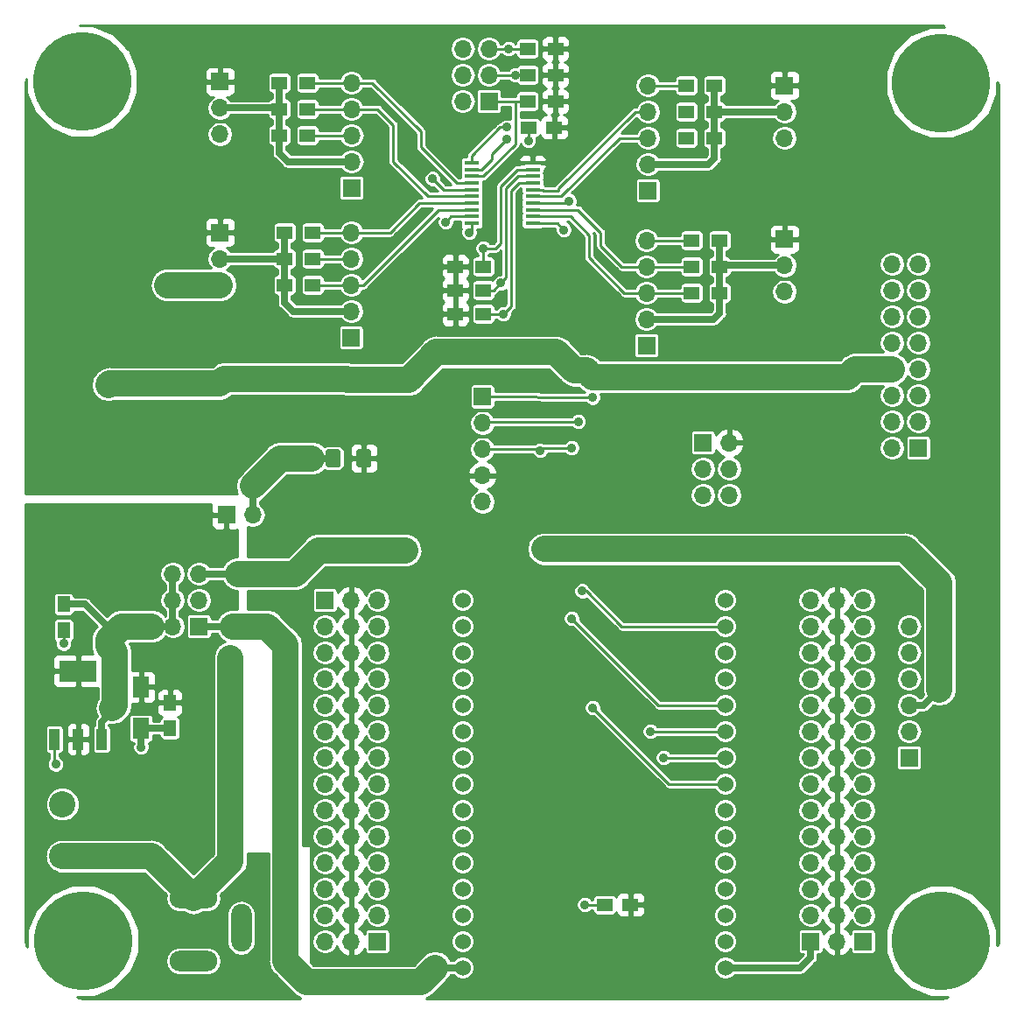
<source format=gbr>
G04 #@! TF.GenerationSoftware,KiCad,Pcbnew,(5.0.2)-1*
G04 #@! TF.CreationDate,2019-08-19T11:27:10-04:00*
G04 #@! TF.ProjectId,ESP32-Hub,45535033-322d-4487-9562-2e6b69636164,2*
G04 #@! TF.SameCoordinates,Original*
G04 #@! TF.FileFunction,Copper,L1,Top*
G04 #@! TF.FilePolarity,Positive*
%FSLAX46Y46*%
G04 Gerber Fmt 4.6, Leading zero omitted, Abs format (unit mm)*
G04 Created by KiCad (PCBNEW (5.0.2)-1) date 8/19/2019 11:27:10 AM*
%MOMM*%
%LPD*%
G01*
G04 APERTURE LIST*
G04 #@! TA.AperFunction,SMDPad,CuDef*
%ADD10R,1.600000X2.000000*%
G04 #@! TD*
G04 #@! TA.AperFunction,SMDPad,CuDef*
%ADD11R,3.657600X2.032000*%
G04 #@! TD*
G04 #@! TA.AperFunction,SMDPad,CuDef*
%ADD12R,1.016000X2.032000*%
G04 #@! TD*
G04 #@! TA.AperFunction,SMDPad,CuDef*
%ADD13R,1.500000X1.300000*%
G04 #@! TD*
G04 #@! TA.AperFunction,SMDPad,CuDef*
%ADD14R,1.250000X1.500000*%
G04 #@! TD*
G04 #@! TA.AperFunction,SMDPad,CuDef*
%ADD15R,1.500000X1.250000*%
G04 #@! TD*
G04 #@! TA.AperFunction,ComponentPad*
%ADD16O,1.700000X1.700000*%
G04 #@! TD*
G04 #@! TA.AperFunction,ComponentPad*
%ADD17R,1.700000X1.700000*%
G04 #@! TD*
G04 #@! TA.AperFunction,ComponentPad*
%ADD18C,2.540000*%
G04 #@! TD*
G04 #@! TA.AperFunction,ComponentPad*
%ADD19C,9.525000*%
G04 #@! TD*
G04 #@! TA.AperFunction,ComponentPad*
%ADD20C,1.524000*%
G04 #@! TD*
G04 #@! TA.AperFunction,SMDPad,CuDef*
%ADD21R,1.450000X0.450000*%
G04 #@! TD*
G04 #@! TA.AperFunction,Conductor*
%ADD22C,0.150000*%
G04 #@! TD*
G04 #@! TA.AperFunction,SMDPad,CuDef*
%ADD23C,1.425000*%
G04 #@! TD*
G04 #@! TA.AperFunction,ComponentPad*
%ADD24O,4.600000X2.000000*%
G04 #@! TD*
G04 #@! TA.AperFunction,ComponentPad*
%ADD25O,2.000000X4.600000*%
G04 #@! TD*
G04 #@! TA.AperFunction,ViaPad*
%ADD26C,0.889000*%
G04 #@! TD*
G04 #@! TA.AperFunction,Conductor*
%ADD27C,0.635000*%
G04 #@! TD*
G04 #@! TA.AperFunction,Conductor*
%ADD28C,2.540000*%
G04 #@! TD*
G04 #@! TA.AperFunction,Conductor*
%ADD29C,0.254000*%
G04 #@! TD*
G04 APERTURE END LIST*
D10*
G04 #@! TO.P,C3,2*
G04 #@! TO.N,GND*
X21590000Y-78454000D03*
G04 #@! TO.P,C3,1*
G04 #@! TO.N,/VO3*
X21590000Y-74454000D03*
G04 #@! TD*
D11*
G04 #@! TO.P,U2,4*
G04 #@! TO.N,/VO3*
X15494000Y-72898000D03*
D12*
G04 #@! TO.P,U2,2*
X15494000Y-79502000D03*
G04 #@! TO.P,U2,3*
G04 #@! TO.N,+5V*
X17780000Y-79502000D03*
G04 #@! TO.P,U2,1*
G04 #@! TO.N,GND*
X13208000Y-79502000D03*
G04 #@! TD*
D13*
G04 #@! TO.P,R2,1*
G04 #@! TO.N,+3V3*
X51990000Y-36068000D03*
G04 #@! TO.P,R2,2*
G04 #@! TO.N,/STM_SCL*
X54690000Y-36068000D03*
G04 #@! TD*
G04 #@! TO.P,R1,1*
G04 #@! TO.N,+3V3*
X51990000Y-33782000D03*
G04 #@! TO.P,R1,2*
G04 #@! TO.N,/STM_SDA*
X54690000Y-33782000D03*
G04 #@! TD*
G04 #@! TO.P,R3,1*
G04 #@! TO.N,+3V3*
X51990000Y-38354000D03*
G04 #@! TO.P,R3,2*
G04 #@! TO.N,/GP5*
X54690000Y-38354000D03*
G04 #@! TD*
G04 #@! TO.P,R4,1*
G04 #@! TO.N,+3V3*
X61675000Y-12700000D03*
G04 #@! TO.P,R4,2*
G04 #@! TO.N,/A0*
X58975000Y-12700000D03*
G04 #@! TD*
G04 #@! TO.P,R5,1*
G04 #@! TO.N,+3V3*
X61675000Y-15240000D03*
G04 #@! TO.P,R5,2*
G04 #@! TO.N,/A1*
X58975000Y-15240000D03*
G04 #@! TD*
G04 #@! TO.P,R6,1*
G04 #@! TO.N,+3V3*
X61675000Y-17780000D03*
G04 #@! TO.P,R6,2*
G04 #@! TO.N,/A2*
X58975000Y-17780000D03*
G04 #@! TD*
G04 #@! TO.P,R7,1*
G04 #@! TO.N,Net-(J4-Pad2)*
X34972000Y-18542000D03*
G04 #@! TO.P,R7,2*
G04 #@! TO.N,/SC0*
X37672000Y-18542000D03*
G04 #@! TD*
G04 #@! TO.P,R8,1*
G04 #@! TO.N,Net-(J4-Pad2)*
X34972000Y-21082000D03*
G04 #@! TO.P,R8,2*
G04 #@! TO.N,/SD0*
X37672000Y-21082000D03*
G04 #@! TD*
G04 #@! TO.P,R9,1*
G04 #@! TO.N,Net-(J4-Pad2)*
X34972000Y-16002000D03*
G04 #@! TO.P,R9,2*
G04 #@! TO.N,/INT0*
X37672000Y-16002000D03*
G04 #@! TD*
G04 #@! TO.P,R10,1*
G04 #@! TO.N,Net-(J10-Pad2)*
X35480000Y-33020000D03*
G04 #@! TO.P,R10,2*
G04 #@! TO.N,/SC1*
X38180000Y-33020000D03*
G04 #@! TD*
G04 #@! TO.P,R11,1*
G04 #@! TO.N,Net-(J10-Pad2)*
X35480000Y-35560000D03*
G04 #@! TO.P,R11,2*
G04 #@! TO.N,/SD1*
X38180000Y-35560000D03*
G04 #@! TD*
G04 #@! TO.P,R12,1*
G04 #@! TO.N,Net-(J10-Pad2)*
X35480000Y-30480000D03*
G04 #@! TO.P,R12,2*
G04 #@! TO.N,/INT1*
X38180000Y-30480000D03*
G04 #@! TD*
G04 #@! TO.P,R13,1*
G04 #@! TO.N,Net-(J12-Pad2)*
X77550000Y-33782000D03*
G04 #@! TO.P,R13,2*
G04 #@! TO.N,/SC2*
X74850000Y-33782000D03*
G04 #@! TD*
G04 #@! TO.P,R14,1*
G04 #@! TO.N,Net-(J12-Pad2)*
X77550000Y-36322000D03*
G04 #@! TO.P,R14,2*
G04 #@! TO.N,/SD2*
X74850000Y-36322000D03*
G04 #@! TD*
G04 #@! TO.P,R15,1*
G04 #@! TO.N,Net-(J12-Pad2)*
X77550000Y-31242000D03*
G04 #@! TO.P,R15,2*
G04 #@! TO.N,/INT2*
X74850000Y-31242000D03*
G04 #@! TD*
G04 #@! TO.P,R16,1*
G04 #@! TO.N,Net-(J11-Pad2)*
X77042000Y-21336000D03*
G04 #@! TO.P,R16,2*
G04 #@! TO.N,N/C*
X74342000Y-21336000D03*
G04 #@! TD*
G04 #@! TO.P,R17,1*
G04 #@! TO.N,Net-(J11-Pad2)*
X77042000Y-18796000D03*
G04 #@! TO.P,R17,2*
G04 #@! TO.N,N/C*
X74342000Y-18796000D03*
G04 #@! TD*
G04 #@! TO.P,R18,1*
G04 #@! TO.N,Net-(J11-Pad2)*
X77042000Y-16256000D03*
G04 #@! TO.P,R18,2*
G04 #@! TO.N,/INT3*
X74342000Y-16256000D03*
G04 #@! TD*
D14*
G04 #@! TO.P,C2,2*
G04 #@! TO.N,GND*
X24384000Y-78466000D03*
G04 #@! TO.P,C2,1*
G04 #@! TO.N,/VO3*
X24384000Y-75966000D03*
G04 #@! TD*
D15*
G04 #@! TO.P,C4,2*
G04 #@! TO.N,GND*
X66441000Y-95504000D03*
G04 #@! TO.P,C4,1*
G04 #@! TO.N,+3V3*
X68941000Y-95504000D03*
G04 #@! TD*
G04 #@! TO.P,C5,1*
G04 #@! TO.N,+3V3*
X61575000Y-20320000D03*
G04 #@! TO.P,C5,2*
G04 #@! TO.N,GND*
X59075000Y-20320000D03*
G04 #@! TD*
D14*
G04 #@! TO.P,C6,2*
G04 #@! TO.N,GND*
X14090233Y-68947767D03*
G04 #@! TO.P,C6,1*
G04 #@! TO.N,+5V*
X14090233Y-66447767D03*
G04 #@! TD*
D16*
G04 #@! TO.P,P1,16*
G04 #@! TO.N,+5V*
X94234000Y-33528000D03*
G04 #@! TO.P,P1,15*
G04 #@! TO.N,GND*
X96774000Y-33528000D03*
G04 #@! TO.P,P1,14*
G04 #@! TO.N,+5V*
X94234000Y-36068000D03*
G04 #@! TO.P,P1,13*
G04 #@! TO.N,GND*
X96774000Y-36068000D03*
G04 #@! TO.P,P1,12*
G04 #@! TO.N,+5V*
X94234000Y-38608000D03*
G04 #@! TO.P,P1,11*
G04 #@! TO.N,GND*
X96774000Y-38608000D03*
G04 #@! TO.P,P1,10*
G04 #@! TO.N,+5V*
X94234000Y-41148000D03*
G04 #@! TO.P,P1,9*
G04 #@! TO.N,GND*
X96774000Y-41148000D03*
G04 #@! TO.P,P1,8*
G04 #@! TO.N,+5V*
X94234000Y-43688000D03*
G04 #@! TO.P,P1,7*
G04 #@! TO.N,GND*
X96774000Y-43688000D03*
G04 #@! TO.P,P1,6*
G04 #@! TO.N,+5V*
X94234000Y-46228000D03*
G04 #@! TO.P,P1,5*
G04 #@! TO.N,GND*
X96774000Y-46228000D03*
G04 #@! TO.P,P1,4*
G04 #@! TO.N,+5V*
X94234000Y-48768000D03*
G04 #@! TO.P,P1,3*
G04 #@! TO.N,GND*
X96774000Y-48768000D03*
G04 #@! TO.P,P1,2*
G04 #@! TO.N,+5V*
X94234000Y-51308000D03*
D17*
G04 #@! TO.P,P1,1*
G04 #@! TO.N,GND*
X96774000Y-51308000D03*
G04 #@! TD*
D16*
G04 #@! TO.P,P8,6*
G04 #@! TO.N,GND*
X78486000Y-55880000D03*
G04 #@! TO.P,P8,5*
G04 #@! TO.N,N/C*
X75946000Y-55880000D03*
G04 #@! TO.P,P8,4*
G04 #@! TO.N,/GP23*
X78486000Y-53340000D03*
G04 #@! TO.P,P8,3*
G04 #@! TO.N,/GP18*
X75946000Y-53340000D03*
G04 #@! TO.P,P8,2*
G04 #@! TO.N,+3V3*
X78486000Y-50800000D03*
D17*
G04 #@! TO.P,P8,1*
G04 #@! TO.N,/GP19*
X75946000Y-50800000D03*
G04 #@! TD*
D16*
G04 #@! TO.P,J2,6*
G04 #@! TO.N,N/C*
X95885000Y-68580000D03*
G04 #@! TO.P,J2,5*
G04 #@! TO.N,/TX0*
X95885000Y-71120000D03*
G04 #@! TO.P,J2,4*
G04 #@! TO.N,/RX0*
X95885000Y-73660000D03*
G04 #@! TO.P,J2,3*
G04 #@! TO.N,/FTDI5V*
X95885000Y-76200000D03*
G04 #@! TO.P,J2,2*
G04 #@! TO.N,N/C*
X95885000Y-78740000D03*
D17*
G04 #@! TO.P,J2,1*
G04 #@! TO.N,GND*
X95885000Y-81280000D03*
G04 #@! TD*
D18*
G04 #@! TO.P,J15,2*
G04 #@! TO.N,GND*
X13970000Y-85805000D03*
G04 #@! TO.P,J15,1*
G04 #@! TO.N,/DCIN*
X13970000Y-90805000D03*
G04 #@! TD*
D19*
G04 #@! TO.P,MTG1,1*
G04 #@! TO.N,N/C*
X15875000Y-15875000D03*
G04 #@! TD*
G04 #@! TO.P,MTG2,1*
G04 #@! TO.N,N/C*
X99000000Y-99000000D03*
G04 #@! TD*
G04 #@! TO.P,MTG3,1*
G04 #@! TO.N,N/C*
X16000000Y-99000000D03*
G04 #@! TD*
G04 #@! TO.P,MTG?1,1*
G04 #@! TO.N,N/C*
X99000000Y-16000000D03*
G04 #@! TD*
D20*
G04 #@! TO.P,U1,1*
G04 #@! TO.N,Net-(P12-Pad1)*
X78105000Y-101600000D03*
G04 #@! TO.P,U1,2*
G04 #@! TO.N,GND*
X78105000Y-99060000D03*
G04 #@! TO.P,U1,3*
G04 #@! TO.N,/GP15*
X78105000Y-96520000D03*
G04 #@! TO.P,U1,4*
G04 #@! TO.N,/GP2*
X78105000Y-93980000D03*
G04 #@! TO.P,U1,5*
G04 #@! TO.N,/GP4*
X78105000Y-91440000D03*
G04 #@! TO.P,U1,6*
G04 #@! TO.N,/RX1*
X78105000Y-88900000D03*
G04 #@! TO.P,U1,7*
G04 #@! TO.N,/TX2*
X78105000Y-86360000D03*
G04 #@! TO.P,U1,8*
G04 #@! TO.N,/GP5*
X78105000Y-83820000D03*
G04 #@! TO.P,U1,9*
G04 #@! TO.N,/GP18*
X78105000Y-81280000D03*
G04 #@! TO.P,U1,10*
G04 #@! TO.N,/GP19*
X78105000Y-78740000D03*
G04 #@! TO.P,U1,11*
G04 #@! TO.N,/STM_SDA*
X78105000Y-76200000D03*
G04 #@! TO.P,U1,12*
G04 #@! TO.N,/RX0*
X78105000Y-73660000D03*
G04 #@! TO.P,U1,13*
G04 #@! TO.N,/TX0*
X78105000Y-71120000D03*
G04 #@! TO.P,U1,14*
G04 #@! TO.N,/STM_SCL*
X78105000Y-68580000D03*
G04 #@! TO.P,U1,15*
G04 #@! TO.N,/GP23*
X78105000Y-66040000D03*
G04 #@! TO.P,U1,16*
G04 #@! TO.N,/EN*
X52705000Y-66040000D03*
G04 #@! TO.P,U1,17*
G04 #@! TO.N,/VP*
X52705000Y-68580000D03*
G04 #@! TO.P,U1,18*
G04 #@! TO.N,/VN*
X52705000Y-71120000D03*
G04 #@! TO.P,U1,19*
G04 #@! TO.N,/GP34*
X52705000Y-73660000D03*
G04 #@! TO.P,U1,20*
G04 #@! TO.N,/GP35*
X52705000Y-76200000D03*
G04 #@! TO.P,U1,21*
G04 #@! TO.N,/GP32*
X52705000Y-78740000D03*
G04 #@! TO.P,U1,22*
G04 #@! TO.N,/GP33*
X52705000Y-81280000D03*
G04 #@! TO.P,U1,23*
G04 #@! TO.N,/GP25*
X52705000Y-83820000D03*
G04 #@! TO.P,U1,24*
G04 #@! TO.N,/GP26*
X52705000Y-86360000D03*
G04 #@! TO.P,U1,25*
G04 #@! TO.N,/GP27*
X52705000Y-88900000D03*
G04 #@! TO.P,U1,26*
G04 #@! TO.N,/GP14*
X52705000Y-91440000D03*
G04 #@! TO.P,U1,27*
G04 #@! TO.N,/GP12*
X52705000Y-93980000D03*
G04 #@! TO.P,U1,28*
G04 #@! TO.N,/GP13*
X52705000Y-96520000D03*
G04 #@! TO.P,U1,29*
G04 #@! TO.N,GND*
X52705000Y-99060000D03*
G04 #@! TO.P,U1,30*
G04 #@! TO.N,/VUSB*
X52705000Y-101600000D03*
G04 #@! TD*
D16*
G04 #@! TO.P,P2,28*
G04 #@! TO.N,+3V3*
X41910000Y-99060000D03*
G04 #@! TO.P,P2,27*
G04 #@! TO.N,GND*
X39370000Y-99060000D03*
G04 #@! TO.P,P2,26*
G04 #@! TO.N,+3V3*
X41910000Y-96520000D03*
G04 #@! TO.P,P2,25*
G04 #@! TO.N,GND*
X39370000Y-96520000D03*
G04 #@! TO.P,P2,24*
G04 #@! TO.N,+3V3*
X41910000Y-93980000D03*
G04 #@! TO.P,P2,23*
G04 #@! TO.N,GND*
X39370000Y-93980000D03*
G04 #@! TO.P,P2,22*
G04 #@! TO.N,+3V3*
X41910000Y-91440000D03*
G04 #@! TO.P,P2,21*
G04 #@! TO.N,GND*
X39370000Y-91440000D03*
G04 #@! TO.P,P2,20*
G04 #@! TO.N,+3V3*
X41910000Y-88900000D03*
G04 #@! TO.P,P2,19*
G04 #@! TO.N,GND*
X39370000Y-88900000D03*
G04 #@! TO.P,P2,18*
G04 #@! TO.N,+3V3*
X41910000Y-86360000D03*
G04 #@! TO.P,P2,17*
G04 #@! TO.N,GND*
X39370000Y-86360000D03*
G04 #@! TO.P,P2,16*
G04 #@! TO.N,+3V3*
X41910000Y-83820000D03*
G04 #@! TO.P,P2,15*
G04 #@! TO.N,GND*
X39370000Y-83820000D03*
G04 #@! TO.P,P2,14*
G04 #@! TO.N,+3V3*
X41910000Y-81280000D03*
G04 #@! TO.P,P2,13*
G04 #@! TO.N,GND*
X39370000Y-81280000D03*
G04 #@! TO.P,P2,12*
G04 #@! TO.N,+3V3*
X41910000Y-78740000D03*
G04 #@! TO.P,P2,11*
G04 #@! TO.N,GND*
X39370000Y-78740000D03*
G04 #@! TO.P,P2,10*
G04 #@! TO.N,+3V3*
X41910000Y-76200000D03*
G04 #@! TO.P,P2,9*
G04 #@! TO.N,GND*
X39370000Y-76200000D03*
G04 #@! TO.P,P2,8*
G04 #@! TO.N,+3V3*
X41910000Y-73660000D03*
G04 #@! TO.P,P2,7*
G04 #@! TO.N,GND*
X39370000Y-73660000D03*
G04 #@! TO.P,P2,6*
G04 #@! TO.N,+3V3*
X41910000Y-71120000D03*
G04 #@! TO.P,P2,5*
G04 #@! TO.N,GND*
X39370000Y-71120000D03*
G04 #@! TO.P,P2,4*
G04 #@! TO.N,+3V3*
X41910000Y-68580000D03*
G04 #@! TO.P,P2,3*
G04 #@! TO.N,GND*
X39370000Y-68580000D03*
G04 #@! TO.P,P2,2*
G04 #@! TO.N,+3V3*
X41910000Y-66040000D03*
D17*
G04 #@! TO.P,P2,1*
G04 #@! TO.N,GND*
X39370000Y-66040000D03*
G04 #@! TD*
D16*
G04 #@! TO.P,P11,28*
G04 #@! TO.N,+3V3*
X88900000Y-66040000D03*
G04 #@! TO.P,P11,27*
G04 #@! TO.N,GND*
X91440000Y-66040000D03*
G04 #@! TO.P,P11,26*
G04 #@! TO.N,+3V3*
X88900000Y-68580000D03*
G04 #@! TO.P,P11,25*
G04 #@! TO.N,GND*
X91440000Y-68580000D03*
G04 #@! TO.P,P11,24*
G04 #@! TO.N,+3V3*
X88900000Y-71120000D03*
G04 #@! TO.P,P11,23*
G04 #@! TO.N,GND*
X91440000Y-71120000D03*
G04 #@! TO.P,P11,22*
G04 #@! TO.N,+3V3*
X88900000Y-73660000D03*
G04 #@! TO.P,P11,21*
G04 #@! TO.N,GND*
X91440000Y-73660000D03*
G04 #@! TO.P,P11,20*
G04 #@! TO.N,+3V3*
X88900000Y-76200000D03*
G04 #@! TO.P,P11,19*
G04 #@! TO.N,GND*
X91440000Y-76200000D03*
G04 #@! TO.P,P11,18*
G04 #@! TO.N,+3V3*
X88900000Y-78740000D03*
G04 #@! TO.P,P11,17*
G04 #@! TO.N,GND*
X91440000Y-78740000D03*
G04 #@! TO.P,P11,16*
G04 #@! TO.N,+3V3*
X88900000Y-81280000D03*
G04 #@! TO.P,P11,15*
G04 #@! TO.N,GND*
X91440000Y-81280000D03*
G04 #@! TO.P,P11,14*
G04 #@! TO.N,+3V3*
X88900000Y-83820000D03*
G04 #@! TO.P,P11,13*
G04 #@! TO.N,GND*
X91440000Y-83820000D03*
G04 #@! TO.P,P11,12*
G04 #@! TO.N,+3V3*
X88900000Y-86360000D03*
G04 #@! TO.P,P11,11*
G04 #@! TO.N,GND*
X91440000Y-86360000D03*
G04 #@! TO.P,P11,10*
G04 #@! TO.N,+3V3*
X88900000Y-88900000D03*
G04 #@! TO.P,P11,9*
G04 #@! TO.N,GND*
X91440000Y-88900000D03*
G04 #@! TO.P,P11,8*
G04 #@! TO.N,+3V3*
X88900000Y-91440000D03*
G04 #@! TO.P,P11,7*
G04 #@! TO.N,GND*
X91440000Y-91440000D03*
G04 #@! TO.P,P11,6*
G04 #@! TO.N,+3V3*
X88900000Y-93980000D03*
G04 #@! TO.P,P11,5*
G04 #@! TO.N,GND*
X91440000Y-93980000D03*
G04 #@! TO.P,P11,4*
G04 #@! TO.N,+3V3*
X88900000Y-96520000D03*
G04 #@! TO.P,P11,3*
G04 #@! TO.N,GND*
X91440000Y-96520000D03*
G04 #@! TO.P,P11,2*
G04 #@! TO.N,+3V3*
X88900000Y-99060000D03*
D17*
G04 #@! TO.P,P11,1*
G04 #@! TO.N,GND*
X91440000Y-99060000D03*
G04 #@! TD*
G04 #@! TO.P,P12,1*
G04 #@! TO.N,Net-(P12-Pad1)*
X86360000Y-99060000D03*
D16*
G04 #@! TO.P,P12,2*
G04 #@! TO.N,/GP15*
X86360000Y-96520000D03*
G04 #@! TO.P,P12,3*
G04 #@! TO.N,/GP2*
X86360000Y-93980000D03*
G04 #@! TO.P,P12,4*
G04 #@! TO.N,/GP4*
X86360000Y-91440000D03*
G04 #@! TO.P,P12,5*
G04 #@! TO.N,/RX1*
X86360000Y-88900000D03*
G04 #@! TO.P,P12,6*
G04 #@! TO.N,/TX2*
X86360000Y-86360000D03*
G04 #@! TO.P,P12,7*
G04 #@! TO.N,/GP5*
X86360000Y-83820000D03*
G04 #@! TO.P,P12,8*
G04 #@! TO.N,/GP18*
X86360000Y-81280000D03*
G04 #@! TO.P,P12,9*
G04 #@! TO.N,/GP19*
X86360000Y-78740000D03*
G04 #@! TO.P,P12,10*
G04 #@! TO.N,/STM_SDA*
X86360000Y-76200000D03*
G04 #@! TO.P,P12,11*
G04 #@! TO.N,/RX0*
X86360000Y-73660000D03*
G04 #@! TO.P,P12,12*
G04 #@! TO.N,/TX0*
X86360000Y-71120000D03*
G04 #@! TO.P,P12,13*
G04 #@! TO.N,/STM_SCL*
X86360000Y-68580000D03*
G04 #@! TO.P,P12,14*
G04 #@! TO.N,/GP23*
X86360000Y-66040000D03*
G04 #@! TD*
G04 #@! TO.P,P13,14*
G04 #@! TO.N,/EN*
X44450000Y-66040000D03*
G04 #@! TO.P,P13,13*
G04 #@! TO.N,/VP*
X44450000Y-68580000D03*
G04 #@! TO.P,P13,12*
G04 #@! TO.N,/VN*
X44450000Y-71120000D03*
G04 #@! TO.P,P13,11*
G04 #@! TO.N,/GP34*
X44450000Y-73660000D03*
G04 #@! TO.P,P13,10*
G04 #@! TO.N,/GP35*
X44450000Y-76200000D03*
G04 #@! TO.P,P13,9*
G04 #@! TO.N,/GP32*
X44450000Y-78740000D03*
G04 #@! TO.P,P13,8*
G04 #@! TO.N,/GP33*
X44450000Y-81280000D03*
G04 #@! TO.P,P13,7*
G04 #@! TO.N,/GP25*
X44450000Y-83820000D03*
G04 #@! TO.P,P13,6*
G04 #@! TO.N,/GP26*
X44450000Y-86360000D03*
G04 #@! TO.P,P13,5*
G04 #@! TO.N,/GP27*
X44450000Y-88900000D03*
G04 #@! TO.P,P13,4*
G04 #@! TO.N,/GP14*
X44450000Y-91440000D03*
G04 #@! TO.P,P13,3*
G04 #@! TO.N,/GP12*
X44450000Y-93980000D03*
G04 #@! TO.P,P13,2*
G04 #@! TO.N,/GP13*
X44450000Y-96520000D03*
D17*
G04 #@! TO.P,P13,1*
G04 #@! TO.N,/VUSB*
X44450000Y-99060000D03*
G04 #@! TD*
D21*
G04 #@! TO.P,U3,20*
G04 #@! TO.N,+3V3*
X59465000Y-23745000D03*
G04 #@! TO.P,U3,19*
G04 #@! TO.N,/STM_SDA*
X59465000Y-24395000D03*
G04 #@! TO.P,U3,18*
G04 #@! TO.N,/STM_SCL*
X59465000Y-25045000D03*
G04 #@! TO.P,U3,17*
G04 #@! TO.N,/GP5*
X59465000Y-25695000D03*
G04 #@! TO.P,U3,16*
G04 #@! TO.N,/SC3*
X59465000Y-26345000D03*
G04 #@! TO.P,U3,15*
G04 #@! TO.N,/SD3*
X59465000Y-26995000D03*
G04 #@! TO.P,U3,14*
G04 #@! TO.N,/INT3*
X59465000Y-27645000D03*
G04 #@! TO.P,U3,13*
G04 #@! TO.N,/SC2*
X59465000Y-28295000D03*
G04 #@! TO.P,U3,12*
G04 #@! TO.N,/SD2*
X59465000Y-28945000D03*
G04 #@! TO.P,U3,11*
G04 #@! TO.N,/INT2*
X59465000Y-29595000D03*
G04 #@! TO.P,U3,10*
G04 #@! TO.N,GND*
X53565000Y-29595000D03*
G04 #@! TO.P,U3,9*
G04 #@! TO.N,/SC1*
X53565000Y-28945000D03*
G04 #@! TO.P,U3,8*
G04 #@! TO.N,/SD1*
X53565000Y-28295000D03*
G04 #@! TO.P,U3,7*
G04 #@! TO.N,/INT1*
X53565000Y-27645000D03*
G04 #@! TO.P,U3,6*
G04 #@! TO.N,/SC0*
X53565000Y-26995000D03*
G04 #@! TO.P,U3,5*
G04 #@! TO.N,/SD0*
X53565000Y-26345000D03*
G04 #@! TO.P,U3,4*
G04 #@! TO.N,/INT0*
X53565000Y-25695000D03*
G04 #@! TO.P,U3,3*
G04 #@! TO.N,/A2*
X53565000Y-25045000D03*
G04 #@! TO.P,U3,2*
G04 #@! TO.N,/A1*
X53565000Y-24395000D03*
G04 #@! TO.P,U3,1*
G04 #@! TO.N,/A0*
X53565000Y-23745000D03*
G04 #@! TD*
D16*
G04 #@! TO.P,J9,5*
G04 #@! TO.N,/INT0*
X41960000Y-16002000D03*
G04 #@! TO.P,J9,4*
G04 #@! TO.N,/SC0*
X41960000Y-18542000D03*
G04 #@! TO.P,J9,3*
G04 #@! TO.N,/SD0*
X41960000Y-21082000D03*
G04 #@! TO.P,J9,2*
G04 #@! TO.N,Net-(J4-Pad2)*
X41960000Y-23622000D03*
D17*
G04 #@! TO.P,J9,1*
G04 #@! TO.N,GND*
X41960000Y-26162000D03*
G04 #@! TD*
G04 #@! TO.P,J10,1*
G04 #@! TO.N,GND*
X41910000Y-40640000D03*
D16*
G04 #@! TO.P,J10,2*
G04 #@! TO.N,Net-(J10-Pad2)*
X41910000Y-38100000D03*
G04 #@! TO.P,J10,3*
G04 #@! TO.N,/SD1*
X41910000Y-35560000D03*
G04 #@! TO.P,J10,4*
G04 #@! TO.N,/SC1*
X41910000Y-33020000D03*
G04 #@! TO.P,J10,5*
G04 #@! TO.N,/INT1*
X41910000Y-30480000D03*
G04 #@! TD*
G04 #@! TO.P,J11,5*
G04 #@! TO.N,/INT3*
X70612000Y-16256000D03*
G04 #@! TO.P,J11,4*
G04 #@! TO.N,/SC3*
X70612000Y-18796000D03*
G04 #@! TO.P,J11,3*
G04 #@! TO.N,/SD3*
X70612000Y-21336000D03*
G04 #@! TO.P,J11,2*
G04 #@! TO.N,Net-(J11-Pad2)*
X70612000Y-23876000D03*
D17*
G04 #@! TO.P,J11,1*
G04 #@! TO.N,GND*
X70612000Y-26416000D03*
G04 #@! TD*
G04 #@! TO.P,J12,1*
G04 #@! TO.N,GND*
X70485000Y-41402000D03*
D16*
G04 #@! TO.P,J12,2*
G04 #@! TO.N,Net-(J12-Pad2)*
X70485000Y-38862000D03*
G04 #@! TO.P,J12,3*
G04 #@! TO.N,/SD2*
X70485000Y-36322000D03*
G04 #@! TO.P,J12,4*
G04 #@! TO.N,/SC2*
X70485000Y-33782000D03*
G04 #@! TO.P,J12,5*
G04 #@! TO.N,/INT2*
X70485000Y-31242000D03*
G04 #@! TD*
G04 #@! TO.P,J3,6*
G04 #@! TO.N,GND*
X52705000Y-12700000D03*
G04 #@! TO.P,J3,5*
G04 #@! TO.N,/A0*
X55245000Y-12700000D03*
G04 #@! TO.P,J3,4*
G04 #@! TO.N,GND*
X52705000Y-15240000D03*
G04 #@! TO.P,J3,3*
G04 #@! TO.N,/A1*
X55245000Y-15240000D03*
G04 #@! TO.P,J3,2*
G04 #@! TO.N,GND*
X52705000Y-17780000D03*
D17*
G04 #@! TO.P,J3,1*
G04 #@! TO.N,/A2*
X55245000Y-17780000D03*
G04 #@! TD*
D16*
G04 #@! TO.P,J5,3*
G04 #@! TO.N,+5V*
X29210000Y-35560000D03*
G04 #@! TO.P,J5,2*
G04 #@! TO.N,Net-(J10-Pad2)*
X29210000Y-33020000D03*
D17*
G04 #@! TO.P,J5,1*
G04 #@! TO.N,+3V3*
X29210000Y-30480000D03*
G04 #@! TD*
G04 #@! TO.P,J6,1*
G04 #@! TO.N,+3V3*
X83820000Y-31115000D03*
D16*
G04 #@! TO.P,J6,2*
G04 #@! TO.N,Net-(J12-Pad2)*
X83820000Y-33655000D03*
G04 #@! TO.P,J6,3*
G04 #@! TO.N,+5V*
X83820000Y-36195000D03*
G04 #@! TD*
G04 #@! TO.P,J8,3*
G04 #@! TO.N,+5V*
X83820000Y-21336000D03*
G04 #@! TO.P,J8,2*
G04 #@! TO.N,Net-(J11-Pad2)*
X83820000Y-18796000D03*
D17*
G04 #@! TO.P,J8,1*
G04 #@! TO.N,+3V3*
X83820000Y-16256000D03*
G04 #@! TD*
D16*
G04 #@! TO.P,J4,3*
G04 #@! TO.N,+5V*
X29210000Y-20955000D03*
G04 #@! TO.P,J4,2*
G04 #@! TO.N,Net-(J4-Pad2)*
X29210000Y-18415000D03*
D17*
G04 #@! TO.P,J4,1*
G04 #@! TO.N,+3V3*
X29210000Y-15875000D03*
G04 #@! TD*
D16*
G04 #@! TO.P,J7,5*
G04 #@! TO.N,GND*
X54610000Y-56515000D03*
G04 #@! TO.P,J7,4*
G04 #@! TO.N,+3V3*
X54610000Y-53975000D03*
G04 #@! TO.P,J7,3*
G04 #@! TO.N,/STM_SDA*
X54610000Y-51435000D03*
G04 #@! TO.P,J7,2*
G04 #@! TO.N,/STM_SCL*
X54610000Y-48895000D03*
D17*
G04 #@! TO.P,J7,1*
G04 #@! TO.N,/GP5*
X54610000Y-46355000D03*
G04 #@! TD*
G04 #@! TO.P,H1,1*
G04 #@! TO.N,/VO3*
X29845000Y-57785000D03*
D16*
G04 #@! TO.P,H1,2*
G04 #@! TO.N,Net-(F1-Pad2)*
X32385000Y-57785000D03*
G04 #@! TD*
D17*
G04 #@! TO.P,H2,1*
G04 #@! TO.N,/VUSB*
X27178000Y-68580000D03*
D16*
G04 #@! TO.P,H2,2*
G04 #@! TO.N,+5V*
X24638000Y-68580000D03*
G04 #@! TO.P,H2,3*
G04 #@! TO.N,/DCIN*
X27178000Y-66040000D03*
G04 #@! TO.P,H2,4*
G04 #@! TO.N,+5V*
X24638000Y-66040000D03*
G04 #@! TO.P,H2,5*
G04 #@! TO.N,/FTDI5V*
X27178000Y-63500000D03*
G04 #@! TO.P,H2,6*
G04 #@! TO.N,+5V*
X24638000Y-63500000D03*
G04 #@! TD*
D22*
G04 #@! TO.N,+3V3*
G04 #@! TO.C,F1*
G36*
X43630504Y-51450204D02*
X43654773Y-51453804D01*
X43678571Y-51459765D01*
X43701671Y-51468030D01*
X43723849Y-51478520D01*
X43744893Y-51491133D01*
X43764598Y-51505747D01*
X43782777Y-51522223D01*
X43799253Y-51540402D01*
X43813867Y-51560107D01*
X43826480Y-51581151D01*
X43836970Y-51603329D01*
X43845235Y-51626429D01*
X43851196Y-51650227D01*
X43854796Y-51674496D01*
X43856000Y-51699000D01*
X43856000Y-52949000D01*
X43854796Y-52973504D01*
X43851196Y-52997773D01*
X43845235Y-53021571D01*
X43836970Y-53044671D01*
X43826480Y-53066849D01*
X43813867Y-53087893D01*
X43799253Y-53107598D01*
X43782777Y-53125777D01*
X43764598Y-53142253D01*
X43744893Y-53156867D01*
X43723849Y-53169480D01*
X43701671Y-53179970D01*
X43678571Y-53188235D01*
X43654773Y-53194196D01*
X43630504Y-53197796D01*
X43606000Y-53199000D01*
X42681000Y-53199000D01*
X42656496Y-53197796D01*
X42632227Y-53194196D01*
X42608429Y-53188235D01*
X42585329Y-53179970D01*
X42563151Y-53169480D01*
X42542107Y-53156867D01*
X42522402Y-53142253D01*
X42504223Y-53125777D01*
X42487747Y-53107598D01*
X42473133Y-53087893D01*
X42460520Y-53066849D01*
X42450030Y-53044671D01*
X42441765Y-53021571D01*
X42435804Y-52997773D01*
X42432204Y-52973504D01*
X42431000Y-52949000D01*
X42431000Y-51699000D01*
X42432204Y-51674496D01*
X42435804Y-51650227D01*
X42441765Y-51626429D01*
X42450030Y-51603329D01*
X42460520Y-51581151D01*
X42473133Y-51560107D01*
X42487747Y-51540402D01*
X42504223Y-51522223D01*
X42522402Y-51505747D01*
X42542107Y-51491133D01*
X42563151Y-51478520D01*
X42585329Y-51468030D01*
X42608429Y-51459765D01*
X42632227Y-51453804D01*
X42656496Y-51450204D01*
X42681000Y-51449000D01*
X43606000Y-51449000D01*
X43630504Y-51450204D01*
X43630504Y-51450204D01*
G37*
D23*
G04 #@! TD*
G04 #@! TO.P,F1,1*
G04 #@! TO.N,+3V3*
X43143500Y-52324000D03*
D22*
G04 #@! TO.N,Net-(F1-Pad2)*
G04 #@! TO.C,F1*
G36*
X40655504Y-51450204D02*
X40679773Y-51453804D01*
X40703571Y-51459765D01*
X40726671Y-51468030D01*
X40748849Y-51478520D01*
X40769893Y-51491133D01*
X40789598Y-51505747D01*
X40807777Y-51522223D01*
X40824253Y-51540402D01*
X40838867Y-51560107D01*
X40851480Y-51581151D01*
X40861970Y-51603329D01*
X40870235Y-51626429D01*
X40876196Y-51650227D01*
X40879796Y-51674496D01*
X40881000Y-51699000D01*
X40881000Y-52949000D01*
X40879796Y-52973504D01*
X40876196Y-52997773D01*
X40870235Y-53021571D01*
X40861970Y-53044671D01*
X40851480Y-53066849D01*
X40838867Y-53087893D01*
X40824253Y-53107598D01*
X40807777Y-53125777D01*
X40789598Y-53142253D01*
X40769893Y-53156867D01*
X40748849Y-53169480D01*
X40726671Y-53179970D01*
X40703571Y-53188235D01*
X40679773Y-53194196D01*
X40655504Y-53197796D01*
X40631000Y-53199000D01*
X39706000Y-53199000D01*
X39681496Y-53197796D01*
X39657227Y-53194196D01*
X39633429Y-53188235D01*
X39610329Y-53179970D01*
X39588151Y-53169480D01*
X39567107Y-53156867D01*
X39547402Y-53142253D01*
X39529223Y-53125777D01*
X39512747Y-53107598D01*
X39498133Y-53087893D01*
X39485520Y-53066849D01*
X39475030Y-53044671D01*
X39466765Y-53021571D01*
X39460804Y-52997773D01*
X39457204Y-52973504D01*
X39456000Y-52949000D01*
X39456000Y-51699000D01*
X39457204Y-51674496D01*
X39460804Y-51650227D01*
X39466765Y-51626429D01*
X39475030Y-51603329D01*
X39485520Y-51581151D01*
X39498133Y-51560107D01*
X39512747Y-51540402D01*
X39529223Y-51522223D01*
X39547402Y-51505747D01*
X39567107Y-51491133D01*
X39588151Y-51478520D01*
X39610329Y-51468030D01*
X39633429Y-51459765D01*
X39657227Y-51453804D01*
X39681496Y-51450204D01*
X39706000Y-51449000D01*
X40631000Y-51449000D01*
X40655504Y-51450204D01*
X40655504Y-51450204D01*
G37*
D23*
G04 #@! TD*
G04 #@! TO.P,F1,2*
G04 #@! TO.N,Net-(F1-Pad2)*
X40168500Y-52324000D03*
D24*
G04 #@! TO.P,J1,2*
G04 #@! TO.N,GND*
X26670000Y-100965000D03*
G04 #@! TO.P,J1,1*
G04 #@! TO.N,/DCIN*
X26670000Y-94865000D03*
D25*
G04 #@! TO.P,J1,3*
G04 #@! TO.N,GND*
X31270000Y-97765000D03*
G04 #@! TD*
D26*
G04 #@! TO.N,+5V*
X18415000Y-69850000D03*
X24130000Y-35560000D03*
X29210000Y-45085000D03*
X18415000Y-45212000D03*
G04 #@! TO.N,GND*
X21590000Y-80264000D03*
X64516000Y-95504000D03*
X13335000Y-81915000D03*
X59055000Y-21590000D03*
X53340000Y-30480000D03*
X14090233Y-70237767D03*
G04 #@! TO.N,+3V3*
X42926000Y-58928000D03*
G04 #@! TO.N,/STM_SDA*
X60198000Y-51562000D03*
X54690000Y-32004000D03*
X63246000Y-67818000D03*
X63246000Y-51308000D03*
G04 #@! TO.N,/STM_SCL*
X56388000Y-35374000D03*
X64262000Y-65151000D03*
X63881000Y-48768000D03*
G04 #@! TO.N,/SD0*
X49784000Y-25273000D03*
G04 #@! TO.N,/A1*
X56959500Y-21465000D03*
X57785000Y-15240000D03*
G04 #@! TO.N,/A0*
X56948283Y-20308783D03*
X57150000Y-12700000D03*
G04 #@! TO.N,/DCIN*
X30226000Y-71628000D03*
G04 #@! TO.N,/GP19*
X70866000Y-78740000D03*
G04 #@! TO.N,/GP18*
X72136000Y-81280000D03*
G04 #@! TO.N,/GP5*
X56642000Y-38354000D03*
X65278000Y-76454000D03*
X65278000Y-46418500D03*
G04 #@! TO.N,/SC1*
X51054000Y-29464000D03*
G04 #@! TO.N,/INT2*
X62484000Y-30226000D03*
G04 #@! TO.N,/INT3*
X62992000Y-27432000D03*
G04 #@! TO.N,/VUSB*
X44450000Y-103000000D03*
G04 #@! TO.N,/FTDI5V*
X47117000Y-61214000D03*
X60579000Y-61087000D03*
G04 #@! TD*
D27*
G04 #@! TO.N,+5V*
X17780000Y-77851000D02*
X18796000Y-76835000D01*
X17780000Y-79502000D02*
X17780000Y-77851000D01*
D28*
X29654499Y-44640501D02*
X41465499Y-44640501D01*
X61746501Y-42061501D02*
X63500000Y-43815000D01*
X29210000Y-45085000D02*
X29654499Y-44640501D01*
X41465499Y-44640501D02*
X41528998Y-44704000D01*
X41528998Y-44704000D02*
X47498000Y-44704000D01*
X47498000Y-44704000D02*
X50140499Y-42061501D01*
X50140499Y-42061501D02*
X61746501Y-42061501D01*
X63500000Y-43815000D02*
X64643000Y-43815000D01*
X64643000Y-43815000D02*
X65278000Y-44450000D01*
X65278000Y-44450000D02*
X89916000Y-44450000D01*
X90678000Y-43688000D02*
X94234000Y-43688000D01*
X89916000Y-44450000D02*
X90678000Y-43688000D01*
X24130000Y-35560000D02*
X29210000Y-35560000D01*
X18415000Y-70478617D02*
X19050000Y-71113617D01*
X18415000Y-69850000D02*
X18415000Y-70478617D01*
X19050000Y-76200000D02*
X18796000Y-76454000D01*
X19050000Y-71113617D02*
X19050000Y-76200000D01*
D27*
X18796000Y-76835000D02*
X18796000Y-76454000D01*
D28*
X18542000Y-45085000D02*
X18415000Y-45212000D01*
X29210000Y-45085000D02*
X18542000Y-45085000D01*
D27*
X24638000Y-63500000D02*
X24638000Y-66040000D01*
X24638000Y-68580000D02*
X24638000Y-66040000D01*
D28*
X19685000Y-68580000D02*
X18415000Y-69850000D01*
X22606000Y-68580000D02*
X19685000Y-68580000D01*
D27*
X24638000Y-68580000D02*
X22606000Y-68580000D01*
X14090233Y-66447767D02*
X16155767Y-66447767D01*
X18415000Y-68707000D02*
X18415000Y-69850000D01*
X16155767Y-66447767D02*
X18415000Y-68707000D01*
G04 #@! TO.N,GND*
X21590000Y-78454000D02*
X21590000Y-80264000D01*
X24372000Y-78454000D02*
X24384000Y-78466000D01*
X21590000Y-78454000D02*
X24372000Y-78454000D01*
D29*
X66441000Y-95504000D02*
X64516000Y-95504000D01*
X13208000Y-79502000D02*
X13208000Y-81788000D01*
X13208000Y-81788000D02*
X13335000Y-81915000D01*
X59075000Y-20320000D02*
X59075000Y-21570000D01*
X59075000Y-21570000D02*
X59055000Y-21590000D01*
X53565000Y-29595000D02*
X53565000Y-30255000D01*
X53565000Y-30255000D02*
X53340000Y-30480000D01*
X14090233Y-68947767D02*
X14090233Y-70237767D01*
G04 #@! TO.N,/STM_SDA*
X60071000Y-51435000D02*
X60198000Y-51562000D01*
X54610000Y-51435000D02*
X60071000Y-51435000D01*
X54690000Y-32004000D02*
X54690000Y-33782000D01*
X60452000Y-51308000D02*
X60198000Y-51562000D01*
X55880000Y-32004000D02*
X54690000Y-32004000D01*
X56388000Y-31496000D02*
X55880000Y-32004000D01*
X56388000Y-25995152D02*
X56388000Y-31496000D01*
X59465000Y-24395000D02*
X57988152Y-24395000D01*
X57988152Y-24395000D02*
X56388000Y-25995152D01*
X78105000Y-76200000D02*
X71628000Y-76200000D01*
X71628000Y-76200000D02*
X63246000Y-67818000D01*
X63246000Y-51308000D02*
X60452000Y-51308000D01*
G04 #@! TO.N,/STM_SCL*
X54690000Y-36068000D02*
X55694000Y-36068000D01*
X55694000Y-36068000D02*
X56388000Y-35374000D01*
X56896010Y-34865990D02*
X56388000Y-35374000D01*
X56896010Y-26205576D02*
X56896010Y-34865990D01*
X58056586Y-25045000D02*
X56896010Y-26205576D01*
X59465000Y-25045000D02*
X58056586Y-25045000D01*
X78105000Y-68580000D02*
X68072000Y-68580000D01*
X68072000Y-68580000D02*
X64643000Y-65151000D01*
X64643000Y-65151000D02*
X64262000Y-65151000D01*
X54737000Y-48768000D02*
X54610000Y-48895000D01*
X63881000Y-48768000D02*
X54737000Y-48768000D01*
G04 #@! TO.N,/SD0*
X41960000Y-21082000D02*
X37672000Y-21082000D01*
X53565000Y-26345000D02*
X50856000Y-26345000D01*
X50856000Y-26345000D02*
X49784000Y-25273000D01*
G04 #@! TO.N,/A2*
X55245000Y-17780000D02*
X58975000Y-17780000D01*
X57785000Y-21940868D02*
X57785000Y-17780000D01*
X54680868Y-25045000D02*
X57785000Y-21940868D01*
X53565000Y-25045000D02*
X54680868Y-25045000D01*
G04 #@! TO.N,/A1*
X58975000Y-15240000D02*
X57785000Y-15240000D01*
X55245000Y-15240000D02*
X57785000Y-15240000D01*
X54544000Y-24395000D02*
X55499000Y-23440000D01*
X53565000Y-24395000D02*
X54544000Y-24395000D01*
X55499000Y-22925500D02*
X56959500Y-21465000D01*
X55499000Y-23440000D02*
X55499000Y-22925500D01*
G04 #@! TO.N,/A0*
X55245000Y-12700000D02*
X57150000Y-12700000D01*
X57150000Y-12700000D02*
X58975000Y-12700000D01*
X53565000Y-23063449D02*
X53565000Y-23745000D01*
X56319666Y-20308783D02*
X53565000Y-23063449D01*
X56948283Y-20308783D02*
X56319666Y-20308783D01*
G04 #@! TO.N,Net-(J4-Pad2)*
X34845000Y-20955000D02*
X34845000Y-18415000D01*
X34845000Y-18415000D02*
X34845000Y-15875000D01*
D27*
X41960000Y-23622000D02*
X35814000Y-23622000D01*
X34972000Y-22780000D02*
X34972000Y-21082000D01*
X35814000Y-23622000D02*
X34972000Y-22780000D01*
X34972000Y-18542000D02*
X34972000Y-21082000D01*
X34972000Y-16002000D02*
X34972000Y-18542000D01*
X34845000Y-18415000D02*
X34972000Y-18542000D01*
X29210000Y-18415000D02*
X34845000Y-18415000D01*
G04 #@! TO.N,/DCIN*
X25400000Y-93595000D02*
X26670000Y-94865000D01*
X24370001Y-92565001D02*
X24370001Y-91934001D01*
X26670000Y-94865000D02*
X24370001Y-92565001D01*
X23241000Y-90805000D02*
X13970000Y-90805000D01*
X24370001Y-91934001D02*
X23241000Y-90805000D01*
D28*
X22610000Y-90805000D02*
X26670000Y-94865000D01*
X13970000Y-90805000D02*
X22610000Y-90805000D01*
X30226000Y-91309000D02*
X26670000Y-94865000D01*
X30226000Y-71628000D02*
X30226000Y-91309000D01*
D29*
G04 #@! TO.N,/GP19*
X78105000Y-78740000D02*
X70866000Y-78740000D01*
G04 #@! TO.N,/GP18*
X78105000Y-81280000D02*
X72136000Y-81280000D01*
G04 #@! TO.N,/GP5*
X54690000Y-38354000D02*
X56642000Y-38354000D01*
X57404020Y-37591980D02*
X56642000Y-38354000D01*
X57404020Y-26416000D02*
X57404020Y-37591980D01*
X58125020Y-25695000D02*
X57404020Y-26416000D01*
X59465000Y-25695000D02*
X58125020Y-25695000D01*
X78105000Y-83820000D02*
X72644000Y-83820000D01*
X72644000Y-83820000D02*
X65278000Y-76454000D01*
X54610000Y-46355000D02*
X65278000Y-46418500D01*
G04 #@! TO.N,/INT0*
X37672000Y-16002000D02*
X41960000Y-16002000D01*
X43942000Y-16002000D02*
X41960000Y-16002000D01*
X48641000Y-20701000D02*
X43942000Y-16002000D01*
X48641000Y-22225000D02*
X48641000Y-20701000D01*
X53565000Y-25695000D02*
X52111000Y-25695000D01*
X52111000Y-25695000D02*
X48641000Y-22225000D01*
G04 #@! TO.N,/SC0*
X37672000Y-18542000D02*
X41960000Y-18542000D01*
X41960000Y-18542000D02*
X44450000Y-18542000D01*
X53565000Y-26995000D02*
X49347000Y-26995000D01*
X45974000Y-23622000D02*
X45974000Y-20066000D01*
X49347000Y-26995000D02*
X45974000Y-23622000D01*
X44450000Y-18542000D02*
X45974000Y-20066000D01*
G04 #@! TO.N,/INT1*
X41910000Y-30480000D02*
X38180000Y-30480000D01*
X48514000Y-27645000D02*
X53565000Y-27645000D01*
X45679000Y-30480000D02*
X48514000Y-27645000D01*
X41910000Y-30480000D02*
X45679000Y-30480000D01*
G04 #@! TO.N,/SC1*
X53565000Y-28945000D02*
X51573000Y-28945000D01*
X51573000Y-28945000D02*
X51054000Y-29464000D01*
X38180000Y-33020000D02*
X41910000Y-33020000D01*
G04 #@! TO.N,/SD1*
X43112081Y-35560000D02*
X41910000Y-35560000D01*
X53565000Y-28295000D02*
X50377081Y-28295000D01*
X50377081Y-28295000D02*
X43112081Y-35560000D01*
X38180000Y-35560000D02*
X41910000Y-35560000D01*
G04 #@! TO.N,/INT2*
X70485000Y-31242000D02*
X74850000Y-31242000D01*
X59465000Y-29595000D02*
X61853000Y-29595000D01*
X61853000Y-29595000D02*
X62484000Y-30226000D01*
G04 #@! TO.N,/SC2*
X70485000Y-33782000D02*
X74850000Y-33782000D01*
X68072000Y-33782000D02*
X70485000Y-33782000D01*
X66040000Y-31750000D02*
X68072000Y-33782000D01*
X66040000Y-30480000D02*
X66040000Y-31750000D01*
X63855000Y-28295000D02*
X66040000Y-30480000D01*
X59465000Y-28295000D02*
X63855000Y-28295000D01*
G04 #@! TO.N,/SD2*
X74850000Y-36322000D02*
X70485000Y-36322000D01*
X59465000Y-28945000D02*
X63108000Y-28945000D01*
X70485000Y-36322000D02*
X68326000Y-36322000D01*
X64897000Y-32893000D02*
X64897000Y-30734000D01*
X68326000Y-36322000D02*
X64897000Y-32893000D01*
X63108000Y-28945000D02*
X64897000Y-30734000D01*
G04 #@! TO.N,/INT3*
X59465000Y-27645000D02*
X62779000Y-27645000D01*
X62779000Y-27645000D02*
X62992000Y-27432000D01*
X70612000Y-16256000D02*
X74342000Y-16256000D01*
G04 #@! TO.N,/SC3*
X59465000Y-26345000D02*
X60444000Y-26345000D01*
X60444000Y-26345000D02*
X60515000Y-26416000D01*
X60515000Y-26416000D02*
X61976000Y-26416000D01*
X69409919Y-18796000D02*
X70612000Y-18796000D01*
X61976000Y-26229919D02*
X69409919Y-18796000D01*
X61976000Y-26416000D02*
X61976000Y-26229919D01*
G04 #@! TO.N,/SD3*
X59465000Y-26995000D02*
X62207258Y-26995000D01*
X67866258Y-21336000D02*
X70612000Y-21336000D01*
X62207258Y-26995000D02*
X67866258Y-21336000D01*
D27*
G04 #@! TO.N,Net-(P12-Pad1)*
X78105000Y-101600000D02*
X85344000Y-101600000D01*
X86360000Y-100584000D02*
X86360000Y-99060000D01*
X85344000Y-101600000D02*
X86360000Y-100584000D01*
G04 #@! TO.N,Net-(J10-Pad2)*
X29210000Y-33020000D02*
X35480000Y-33020000D01*
X35480000Y-30480000D02*
X35480000Y-33020000D01*
X35480000Y-35560000D02*
X35480000Y-33020000D01*
X35480000Y-37258000D02*
X35480000Y-35560000D01*
X41910000Y-38100000D02*
X36322000Y-38100000D01*
X36322000Y-38100000D02*
X35480000Y-37258000D01*
G04 #@! TO.N,Net-(J12-Pad2)*
X77550000Y-31242000D02*
X77550000Y-33782000D01*
X77677000Y-33655000D02*
X77550000Y-33782000D01*
X83820000Y-33655000D02*
X77677000Y-33655000D01*
X77550000Y-33782000D02*
X77550000Y-36322000D01*
X70485000Y-38862000D02*
X76962000Y-38862000D01*
X77550000Y-38274000D02*
X77550000Y-36322000D01*
X76962000Y-38862000D02*
X77550000Y-38274000D01*
G04 #@! TO.N,Net-(J11-Pad2)*
X76454000Y-23876000D02*
X77042000Y-23288000D01*
X70612000Y-23876000D02*
X76454000Y-23876000D01*
X77042000Y-21336000D02*
X77042000Y-23288000D01*
X77042000Y-18796000D02*
X77042000Y-21336000D01*
X83820000Y-18796000D02*
X77042000Y-18796000D01*
X77042000Y-16256000D02*
X77042000Y-18796000D01*
G04 #@! TO.N,/VUSB*
X52705000Y-101600000D02*
X50038000Y-101600000D01*
X48638000Y-103000000D02*
X44450000Y-103000000D01*
X30480000Y-68580000D02*
X27178000Y-68580000D01*
D28*
X50038000Y-101600000D02*
X48638000Y-103000000D01*
X33782000Y-68580000D02*
X30480000Y-68580000D01*
X35560000Y-70358000D02*
X33782000Y-68580000D01*
X35560000Y-100965000D02*
X35560000Y-70358000D01*
X48638000Y-103000000D02*
X37595000Y-103000000D01*
X37595000Y-103000000D02*
X35560000Y-100965000D01*
D27*
G04 #@! TO.N,Net-(F1-Pad2)*
X32385000Y-57785000D02*
X32385000Y-54991000D01*
D28*
X35052000Y-52324000D02*
X32385000Y-54991000D01*
X38100000Y-52324000D02*
X35052000Y-52324000D01*
D27*
X38100000Y-52324000D02*
X40168500Y-52324000D01*
G04 #@! TO.N,/FTDI5V*
X95885000Y-76200000D02*
X97282000Y-76200000D01*
X97282000Y-76200000D02*
X98806000Y-74676000D01*
X98806000Y-65786000D02*
X98552000Y-65532000D01*
D28*
X98806000Y-67183000D02*
X98806000Y-64389000D01*
X98806000Y-67183000D02*
X98806000Y-65786000D01*
X98806000Y-74676000D02*
X98806000Y-67183000D01*
X95504000Y-61087000D02*
X86741000Y-61087000D01*
X98806000Y-64389000D02*
X95504000Y-61087000D01*
X60579000Y-61087000D02*
X86741000Y-61087000D01*
X86741000Y-61087000D02*
X90043000Y-61087000D01*
D27*
X27178000Y-63500000D02*
X30988000Y-63500000D01*
D28*
X38735000Y-61214000D02*
X36449000Y-63500000D01*
X47117000Y-61214000D02*
X38735000Y-61214000D01*
X30988000Y-63500000D02*
X36449000Y-63500000D01*
G04 #@! TD*
D29*
G04 #@! TO.N,+3V3*
G36*
X99146945Y-10444536D02*
X99298591Y-10602500D01*
X97926371Y-10602500D01*
X95942562Y-11424221D01*
X94424221Y-12942562D01*
X93602500Y-14926371D01*
X93602500Y-17073629D01*
X94424221Y-19057438D01*
X95942562Y-20575779D01*
X97926371Y-21397500D01*
X100073629Y-21397500D01*
X102057438Y-20575779D01*
X103575779Y-19057438D01*
X104397500Y-17073629D01*
X104397500Y-15913865D01*
X104569000Y-16092511D01*
X104569001Y-98982297D01*
X104547271Y-99246600D01*
X104397500Y-99402883D01*
X104397500Y-97926371D01*
X103575779Y-95942562D01*
X102057438Y-94424221D01*
X100073629Y-93602500D01*
X97926371Y-93602500D01*
X95942562Y-94424221D01*
X94424221Y-95942562D01*
X93602500Y-97926371D01*
X93602500Y-100073629D01*
X94424221Y-102057438D01*
X95942562Y-103575779D01*
X97926371Y-104397500D01*
X99610992Y-104397500D01*
X99468260Y-104546438D01*
X98989833Y-104569000D01*
X49212851Y-104569000D01*
X49282188Y-104555208D01*
X49828305Y-104190305D01*
X49920417Y-104052449D01*
X51320415Y-102652452D01*
X51556918Y-102298500D01*
X51787053Y-102298500D01*
X52057542Y-102568989D01*
X52477643Y-102743000D01*
X52932357Y-102743000D01*
X53352458Y-102568989D01*
X53673989Y-102247458D01*
X53848000Y-101827357D01*
X53848000Y-101372643D01*
X76962000Y-101372643D01*
X76962000Y-101827357D01*
X77136011Y-102247458D01*
X77457542Y-102568989D01*
X77877643Y-102743000D01*
X78332357Y-102743000D01*
X78752458Y-102568989D01*
X79022947Y-102298500D01*
X85275210Y-102298500D01*
X85344000Y-102312183D01*
X85412790Y-102298500D01*
X85412794Y-102298500D01*
X85616541Y-102257972D01*
X85847590Y-102103590D01*
X85886560Y-102045267D01*
X86805271Y-101126557D01*
X86863589Y-101087590D01*
X86902556Y-101029272D01*
X86902558Y-101029270D01*
X87017972Y-100856541D01*
X87023531Y-100828595D01*
X87058500Y-100652794D01*
X87058500Y-100652790D01*
X87072183Y-100584000D01*
X87058500Y-100515210D01*
X87058500Y-100298464D01*
X87210000Y-100298464D01*
X87358659Y-100268894D01*
X87484686Y-100184686D01*
X87568894Y-100058659D01*
X87598464Y-99910000D01*
X87598464Y-99754756D01*
X87628355Y-99826924D01*
X88018642Y-100255183D01*
X88543108Y-100501486D01*
X88773000Y-100380819D01*
X88773000Y-99187000D01*
X88753000Y-99187000D01*
X88753000Y-98933000D01*
X88773000Y-98933000D01*
X88773000Y-96647000D01*
X88753000Y-96647000D01*
X88753000Y-96393000D01*
X88773000Y-96393000D01*
X88773000Y-94107000D01*
X88753000Y-94107000D01*
X88753000Y-93853000D01*
X88773000Y-93853000D01*
X88773000Y-91567000D01*
X88753000Y-91567000D01*
X88753000Y-91313000D01*
X88773000Y-91313000D01*
X88773000Y-89027000D01*
X88753000Y-89027000D01*
X88753000Y-88773000D01*
X88773000Y-88773000D01*
X88773000Y-86487000D01*
X88753000Y-86487000D01*
X88753000Y-86233000D01*
X88773000Y-86233000D01*
X88773000Y-83947000D01*
X88753000Y-83947000D01*
X88753000Y-83693000D01*
X88773000Y-83693000D01*
X88773000Y-81407000D01*
X88753000Y-81407000D01*
X88753000Y-81153000D01*
X88773000Y-81153000D01*
X88773000Y-78867000D01*
X88753000Y-78867000D01*
X88753000Y-78613000D01*
X88773000Y-78613000D01*
X88773000Y-76327000D01*
X88753000Y-76327000D01*
X88753000Y-76073000D01*
X88773000Y-76073000D01*
X88773000Y-73787000D01*
X88753000Y-73787000D01*
X88753000Y-73533000D01*
X88773000Y-73533000D01*
X88773000Y-71247000D01*
X88753000Y-71247000D01*
X88753000Y-70993000D01*
X88773000Y-70993000D01*
X88773000Y-68707000D01*
X88753000Y-68707000D01*
X88753000Y-68453000D01*
X88773000Y-68453000D01*
X88773000Y-66167000D01*
X88753000Y-66167000D01*
X88753000Y-65913000D01*
X88773000Y-65913000D01*
X88773000Y-64719181D01*
X89027000Y-64719181D01*
X89027000Y-65913000D01*
X89047000Y-65913000D01*
X89047000Y-66167000D01*
X89027000Y-66167000D01*
X89027000Y-68453000D01*
X89047000Y-68453000D01*
X89047000Y-68707000D01*
X89027000Y-68707000D01*
X89027000Y-70993000D01*
X89047000Y-70993000D01*
X89047000Y-71247000D01*
X89027000Y-71247000D01*
X89027000Y-73533000D01*
X89047000Y-73533000D01*
X89047000Y-73787000D01*
X89027000Y-73787000D01*
X89027000Y-76073000D01*
X89047000Y-76073000D01*
X89047000Y-76327000D01*
X89027000Y-76327000D01*
X89027000Y-78613000D01*
X89047000Y-78613000D01*
X89047000Y-78867000D01*
X89027000Y-78867000D01*
X89027000Y-81153000D01*
X89047000Y-81153000D01*
X89047000Y-81407000D01*
X89027000Y-81407000D01*
X89027000Y-83693000D01*
X89047000Y-83693000D01*
X89047000Y-83947000D01*
X89027000Y-83947000D01*
X89027000Y-86233000D01*
X89047000Y-86233000D01*
X89047000Y-86487000D01*
X89027000Y-86487000D01*
X89027000Y-88773000D01*
X89047000Y-88773000D01*
X89047000Y-89027000D01*
X89027000Y-89027000D01*
X89027000Y-91313000D01*
X89047000Y-91313000D01*
X89047000Y-91567000D01*
X89027000Y-91567000D01*
X89027000Y-93853000D01*
X89047000Y-93853000D01*
X89047000Y-94107000D01*
X89027000Y-94107000D01*
X89027000Y-96393000D01*
X89047000Y-96393000D01*
X89047000Y-96647000D01*
X89027000Y-96647000D01*
X89027000Y-98933000D01*
X89047000Y-98933000D01*
X89047000Y-99187000D01*
X89027000Y-99187000D01*
X89027000Y-100380819D01*
X89256892Y-100501486D01*
X89781358Y-100255183D01*
X90171645Y-99826924D01*
X90201536Y-99754756D01*
X90201536Y-99910000D01*
X90231106Y-100058659D01*
X90315314Y-100184686D01*
X90441341Y-100268894D01*
X90590000Y-100298464D01*
X92290000Y-100298464D01*
X92438659Y-100268894D01*
X92564686Y-100184686D01*
X92648894Y-100058659D01*
X92678464Y-99910000D01*
X92678464Y-98210000D01*
X92648894Y-98061341D01*
X92564686Y-97935314D01*
X92438659Y-97851106D01*
X92290000Y-97821536D01*
X90590000Y-97821536D01*
X90441341Y-97851106D01*
X90315314Y-97935314D01*
X90231106Y-98061341D01*
X90201536Y-98210000D01*
X90201536Y-98365244D01*
X90171645Y-98293076D01*
X89781358Y-97864817D01*
X89622046Y-97790000D01*
X89781358Y-97715183D01*
X90171645Y-97286924D01*
X90286555Y-97009488D01*
X90552499Y-97407501D01*
X90959688Y-97679576D01*
X91318761Y-97751000D01*
X91561239Y-97751000D01*
X91920312Y-97679576D01*
X92327501Y-97407501D01*
X92599576Y-97000312D01*
X92695116Y-96520000D01*
X92599576Y-96039688D01*
X92327501Y-95632499D01*
X91920312Y-95360424D01*
X91561239Y-95289000D01*
X91318761Y-95289000D01*
X90959688Y-95360424D01*
X90552499Y-95632499D01*
X90286555Y-96030512D01*
X90171645Y-95753076D01*
X89781358Y-95324817D01*
X89622046Y-95250000D01*
X89781358Y-95175183D01*
X90171645Y-94746924D01*
X90286555Y-94469488D01*
X90552499Y-94867501D01*
X90959688Y-95139576D01*
X91318761Y-95211000D01*
X91561239Y-95211000D01*
X91920312Y-95139576D01*
X92327501Y-94867501D01*
X92599576Y-94460312D01*
X92695116Y-93980000D01*
X92599576Y-93499688D01*
X92327501Y-93092499D01*
X91920312Y-92820424D01*
X91561239Y-92749000D01*
X91318761Y-92749000D01*
X90959688Y-92820424D01*
X90552499Y-93092499D01*
X90286555Y-93490512D01*
X90171645Y-93213076D01*
X89781358Y-92784817D01*
X89622046Y-92710000D01*
X89781358Y-92635183D01*
X90171645Y-92206924D01*
X90286555Y-91929488D01*
X90552499Y-92327501D01*
X90959688Y-92599576D01*
X91318761Y-92671000D01*
X91561239Y-92671000D01*
X91920312Y-92599576D01*
X92327501Y-92327501D01*
X92599576Y-91920312D01*
X92695116Y-91440000D01*
X92599576Y-90959688D01*
X92327501Y-90552499D01*
X91920312Y-90280424D01*
X91561239Y-90209000D01*
X91318761Y-90209000D01*
X90959688Y-90280424D01*
X90552499Y-90552499D01*
X90286555Y-90950512D01*
X90171645Y-90673076D01*
X89781358Y-90244817D01*
X89622046Y-90170000D01*
X89781358Y-90095183D01*
X90171645Y-89666924D01*
X90286555Y-89389488D01*
X90552499Y-89787501D01*
X90959688Y-90059576D01*
X91318761Y-90131000D01*
X91561239Y-90131000D01*
X91920312Y-90059576D01*
X92327501Y-89787501D01*
X92599576Y-89380312D01*
X92695116Y-88900000D01*
X92599576Y-88419688D01*
X92327501Y-88012499D01*
X91920312Y-87740424D01*
X91561239Y-87669000D01*
X91318761Y-87669000D01*
X90959688Y-87740424D01*
X90552499Y-88012499D01*
X90286555Y-88410512D01*
X90171645Y-88133076D01*
X89781358Y-87704817D01*
X89622046Y-87630000D01*
X89781358Y-87555183D01*
X90171645Y-87126924D01*
X90286555Y-86849488D01*
X90552499Y-87247501D01*
X90959688Y-87519576D01*
X91318761Y-87591000D01*
X91561239Y-87591000D01*
X91920312Y-87519576D01*
X92327501Y-87247501D01*
X92599576Y-86840312D01*
X92695116Y-86360000D01*
X92599576Y-85879688D01*
X92327501Y-85472499D01*
X91920312Y-85200424D01*
X91561239Y-85129000D01*
X91318761Y-85129000D01*
X90959688Y-85200424D01*
X90552499Y-85472499D01*
X90286555Y-85870512D01*
X90171645Y-85593076D01*
X89781358Y-85164817D01*
X89622046Y-85090000D01*
X89781358Y-85015183D01*
X90171645Y-84586924D01*
X90286555Y-84309488D01*
X90552499Y-84707501D01*
X90959688Y-84979576D01*
X91318761Y-85051000D01*
X91561239Y-85051000D01*
X91920312Y-84979576D01*
X92327501Y-84707501D01*
X92599576Y-84300312D01*
X92695116Y-83820000D01*
X92599576Y-83339688D01*
X92327501Y-82932499D01*
X91920312Y-82660424D01*
X91561239Y-82589000D01*
X91318761Y-82589000D01*
X90959688Y-82660424D01*
X90552499Y-82932499D01*
X90286555Y-83330512D01*
X90171645Y-83053076D01*
X89781358Y-82624817D01*
X89622046Y-82550000D01*
X89781358Y-82475183D01*
X90171645Y-82046924D01*
X90286555Y-81769488D01*
X90552499Y-82167501D01*
X90959688Y-82439576D01*
X91318761Y-82511000D01*
X91561239Y-82511000D01*
X91920312Y-82439576D01*
X92327501Y-82167501D01*
X92599576Y-81760312D01*
X92695116Y-81280000D01*
X92599576Y-80799688D01*
X92352559Y-80430000D01*
X94646536Y-80430000D01*
X94646536Y-82130000D01*
X94676106Y-82278659D01*
X94760314Y-82404686D01*
X94886341Y-82488894D01*
X95035000Y-82518464D01*
X96735000Y-82518464D01*
X96883659Y-82488894D01*
X97009686Y-82404686D01*
X97093894Y-82278659D01*
X97123464Y-82130000D01*
X97123464Y-80430000D01*
X97093894Y-80281341D01*
X97009686Y-80155314D01*
X96883659Y-80071106D01*
X96735000Y-80041536D01*
X95035000Y-80041536D01*
X94886341Y-80071106D01*
X94760314Y-80155314D01*
X94676106Y-80281341D01*
X94646536Y-80430000D01*
X92352559Y-80430000D01*
X92327501Y-80392499D01*
X91920312Y-80120424D01*
X91561239Y-80049000D01*
X91318761Y-80049000D01*
X90959688Y-80120424D01*
X90552499Y-80392499D01*
X90286555Y-80790512D01*
X90171645Y-80513076D01*
X89781358Y-80084817D01*
X89622046Y-80010000D01*
X89781358Y-79935183D01*
X90171645Y-79506924D01*
X90286555Y-79229488D01*
X90552499Y-79627501D01*
X90959688Y-79899576D01*
X91318761Y-79971000D01*
X91561239Y-79971000D01*
X91920312Y-79899576D01*
X92327501Y-79627501D01*
X92599576Y-79220312D01*
X92695116Y-78740000D01*
X94629884Y-78740000D01*
X94725424Y-79220312D01*
X94997499Y-79627501D01*
X95404688Y-79899576D01*
X95763761Y-79971000D01*
X96006239Y-79971000D01*
X96365312Y-79899576D01*
X96772501Y-79627501D01*
X97044576Y-79220312D01*
X97140116Y-78740000D01*
X97044576Y-78259688D01*
X96772501Y-77852499D01*
X96365312Y-77580424D01*
X96006239Y-77509000D01*
X95763761Y-77509000D01*
X95404688Y-77580424D01*
X94997499Y-77852499D01*
X94725424Y-78259688D01*
X94629884Y-78740000D01*
X92695116Y-78740000D01*
X92599576Y-78259688D01*
X92327501Y-77852499D01*
X91920312Y-77580424D01*
X91561239Y-77509000D01*
X91318761Y-77509000D01*
X90959688Y-77580424D01*
X90552499Y-77852499D01*
X90286555Y-78250512D01*
X90171645Y-77973076D01*
X89781358Y-77544817D01*
X89622046Y-77470000D01*
X89781358Y-77395183D01*
X90171645Y-76966924D01*
X90286555Y-76689488D01*
X90552499Y-77087501D01*
X90959688Y-77359576D01*
X91318761Y-77431000D01*
X91561239Y-77431000D01*
X91920312Y-77359576D01*
X92327501Y-77087501D01*
X92599576Y-76680312D01*
X92695116Y-76200000D01*
X92599576Y-75719688D01*
X92327501Y-75312499D01*
X91920312Y-75040424D01*
X91561239Y-74969000D01*
X91318761Y-74969000D01*
X90959688Y-75040424D01*
X90552499Y-75312499D01*
X90286555Y-75710512D01*
X90171645Y-75433076D01*
X89781358Y-75004817D01*
X89622046Y-74930000D01*
X89781358Y-74855183D01*
X90171645Y-74426924D01*
X90286555Y-74149488D01*
X90552499Y-74547501D01*
X90959688Y-74819576D01*
X91318761Y-74891000D01*
X91561239Y-74891000D01*
X91920312Y-74819576D01*
X92327501Y-74547501D01*
X92599576Y-74140312D01*
X92695116Y-73660000D01*
X94629884Y-73660000D01*
X94725424Y-74140312D01*
X94997499Y-74547501D01*
X95404688Y-74819576D01*
X95763761Y-74891000D01*
X96006239Y-74891000D01*
X96365312Y-74819576D01*
X96772501Y-74547501D01*
X97044576Y-74140312D01*
X97140116Y-73660000D01*
X97044576Y-73179688D01*
X96772501Y-72772499D01*
X96365312Y-72500424D01*
X96006239Y-72429000D01*
X95763761Y-72429000D01*
X95404688Y-72500424D01*
X94997499Y-72772499D01*
X94725424Y-73179688D01*
X94629884Y-73660000D01*
X92695116Y-73660000D01*
X92599576Y-73179688D01*
X92327501Y-72772499D01*
X91920312Y-72500424D01*
X91561239Y-72429000D01*
X91318761Y-72429000D01*
X90959688Y-72500424D01*
X90552499Y-72772499D01*
X90286555Y-73170512D01*
X90171645Y-72893076D01*
X89781358Y-72464817D01*
X89622046Y-72390000D01*
X89781358Y-72315183D01*
X90171645Y-71886924D01*
X90286555Y-71609488D01*
X90552499Y-72007501D01*
X90959688Y-72279576D01*
X91318761Y-72351000D01*
X91561239Y-72351000D01*
X91920312Y-72279576D01*
X92327501Y-72007501D01*
X92599576Y-71600312D01*
X92695116Y-71120000D01*
X94629884Y-71120000D01*
X94725424Y-71600312D01*
X94997499Y-72007501D01*
X95404688Y-72279576D01*
X95763761Y-72351000D01*
X96006239Y-72351000D01*
X96365312Y-72279576D01*
X96772501Y-72007501D01*
X97044576Y-71600312D01*
X97140116Y-71120000D01*
X97044576Y-70639688D01*
X96772501Y-70232499D01*
X96365312Y-69960424D01*
X96006239Y-69889000D01*
X95763761Y-69889000D01*
X95404688Y-69960424D01*
X94997499Y-70232499D01*
X94725424Y-70639688D01*
X94629884Y-71120000D01*
X92695116Y-71120000D01*
X92599576Y-70639688D01*
X92327501Y-70232499D01*
X91920312Y-69960424D01*
X91561239Y-69889000D01*
X91318761Y-69889000D01*
X90959688Y-69960424D01*
X90552499Y-70232499D01*
X90286555Y-70630512D01*
X90171645Y-70353076D01*
X89781358Y-69924817D01*
X89622046Y-69850000D01*
X89781358Y-69775183D01*
X90171645Y-69346924D01*
X90286555Y-69069488D01*
X90552499Y-69467501D01*
X90959688Y-69739576D01*
X91318761Y-69811000D01*
X91561239Y-69811000D01*
X91920312Y-69739576D01*
X92327501Y-69467501D01*
X92599576Y-69060312D01*
X92695116Y-68580000D01*
X94629884Y-68580000D01*
X94725424Y-69060312D01*
X94997499Y-69467501D01*
X95404688Y-69739576D01*
X95763761Y-69811000D01*
X96006239Y-69811000D01*
X96365312Y-69739576D01*
X96772501Y-69467501D01*
X97044576Y-69060312D01*
X97140116Y-68580000D01*
X97044576Y-68099688D01*
X96772501Y-67692499D01*
X96365312Y-67420424D01*
X96006239Y-67349000D01*
X95763761Y-67349000D01*
X95404688Y-67420424D01*
X94997499Y-67692499D01*
X94725424Y-68099688D01*
X94629884Y-68580000D01*
X92695116Y-68580000D01*
X92599576Y-68099688D01*
X92327501Y-67692499D01*
X91920312Y-67420424D01*
X91561239Y-67349000D01*
X91318761Y-67349000D01*
X90959688Y-67420424D01*
X90552499Y-67692499D01*
X90286555Y-68090512D01*
X90171645Y-67813076D01*
X89781358Y-67384817D01*
X89622046Y-67310000D01*
X89781358Y-67235183D01*
X90171645Y-66806924D01*
X90286555Y-66529488D01*
X90552499Y-66927501D01*
X90959688Y-67199576D01*
X91318761Y-67271000D01*
X91561239Y-67271000D01*
X91920312Y-67199576D01*
X92327501Y-66927501D01*
X92599576Y-66520312D01*
X92695116Y-66040000D01*
X92599576Y-65559688D01*
X92327501Y-65152499D01*
X91920312Y-64880424D01*
X91561239Y-64809000D01*
X91318761Y-64809000D01*
X90959688Y-64880424D01*
X90552499Y-65152499D01*
X90286555Y-65550512D01*
X90171645Y-65273076D01*
X89781358Y-64844817D01*
X89256892Y-64598514D01*
X89027000Y-64719181D01*
X88773000Y-64719181D01*
X88543108Y-64598514D01*
X88018642Y-64844817D01*
X87628355Y-65273076D01*
X87513445Y-65550512D01*
X87247501Y-65152499D01*
X86840312Y-64880424D01*
X86481239Y-64809000D01*
X86238761Y-64809000D01*
X85879688Y-64880424D01*
X85472499Y-65152499D01*
X85200424Y-65559688D01*
X85104884Y-66040000D01*
X85200424Y-66520312D01*
X85472499Y-66927501D01*
X85879688Y-67199576D01*
X86238761Y-67271000D01*
X86481239Y-67271000D01*
X86840312Y-67199576D01*
X87247501Y-66927501D01*
X87513445Y-66529488D01*
X87628355Y-66806924D01*
X88018642Y-67235183D01*
X88177954Y-67310000D01*
X88018642Y-67384817D01*
X87628355Y-67813076D01*
X87513445Y-68090512D01*
X87247501Y-67692499D01*
X86840312Y-67420424D01*
X86481239Y-67349000D01*
X86238761Y-67349000D01*
X85879688Y-67420424D01*
X85472499Y-67692499D01*
X85200424Y-68099688D01*
X85104884Y-68580000D01*
X85200424Y-69060312D01*
X85472499Y-69467501D01*
X85879688Y-69739576D01*
X86238761Y-69811000D01*
X86481239Y-69811000D01*
X86840312Y-69739576D01*
X87247501Y-69467501D01*
X87513445Y-69069488D01*
X87628355Y-69346924D01*
X88018642Y-69775183D01*
X88177954Y-69850000D01*
X88018642Y-69924817D01*
X87628355Y-70353076D01*
X87513445Y-70630512D01*
X87247501Y-70232499D01*
X86840312Y-69960424D01*
X86481239Y-69889000D01*
X86238761Y-69889000D01*
X85879688Y-69960424D01*
X85472499Y-70232499D01*
X85200424Y-70639688D01*
X85104884Y-71120000D01*
X85200424Y-71600312D01*
X85472499Y-72007501D01*
X85879688Y-72279576D01*
X86238761Y-72351000D01*
X86481239Y-72351000D01*
X86840312Y-72279576D01*
X87247501Y-72007501D01*
X87513445Y-71609488D01*
X87628355Y-71886924D01*
X88018642Y-72315183D01*
X88177954Y-72390000D01*
X88018642Y-72464817D01*
X87628355Y-72893076D01*
X87513445Y-73170512D01*
X87247501Y-72772499D01*
X86840312Y-72500424D01*
X86481239Y-72429000D01*
X86238761Y-72429000D01*
X85879688Y-72500424D01*
X85472499Y-72772499D01*
X85200424Y-73179688D01*
X85104884Y-73660000D01*
X85200424Y-74140312D01*
X85472499Y-74547501D01*
X85879688Y-74819576D01*
X86238761Y-74891000D01*
X86481239Y-74891000D01*
X86840312Y-74819576D01*
X87247501Y-74547501D01*
X87513445Y-74149488D01*
X87628355Y-74426924D01*
X88018642Y-74855183D01*
X88177954Y-74930000D01*
X88018642Y-75004817D01*
X87628355Y-75433076D01*
X87513445Y-75710512D01*
X87247501Y-75312499D01*
X86840312Y-75040424D01*
X86481239Y-74969000D01*
X86238761Y-74969000D01*
X85879688Y-75040424D01*
X85472499Y-75312499D01*
X85200424Y-75719688D01*
X85104884Y-76200000D01*
X85200424Y-76680312D01*
X85472499Y-77087501D01*
X85879688Y-77359576D01*
X86238761Y-77431000D01*
X86481239Y-77431000D01*
X86840312Y-77359576D01*
X87247501Y-77087501D01*
X87513445Y-76689488D01*
X87628355Y-76966924D01*
X88018642Y-77395183D01*
X88177954Y-77470000D01*
X88018642Y-77544817D01*
X87628355Y-77973076D01*
X87513445Y-78250512D01*
X87247501Y-77852499D01*
X86840312Y-77580424D01*
X86481239Y-77509000D01*
X86238761Y-77509000D01*
X85879688Y-77580424D01*
X85472499Y-77852499D01*
X85200424Y-78259688D01*
X85104884Y-78740000D01*
X85200424Y-79220312D01*
X85472499Y-79627501D01*
X85879688Y-79899576D01*
X86238761Y-79971000D01*
X86481239Y-79971000D01*
X86840312Y-79899576D01*
X87247501Y-79627501D01*
X87513445Y-79229488D01*
X87628355Y-79506924D01*
X88018642Y-79935183D01*
X88177954Y-80010000D01*
X88018642Y-80084817D01*
X87628355Y-80513076D01*
X87513445Y-80790512D01*
X87247501Y-80392499D01*
X86840312Y-80120424D01*
X86481239Y-80049000D01*
X86238761Y-80049000D01*
X85879688Y-80120424D01*
X85472499Y-80392499D01*
X85200424Y-80799688D01*
X85104884Y-81280000D01*
X85200424Y-81760312D01*
X85472499Y-82167501D01*
X85879688Y-82439576D01*
X86238761Y-82511000D01*
X86481239Y-82511000D01*
X86840312Y-82439576D01*
X87247501Y-82167501D01*
X87513445Y-81769488D01*
X87628355Y-82046924D01*
X88018642Y-82475183D01*
X88177954Y-82550000D01*
X88018642Y-82624817D01*
X87628355Y-83053076D01*
X87513445Y-83330512D01*
X87247501Y-82932499D01*
X86840312Y-82660424D01*
X86481239Y-82589000D01*
X86238761Y-82589000D01*
X85879688Y-82660424D01*
X85472499Y-82932499D01*
X85200424Y-83339688D01*
X85104884Y-83820000D01*
X85200424Y-84300312D01*
X85472499Y-84707501D01*
X85879688Y-84979576D01*
X86238761Y-85051000D01*
X86481239Y-85051000D01*
X86840312Y-84979576D01*
X87247501Y-84707501D01*
X87513445Y-84309488D01*
X87628355Y-84586924D01*
X88018642Y-85015183D01*
X88177954Y-85090000D01*
X88018642Y-85164817D01*
X87628355Y-85593076D01*
X87513445Y-85870512D01*
X87247501Y-85472499D01*
X86840312Y-85200424D01*
X86481239Y-85129000D01*
X86238761Y-85129000D01*
X85879688Y-85200424D01*
X85472499Y-85472499D01*
X85200424Y-85879688D01*
X85104884Y-86360000D01*
X85200424Y-86840312D01*
X85472499Y-87247501D01*
X85879688Y-87519576D01*
X86238761Y-87591000D01*
X86481239Y-87591000D01*
X86840312Y-87519576D01*
X87247501Y-87247501D01*
X87513445Y-86849488D01*
X87628355Y-87126924D01*
X88018642Y-87555183D01*
X88177954Y-87630000D01*
X88018642Y-87704817D01*
X87628355Y-88133076D01*
X87513445Y-88410512D01*
X87247501Y-88012499D01*
X86840312Y-87740424D01*
X86481239Y-87669000D01*
X86238761Y-87669000D01*
X85879688Y-87740424D01*
X85472499Y-88012499D01*
X85200424Y-88419688D01*
X85104884Y-88900000D01*
X85200424Y-89380312D01*
X85472499Y-89787501D01*
X85879688Y-90059576D01*
X86238761Y-90131000D01*
X86481239Y-90131000D01*
X86840312Y-90059576D01*
X87247501Y-89787501D01*
X87513445Y-89389488D01*
X87628355Y-89666924D01*
X88018642Y-90095183D01*
X88177954Y-90170000D01*
X88018642Y-90244817D01*
X87628355Y-90673076D01*
X87513445Y-90950512D01*
X87247501Y-90552499D01*
X86840312Y-90280424D01*
X86481239Y-90209000D01*
X86238761Y-90209000D01*
X85879688Y-90280424D01*
X85472499Y-90552499D01*
X85200424Y-90959688D01*
X85104884Y-91440000D01*
X85200424Y-91920312D01*
X85472499Y-92327501D01*
X85879688Y-92599576D01*
X86238761Y-92671000D01*
X86481239Y-92671000D01*
X86840312Y-92599576D01*
X87247501Y-92327501D01*
X87513445Y-91929488D01*
X87628355Y-92206924D01*
X88018642Y-92635183D01*
X88177954Y-92710000D01*
X88018642Y-92784817D01*
X87628355Y-93213076D01*
X87513445Y-93490512D01*
X87247501Y-93092499D01*
X86840312Y-92820424D01*
X86481239Y-92749000D01*
X86238761Y-92749000D01*
X85879688Y-92820424D01*
X85472499Y-93092499D01*
X85200424Y-93499688D01*
X85104884Y-93980000D01*
X85200424Y-94460312D01*
X85472499Y-94867501D01*
X85879688Y-95139576D01*
X86238761Y-95211000D01*
X86481239Y-95211000D01*
X86840312Y-95139576D01*
X87247501Y-94867501D01*
X87513445Y-94469488D01*
X87628355Y-94746924D01*
X88018642Y-95175183D01*
X88177954Y-95250000D01*
X88018642Y-95324817D01*
X87628355Y-95753076D01*
X87513445Y-96030512D01*
X87247501Y-95632499D01*
X86840312Y-95360424D01*
X86481239Y-95289000D01*
X86238761Y-95289000D01*
X85879688Y-95360424D01*
X85472499Y-95632499D01*
X85200424Y-96039688D01*
X85104884Y-96520000D01*
X85200424Y-97000312D01*
X85472499Y-97407501D01*
X85879688Y-97679576D01*
X86238761Y-97751000D01*
X86481239Y-97751000D01*
X86840312Y-97679576D01*
X87247501Y-97407501D01*
X87513445Y-97009488D01*
X87628355Y-97286924D01*
X88018642Y-97715183D01*
X88177954Y-97790000D01*
X88018642Y-97864817D01*
X87628355Y-98293076D01*
X87598464Y-98365244D01*
X87598464Y-98210000D01*
X87568894Y-98061341D01*
X87484686Y-97935314D01*
X87358659Y-97851106D01*
X87210000Y-97821536D01*
X85510000Y-97821536D01*
X85361341Y-97851106D01*
X85235314Y-97935314D01*
X85151106Y-98061341D01*
X85121536Y-98210000D01*
X85121536Y-99910000D01*
X85151106Y-100058659D01*
X85235314Y-100184686D01*
X85361341Y-100268894D01*
X85510000Y-100298464D01*
X85657708Y-100298464D01*
X85054673Y-100901500D01*
X79022947Y-100901500D01*
X78752458Y-100631011D01*
X78332357Y-100457000D01*
X77877643Y-100457000D01*
X77457542Y-100631011D01*
X77136011Y-100952542D01*
X76962000Y-101372643D01*
X53848000Y-101372643D01*
X53673989Y-100952542D01*
X53352458Y-100631011D01*
X52932357Y-100457000D01*
X52477643Y-100457000D01*
X52057542Y-100631011D01*
X51787053Y-100901500D01*
X51556917Y-100901500D01*
X51228304Y-100409696D01*
X50682188Y-100044793D01*
X50038000Y-99916655D01*
X49393811Y-100044793D01*
X48985548Y-100317585D01*
X47954134Y-101349000D01*
X38278867Y-101349000D01*
X37973000Y-101043133D01*
X37973000Y-89916000D01*
X37963333Y-89867399D01*
X37935803Y-89826197D01*
X37894601Y-89798667D01*
X37846000Y-89789000D01*
X37211000Y-89789000D01*
X37211000Y-70520609D01*
X37243345Y-70358000D01*
X37115208Y-69713811D01*
X36842415Y-69305548D01*
X36750305Y-69167695D01*
X36612451Y-69075584D01*
X36116867Y-68580000D01*
X38114884Y-68580000D01*
X38210424Y-69060312D01*
X38482499Y-69467501D01*
X38889688Y-69739576D01*
X39248761Y-69811000D01*
X39491239Y-69811000D01*
X39850312Y-69739576D01*
X40257501Y-69467501D01*
X40523445Y-69069488D01*
X40638355Y-69346924D01*
X41028642Y-69775183D01*
X41187954Y-69850000D01*
X41028642Y-69924817D01*
X40638355Y-70353076D01*
X40523445Y-70630512D01*
X40257501Y-70232499D01*
X39850312Y-69960424D01*
X39491239Y-69889000D01*
X39248761Y-69889000D01*
X38889688Y-69960424D01*
X38482499Y-70232499D01*
X38210424Y-70639688D01*
X38114884Y-71120000D01*
X38210424Y-71600312D01*
X38482499Y-72007501D01*
X38889688Y-72279576D01*
X39248761Y-72351000D01*
X39491239Y-72351000D01*
X39850312Y-72279576D01*
X40257501Y-72007501D01*
X40523445Y-71609488D01*
X40638355Y-71886924D01*
X41028642Y-72315183D01*
X41187954Y-72390000D01*
X41028642Y-72464817D01*
X40638355Y-72893076D01*
X40523445Y-73170512D01*
X40257501Y-72772499D01*
X39850312Y-72500424D01*
X39491239Y-72429000D01*
X39248761Y-72429000D01*
X38889688Y-72500424D01*
X38482499Y-72772499D01*
X38210424Y-73179688D01*
X38114884Y-73660000D01*
X38210424Y-74140312D01*
X38482499Y-74547501D01*
X38889688Y-74819576D01*
X39248761Y-74891000D01*
X39491239Y-74891000D01*
X39850312Y-74819576D01*
X40257501Y-74547501D01*
X40523445Y-74149488D01*
X40638355Y-74426924D01*
X41028642Y-74855183D01*
X41187954Y-74930000D01*
X41028642Y-75004817D01*
X40638355Y-75433076D01*
X40523445Y-75710512D01*
X40257501Y-75312499D01*
X39850312Y-75040424D01*
X39491239Y-74969000D01*
X39248761Y-74969000D01*
X38889688Y-75040424D01*
X38482499Y-75312499D01*
X38210424Y-75719688D01*
X38114884Y-76200000D01*
X38210424Y-76680312D01*
X38482499Y-77087501D01*
X38889688Y-77359576D01*
X39248761Y-77431000D01*
X39491239Y-77431000D01*
X39850312Y-77359576D01*
X40257501Y-77087501D01*
X40523445Y-76689488D01*
X40638355Y-76966924D01*
X41028642Y-77395183D01*
X41187954Y-77470000D01*
X41028642Y-77544817D01*
X40638355Y-77973076D01*
X40523445Y-78250512D01*
X40257501Y-77852499D01*
X39850312Y-77580424D01*
X39491239Y-77509000D01*
X39248761Y-77509000D01*
X38889688Y-77580424D01*
X38482499Y-77852499D01*
X38210424Y-78259688D01*
X38114884Y-78740000D01*
X38210424Y-79220312D01*
X38482499Y-79627501D01*
X38889688Y-79899576D01*
X39248761Y-79971000D01*
X39491239Y-79971000D01*
X39850312Y-79899576D01*
X40257501Y-79627501D01*
X40523445Y-79229488D01*
X40638355Y-79506924D01*
X41028642Y-79935183D01*
X41187954Y-80010000D01*
X41028642Y-80084817D01*
X40638355Y-80513076D01*
X40523445Y-80790512D01*
X40257501Y-80392499D01*
X39850312Y-80120424D01*
X39491239Y-80049000D01*
X39248761Y-80049000D01*
X38889688Y-80120424D01*
X38482499Y-80392499D01*
X38210424Y-80799688D01*
X38114884Y-81280000D01*
X38210424Y-81760312D01*
X38482499Y-82167501D01*
X38889688Y-82439576D01*
X39248761Y-82511000D01*
X39491239Y-82511000D01*
X39850312Y-82439576D01*
X40257501Y-82167501D01*
X40523445Y-81769488D01*
X40638355Y-82046924D01*
X41028642Y-82475183D01*
X41187954Y-82550000D01*
X41028642Y-82624817D01*
X40638355Y-83053076D01*
X40523445Y-83330512D01*
X40257501Y-82932499D01*
X39850312Y-82660424D01*
X39491239Y-82589000D01*
X39248761Y-82589000D01*
X38889688Y-82660424D01*
X38482499Y-82932499D01*
X38210424Y-83339688D01*
X38114884Y-83820000D01*
X38210424Y-84300312D01*
X38482499Y-84707501D01*
X38889688Y-84979576D01*
X39248761Y-85051000D01*
X39491239Y-85051000D01*
X39850312Y-84979576D01*
X40257501Y-84707501D01*
X40523445Y-84309488D01*
X40638355Y-84586924D01*
X41028642Y-85015183D01*
X41187954Y-85090000D01*
X41028642Y-85164817D01*
X40638355Y-85593076D01*
X40523445Y-85870512D01*
X40257501Y-85472499D01*
X39850312Y-85200424D01*
X39491239Y-85129000D01*
X39248761Y-85129000D01*
X38889688Y-85200424D01*
X38482499Y-85472499D01*
X38210424Y-85879688D01*
X38114884Y-86360000D01*
X38210424Y-86840312D01*
X38482499Y-87247501D01*
X38889688Y-87519576D01*
X39248761Y-87591000D01*
X39491239Y-87591000D01*
X39850312Y-87519576D01*
X40257501Y-87247501D01*
X40523445Y-86849488D01*
X40638355Y-87126924D01*
X41028642Y-87555183D01*
X41187954Y-87630000D01*
X41028642Y-87704817D01*
X40638355Y-88133076D01*
X40523445Y-88410512D01*
X40257501Y-88012499D01*
X39850312Y-87740424D01*
X39491239Y-87669000D01*
X39248761Y-87669000D01*
X38889688Y-87740424D01*
X38482499Y-88012499D01*
X38210424Y-88419688D01*
X38114884Y-88900000D01*
X38210424Y-89380312D01*
X38482499Y-89787501D01*
X38889688Y-90059576D01*
X39248761Y-90131000D01*
X39491239Y-90131000D01*
X39850312Y-90059576D01*
X40257501Y-89787501D01*
X40523445Y-89389488D01*
X40638355Y-89666924D01*
X41028642Y-90095183D01*
X41187954Y-90170000D01*
X41028642Y-90244817D01*
X40638355Y-90673076D01*
X40523445Y-90950512D01*
X40257501Y-90552499D01*
X39850312Y-90280424D01*
X39491239Y-90209000D01*
X39248761Y-90209000D01*
X38889688Y-90280424D01*
X38482499Y-90552499D01*
X38210424Y-90959688D01*
X38114884Y-91440000D01*
X38210424Y-91920312D01*
X38482499Y-92327501D01*
X38889688Y-92599576D01*
X39248761Y-92671000D01*
X39491239Y-92671000D01*
X39850312Y-92599576D01*
X40257501Y-92327501D01*
X40523445Y-91929488D01*
X40638355Y-92206924D01*
X41028642Y-92635183D01*
X41187954Y-92710000D01*
X41028642Y-92784817D01*
X40638355Y-93213076D01*
X40523445Y-93490512D01*
X40257501Y-93092499D01*
X39850312Y-92820424D01*
X39491239Y-92749000D01*
X39248761Y-92749000D01*
X38889688Y-92820424D01*
X38482499Y-93092499D01*
X38210424Y-93499688D01*
X38114884Y-93980000D01*
X38210424Y-94460312D01*
X38482499Y-94867501D01*
X38889688Y-95139576D01*
X39248761Y-95211000D01*
X39491239Y-95211000D01*
X39850312Y-95139576D01*
X40257501Y-94867501D01*
X40523445Y-94469488D01*
X40638355Y-94746924D01*
X41028642Y-95175183D01*
X41187954Y-95250000D01*
X41028642Y-95324817D01*
X40638355Y-95753076D01*
X40523445Y-96030512D01*
X40257501Y-95632499D01*
X39850312Y-95360424D01*
X39491239Y-95289000D01*
X39248761Y-95289000D01*
X38889688Y-95360424D01*
X38482499Y-95632499D01*
X38210424Y-96039688D01*
X38114884Y-96520000D01*
X38210424Y-97000312D01*
X38482499Y-97407501D01*
X38889688Y-97679576D01*
X39248761Y-97751000D01*
X39491239Y-97751000D01*
X39850312Y-97679576D01*
X40257501Y-97407501D01*
X40523445Y-97009488D01*
X40638355Y-97286924D01*
X41028642Y-97715183D01*
X41187954Y-97790000D01*
X41028642Y-97864817D01*
X40638355Y-98293076D01*
X40523445Y-98570512D01*
X40257501Y-98172499D01*
X39850312Y-97900424D01*
X39491239Y-97829000D01*
X39248761Y-97829000D01*
X38889688Y-97900424D01*
X38482499Y-98172499D01*
X38210424Y-98579688D01*
X38114884Y-99060000D01*
X38210424Y-99540312D01*
X38482499Y-99947501D01*
X38889688Y-100219576D01*
X39248761Y-100291000D01*
X39491239Y-100291000D01*
X39850312Y-100219576D01*
X40257501Y-99947501D01*
X40523445Y-99549488D01*
X40638355Y-99826924D01*
X41028642Y-100255183D01*
X41553108Y-100501486D01*
X41783000Y-100380819D01*
X41783000Y-99187000D01*
X41763000Y-99187000D01*
X41763000Y-98933000D01*
X41783000Y-98933000D01*
X41783000Y-96647000D01*
X41763000Y-96647000D01*
X41763000Y-96393000D01*
X41783000Y-96393000D01*
X41783000Y-94107000D01*
X41763000Y-94107000D01*
X41763000Y-93853000D01*
X41783000Y-93853000D01*
X41783000Y-91567000D01*
X41763000Y-91567000D01*
X41763000Y-91313000D01*
X41783000Y-91313000D01*
X41783000Y-89027000D01*
X41763000Y-89027000D01*
X41763000Y-88773000D01*
X41783000Y-88773000D01*
X41783000Y-86487000D01*
X41763000Y-86487000D01*
X41763000Y-86233000D01*
X41783000Y-86233000D01*
X41783000Y-83947000D01*
X41763000Y-83947000D01*
X41763000Y-83693000D01*
X41783000Y-83693000D01*
X41783000Y-81407000D01*
X41763000Y-81407000D01*
X41763000Y-81153000D01*
X41783000Y-81153000D01*
X41783000Y-78867000D01*
X41763000Y-78867000D01*
X41763000Y-78613000D01*
X41783000Y-78613000D01*
X41783000Y-76327000D01*
X41763000Y-76327000D01*
X41763000Y-76073000D01*
X41783000Y-76073000D01*
X41783000Y-73787000D01*
X41763000Y-73787000D01*
X41763000Y-73533000D01*
X41783000Y-73533000D01*
X41783000Y-71247000D01*
X41763000Y-71247000D01*
X41763000Y-70993000D01*
X41783000Y-70993000D01*
X41783000Y-68707000D01*
X41763000Y-68707000D01*
X41763000Y-68453000D01*
X41783000Y-68453000D01*
X41783000Y-66167000D01*
X41763000Y-66167000D01*
X41763000Y-65913000D01*
X41783000Y-65913000D01*
X41783000Y-64719181D01*
X42037000Y-64719181D01*
X42037000Y-65913000D01*
X42057000Y-65913000D01*
X42057000Y-66167000D01*
X42037000Y-66167000D01*
X42037000Y-68453000D01*
X42057000Y-68453000D01*
X42057000Y-68707000D01*
X42037000Y-68707000D01*
X42037000Y-70993000D01*
X42057000Y-70993000D01*
X42057000Y-71247000D01*
X42037000Y-71247000D01*
X42037000Y-73533000D01*
X42057000Y-73533000D01*
X42057000Y-73787000D01*
X42037000Y-73787000D01*
X42037000Y-76073000D01*
X42057000Y-76073000D01*
X42057000Y-76327000D01*
X42037000Y-76327000D01*
X42037000Y-78613000D01*
X42057000Y-78613000D01*
X42057000Y-78867000D01*
X42037000Y-78867000D01*
X42037000Y-81153000D01*
X42057000Y-81153000D01*
X42057000Y-81407000D01*
X42037000Y-81407000D01*
X42037000Y-83693000D01*
X42057000Y-83693000D01*
X42057000Y-83947000D01*
X42037000Y-83947000D01*
X42037000Y-86233000D01*
X42057000Y-86233000D01*
X42057000Y-86487000D01*
X42037000Y-86487000D01*
X42037000Y-88773000D01*
X42057000Y-88773000D01*
X42057000Y-89027000D01*
X42037000Y-89027000D01*
X42037000Y-91313000D01*
X42057000Y-91313000D01*
X42057000Y-91567000D01*
X42037000Y-91567000D01*
X42037000Y-93853000D01*
X42057000Y-93853000D01*
X42057000Y-94107000D01*
X42037000Y-94107000D01*
X42037000Y-96393000D01*
X42057000Y-96393000D01*
X42057000Y-96647000D01*
X42037000Y-96647000D01*
X42037000Y-98933000D01*
X42057000Y-98933000D01*
X42057000Y-99187000D01*
X42037000Y-99187000D01*
X42037000Y-100380819D01*
X42266892Y-100501486D01*
X42791358Y-100255183D01*
X43181645Y-99826924D01*
X43211536Y-99754756D01*
X43211536Y-99910000D01*
X43241106Y-100058659D01*
X43325314Y-100184686D01*
X43451341Y-100268894D01*
X43600000Y-100298464D01*
X45300000Y-100298464D01*
X45448659Y-100268894D01*
X45574686Y-100184686D01*
X45658894Y-100058659D01*
X45688464Y-99910000D01*
X45688464Y-98832643D01*
X51562000Y-98832643D01*
X51562000Y-99287357D01*
X51736011Y-99707458D01*
X52057542Y-100028989D01*
X52477643Y-100203000D01*
X52932357Y-100203000D01*
X53352458Y-100028989D01*
X53673989Y-99707458D01*
X53848000Y-99287357D01*
X53848000Y-98832643D01*
X76962000Y-98832643D01*
X76962000Y-99287357D01*
X77136011Y-99707458D01*
X77457542Y-100028989D01*
X77877643Y-100203000D01*
X78332357Y-100203000D01*
X78752458Y-100028989D01*
X79073989Y-99707458D01*
X79248000Y-99287357D01*
X79248000Y-98832643D01*
X79073989Y-98412542D01*
X78752458Y-98091011D01*
X78332357Y-97917000D01*
X77877643Y-97917000D01*
X77457542Y-98091011D01*
X77136011Y-98412542D01*
X76962000Y-98832643D01*
X53848000Y-98832643D01*
X53673989Y-98412542D01*
X53352458Y-98091011D01*
X52932357Y-97917000D01*
X52477643Y-97917000D01*
X52057542Y-98091011D01*
X51736011Y-98412542D01*
X51562000Y-98832643D01*
X45688464Y-98832643D01*
X45688464Y-98210000D01*
X45658894Y-98061341D01*
X45574686Y-97935314D01*
X45448659Y-97851106D01*
X45300000Y-97821536D01*
X43600000Y-97821536D01*
X43451341Y-97851106D01*
X43325314Y-97935314D01*
X43241106Y-98061341D01*
X43211536Y-98210000D01*
X43211536Y-98365244D01*
X43181645Y-98293076D01*
X42791358Y-97864817D01*
X42632046Y-97790000D01*
X42791358Y-97715183D01*
X43181645Y-97286924D01*
X43296555Y-97009488D01*
X43562499Y-97407501D01*
X43969688Y-97679576D01*
X44328761Y-97751000D01*
X44571239Y-97751000D01*
X44930312Y-97679576D01*
X45337501Y-97407501D01*
X45609576Y-97000312D01*
X45705116Y-96520000D01*
X45659892Y-96292643D01*
X51562000Y-96292643D01*
X51562000Y-96747357D01*
X51736011Y-97167458D01*
X52057542Y-97488989D01*
X52477643Y-97663000D01*
X52932357Y-97663000D01*
X53352458Y-97488989D01*
X53673989Y-97167458D01*
X53848000Y-96747357D01*
X53848000Y-96292643D01*
X53673989Y-95872542D01*
X53352458Y-95551011D01*
X52932357Y-95377000D01*
X52477643Y-95377000D01*
X52057542Y-95551011D01*
X51736011Y-95872542D01*
X51562000Y-96292643D01*
X45659892Y-96292643D01*
X45609576Y-96039688D01*
X45337501Y-95632499D01*
X44930312Y-95360424D01*
X44826619Y-95339798D01*
X63690500Y-95339798D01*
X63690500Y-95668202D01*
X63816174Y-95971608D01*
X64048392Y-96203826D01*
X64351798Y-96329500D01*
X64680202Y-96329500D01*
X64983608Y-96203826D01*
X65175434Y-96012000D01*
X65302536Y-96012000D01*
X65302536Y-96129000D01*
X65332106Y-96277659D01*
X65416314Y-96403686D01*
X65542341Y-96487894D01*
X65691000Y-96517464D01*
X67191000Y-96517464D01*
X67339659Y-96487894D01*
X67465686Y-96403686D01*
X67549894Y-96277659D01*
X67556000Y-96246962D01*
X67556000Y-96255310D01*
X67652673Y-96488699D01*
X67831302Y-96667327D01*
X68064691Y-96764000D01*
X68655250Y-96764000D01*
X68814000Y-96605250D01*
X68814000Y-95631000D01*
X69068000Y-95631000D01*
X69068000Y-96605250D01*
X69226750Y-96764000D01*
X69817309Y-96764000D01*
X70050698Y-96667327D01*
X70229327Y-96488699D01*
X70310536Y-96292643D01*
X76962000Y-96292643D01*
X76962000Y-96747357D01*
X77136011Y-97167458D01*
X77457542Y-97488989D01*
X77877643Y-97663000D01*
X78332357Y-97663000D01*
X78752458Y-97488989D01*
X79073989Y-97167458D01*
X79248000Y-96747357D01*
X79248000Y-96292643D01*
X79073989Y-95872542D01*
X78752458Y-95551011D01*
X78332357Y-95377000D01*
X77877643Y-95377000D01*
X77457542Y-95551011D01*
X77136011Y-95872542D01*
X76962000Y-96292643D01*
X70310536Y-96292643D01*
X70326000Y-96255310D01*
X70326000Y-95789750D01*
X70167250Y-95631000D01*
X69068000Y-95631000D01*
X68814000Y-95631000D01*
X68794000Y-95631000D01*
X68794000Y-95377000D01*
X68814000Y-95377000D01*
X68814000Y-94402750D01*
X69068000Y-94402750D01*
X69068000Y-95377000D01*
X70167250Y-95377000D01*
X70326000Y-95218250D01*
X70326000Y-94752690D01*
X70229327Y-94519301D01*
X70050698Y-94340673D01*
X69817309Y-94244000D01*
X69226750Y-94244000D01*
X69068000Y-94402750D01*
X68814000Y-94402750D01*
X68655250Y-94244000D01*
X68064691Y-94244000D01*
X67831302Y-94340673D01*
X67652673Y-94519301D01*
X67556000Y-94752690D01*
X67556000Y-94761038D01*
X67549894Y-94730341D01*
X67465686Y-94604314D01*
X67339659Y-94520106D01*
X67191000Y-94490536D01*
X65691000Y-94490536D01*
X65542341Y-94520106D01*
X65416314Y-94604314D01*
X65332106Y-94730341D01*
X65302536Y-94879000D01*
X65302536Y-94996000D01*
X65175434Y-94996000D01*
X64983608Y-94804174D01*
X64680202Y-94678500D01*
X64351798Y-94678500D01*
X64048392Y-94804174D01*
X63816174Y-95036392D01*
X63690500Y-95339798D01*
X44826619Y-95339798D01*
X44571239Y-95289000D01*
X44328761Y-95289000D01*
X43969688Y-95360424D01*
X43562499Y-95632499D01*
X43296555Y-96030512D01*
X43181645Y-95753076D01*
X42791358Y-95324817D01*
X42632046Y-95250000D01*
X42791358Y-95175183D01*
X43181645Y-94746924D01*
X43296555Y-94469488D01*
X43562499Y-94867501D01*
X43969688Y-95139576D01*
X44328761Y-95211000D01*
X44571239Y-95211000D01*
X44930312Y-95139576D01*
X45337501Y-94867501D01*
X45609576Y-94460312D01*
X45705116Y-93980000D01*
X45659892Y-93752643D01*
X51562000Y-93752643D01*
X51562000Y-94207357D01*
X51736011Y-94627458D01*
X52057542Y-94948989D01*
X52477643Y-95123000D01*
X52932357Y-95123000D01*
X53352458Y-94948989D01*
X53673989Y-94627458D01*
X53848000Y-94207357D01*
X53848000Y-93752643D01*
X76962000Y-93752643D01*
X76962000Y-94207357D01*
X77136011Y-94627458D01*
X77457542Y-94948989D01*
X77877643Y-95123000D01*
X78332357Y-95123000D01*
X78752458Y-94948989D01*
X79073989Y-94627458D01*
X79248000Y-94207357D01*
X79248000Y-93752643D01*
X79073989Y-93332542D01*
X78752458Y-93011011D01*
X78332357Y-92837000D01*
X77877643Y-92837000D01*
X77457542Y-93011011D01*
X77136011Y-93332542D01*
X76962000Y-93752643D01*
X53848000Y-93752643D01*
X53673989Y-93332542D01*
X53352458Y-93011011D01*
X52932357Y-92837000D01*
X52477643Y-92837000D01*
X52057542Y-93011011D01*
X51736011Y-93332542D01*
X51562000Y-93752643D01*
X45659892Y-93752643D01*
X45609576Y-93499688D01*
X45337501Y-93092499D01*
X44930312Y-92820424D01*
X44571239Y-92749000D01*
X44328761Y-92749000D01*
X43969688Y-92820424D01*
X43562499Y-93092499D01*
X43296555Y-93490512D01*
X43181645Y-93213076D01*
X42791358Y-92784817D01*
X42632046Y-92710000D01*
X42791358Y-92635183D01*
X43181645Y-92206924D01*
X43296555Y-91929488D01*
X43562499Y-92327501D01*
X43969688Y-92599576D01*
X44328761Y-92671000D01*
X44571239Y-92671000D01*
X44930312Y-92599576D01*
X45337501Y-92327501D01*
X45609576Y-91920312D01*
X45705116Y-91440000D01*
X45659892Y-91212643D01*
X51562000Y-91212643D01*
X51562000Y-91667357D01*
X51736011Y-92087458D01*
X52057542Y-92408989D01*
X52477643Y-92583000D01*
X52932357Y-92583000D01*
X53352458Y-92408989D01*
X53673989Y-92087458D01*
X53848000Y-91667357D01*
X53848000Y-91212643D01*
X76962000Y-91212643D01*
X76962000Y-91667357D01*
X77136011Y-92087458D01*
X77457542Y-92408989D01*
X77877643Y-92583000D01*
X78332357Y-92583000D01*
X78752458Y-92408989D01*
X79073989Y-92087458D01*
X79248000Y-91667357D01*
X79248000Y-91212643D01*
X79073989Y-90792542D01*
X78752458Y-90471011D01*
X78332357Y-90297000D01*
X77877643Y-90297000D01*
X77457542Y-90471011D01*
X77136011Y-90792542D01*
X76962000Y-91212643D01*
X53848000Y-91212643D01*
X53673989Y-90792542D01*
X53352458Y-90471011D01*
X52932357Y-90297000D01*
X52477643Y-90297000D01*
X52057542Y-90471011D01*
X51736011Y-90792542D01*
X51562000Y-91212643D01*
X45659892Y-91212643D01*
X45609576Y-90959688D01*
X45337501Y-90552499D01*
X44930312Y-90280424D01*
X44571239Y-90209000D01*
X44328761Y-90209000D01*
X43969688Y-90280424D01*
X43562499Y-90552499D01*
X43296555Y-90950512D01*
X43181645Y-90673076D01*
X42791358Y-90244817D01*
X42632046Y-90170000D01*
X42791358Y-90095183D01*
X43181645Y-89666924D01*
X43296555Y-89389488D01*
X43562499Y-89787501D01*
X43969688Y-90059576D01*
X44328761Y-90131000D01*
X44571239Y-90131000D01*
X44930312Y-90059576D01*
X45337501Y-89787501D01*
X45609576Y-89380312D01*
X45705116Y-88900000D01*
X45659892Y-88672643D01*
X51562000Y-88672643D01*
X51562000Y-89127357D01*
X51736011Y-89547458D01*
X52057542Y-89868989D01*
X52477643Y-90043000D01*
X52932357Y-90043000D01*
X53352458Y-89868989D01*
X53673989Y-89547458D01*
X53848000Y-89127357D01*
X53848000Y-88672643D01*
X76962000Y-88672643D01*
X76962000Y-89127357D01*
X77136011Y-89547458D01*
X77457542Y-89868989D01*
X77877643Y-90043000D01*
X78332357Y-90043000D01*
X78752458Y-89868989D01*
X79073989Y-89547458D01*
X79248000Y-89127357D01*
X79248000Y-88672643D01*
X79073989Y-88252542D01*
X78752458Y-87931011D01*
X78332357Y-87757000D01*
X77877643Y-87757000D01*
X77457542Y-87931011D01*
X77136011Y-88252542D01*
X76962000Y-88672643D01*
X53848000Y-88672643D01*
X53673989Y-88252542D01*
X53352458Y-87931011D01*
X52932357Y-87757000D01*
X52477643Y-87757000D01*
X52057542Y-87931011D01*
X51736011Y-88252542D01*
X51562000Y-88672643D01*
X45659892Y-88672643D01*
X45609576Y-88419688D01*
X45337501Y-88012499D01*
X44930312Y-87740424D01*
X44571239Y-87669000D01*
X44328761Y-87669000D01*
X43969688Y-87740424D01*
X43562499Y-88012499D01*
X43296555Y-88410512D01*
X43181645Y-88133076D01*
X42791358Y-87704817D01*
X42632046Y-87630000D01*
X42791358Y-87555183D01*
X43181645Y-87126924D01*
X43296555Y-86849488D01*
X43562499Y-87247501D01*
X43969688Y-87519576D01*
X44328761Y-87591000D01*
X44571239Y-87591000D01*
X44930312Y-87519576D01*
X45337501Y-87247501D01*
X45609576Y-86840312D01*
X45705116Y-86360000D01*
X45659892Y-86132643D01*
X51562000Y-86132643D01*
X51562000Y-86587357D01*
X51736011Y-87007458D01*
X52057542Y-87328989D01*
X52477643Y-87503000D01*
X52932357Y-87503000D01*
X53352458Y-87328989D01*
X53673989Y-87007458D01*
X53848000Y-86587357D01*
X53848000Y-86132643D01*
X76962000Y-86132643D01*
X76962000Y-86587357D01*
X77136011Y-87007458D01*
X77457542Y-87328989D01*
X77877643Y-87503000D01*
X78332357Y-87503000D01*
X78752458Y-87328989D01*
X79073989Y-87007458D01*
X79248000Y-86587357D01*
X79248000Y-86132643D01*
X79073989Y-85712542D01*
X78752458Y-85391011D01*
X78332357Y-85217000D01*
X77877643Y-85217000D01*
X77457542Y-85391011D01*
X77136011Y-85712542D01*
X76962000Y-86132643D01*
X53848000Y-86132643D01*
X53673989Y-85712542D01*
X53352458Y-85391011D01*
X52932357Y-85217000D01*
X52477643Y-85217000D01*
X52057542Y-85391011D01*
X51736011Y-85712542D01*
X51562000Y-86132643D01*
X45659892Y-86132643D01*
X45609576Y-85879688D01*
X45337501Y-85472499D01*
X44930312Y-85200424D01*
X44571239Y-85129000D01*
X44328761Y-85129000D01*
X43969688Y-85200424D01*
X43562499Y-85472499D01*
X43296555Y-85870512D01*
X43181645Y-85593076D01*
X42791358Y-85164817D01*
X42632046Y-85090000D01*
X42791358Y-85015183D01*
X43181645Y-84586924D01*
X43296555Y-84309488D01*
X43562499Y-84707501D01*
X43969688Y-84979576D01*
X44328761Y-85051000D01*
X44571239Y-85051000D01*
X44930312Y-84979576D01*
X45337501Y-84707501D01*
X45609576Y-84300312D01*
X45705116Y-83820000D01*
X45659892Y-83592643D01*
X51562000Y-83592643D01*
X51562000Y-84047357D01*
X51736011Y-84467458D01*
X52057542Y-84788989D01*
X52477643Y-84963000D01*
X52932357Y-84963000D01*
X53352458Y-84788989D01*
X53673989Y-84467458D01*
X53848000Y-84047357D01*
X53848000Y-83592643D01*
X53673989Y-83172542D01*
X53352458Y-82851011D01*
X52932357Y-82677000D01*
X52477643Y-82677000D01*
X52057542Y-82851011D01*
X51736011Y-83172542D01*
X51562000Y-83592643D01*
X45659892Y-83592643D01*
X45609576Y-83339688D01*
X45337501Y-82932499D01*
X44930312Y-82660424D01*
X44571239Y-82589000D01*
X44328761Y-82589000D01*
X43969688Y-82660424D01*
X43562499Y-82932499D01*
X43296555Y-83330512D01*
X43181645Y-83053076D01*
X42791358Y-82624817D01*
X42632046Y-82550000D01*
X42791358Y-82475183D01*
X43181645Y-82046924D01*
X43296555Y-81769488D01*
X43562499Y-82167501D01*
X43969688Y-82439576D01*
X44328761Y-82511000D01*
X44571239Y-82511000D01*
X44930312Y-82439576D01*
X45337501Y-82167501D01*
X45609576Y-81760312D01*
X45705116Y-81280000D01*
X45659892Y-81052643D01*
X51562000Y-81052643D01*
X51562000Y-81507357D01*
X51736011Y-81927458D01*
X52057542Y-82248989D01*
X52477643Y-82423000D01*
X52932357Y-82423000D01*
X53352458Y-82248989D01*
X53673989Y-81927458D01*
X53848000Y-81507357D01*
X53848000Y-81052643D01*
X53673989Y-80632542D01*
X53352458Y-80311011D01*
X52932357Y-80137000D01*
X52477643Y-80137000D01*
X52057542Y-80311011D01*
X51736011Y-80632542D01*
X51562000Y-81052643D01*
X45659892Y-81052643D01*
X45609576Y-80799688D01*
X45337501Y-80392499D01*
X44930312Y-80120424D01*
X44571239Y-80049000D01*
X44328761Y-80049000D01*
X43969688Y-80120424D01*
X43562499Y-80392499D01*
X43296555Y-80790512D01*
X43181645Y-80513076D01*
X42791358Y-80084817D01*
X42632046Y-80010000D01*
X42791358Y-79935183D01*
X43181645Y-79506924D01*
X43296555Y-79229488D01*
X43562499Y-79627501D01*
X43969688Y-79899576D01*
X44328761Y-79971000D01*
X44571239Y-79971000D01*
X44930312Y-79899576D01*
X45337501Y-79627501D01*
X45609576Y-79220312D01*
X45705116Y-78740000D01*
X45659892Y-78512643D01*
X51562000Y-78512643D01*
X51562000Y-78967357D01*
X51736011Y-79387458D01*
X52057542Y-79708989D01*
X52477643Y-79883000D01*
X52932357Y-79883000D01*
X53352458Y-79708989D01*
X53673989Y-79387458D01*
X53848000Y-78967357D01*
X53848000Y-78512643D01*
X53673989Y-78092542D01*
X53352458Y-77771011D01*
X52932357Y-77597000D01*
X52477643Y-77597000D01*
X52057542Y-77771011D01*
X51736011Y-78092542D01*
X51562000Y-78512643D01*
X45659892Y-78512643D01*
X45609576Y-78259688D01*
X45337501Y-77852499D01*
X44930312Y-77580424D01*
X44571239Y-77509000D01*
X44328761Y-77509000D01*
X43969688Y-77580424D01*
X43562499Y-77852499D01*
X43296555Y-78250512D01*
X43181645Y-77973076D01*
X42791358Y-77544817D01*
X42632046Y-77470000D01*
X42791358Y-77395183D01*
X43181645Y-76966924D01*
X43296555Y-76689488D01*
X43562499Y-77087501D01*
X43969688Y-77359576D01*
X44328761Y-77431000D01*
X44571239Y-77431000D01*
X44930312Y-77359576D01*
X45337501Y-77087501D01*
X45609576Y-76680312D01*
X45705116Y-76200000D01*
X45659892Y-75972643D01*
X51562000Y-75972643D01*
X51562000Y-76427357D01*
X51736011Y-76847458D01*
X52057542Y-77168989D01*
X52477643Y-77343000D01*
X52932357Y-77343000D01*
X53352458Y-77168989D01*
X53673989Y-76847458D01*
X53848000Y-76427357D01*
X53848000Y-76289798D01*
X64452500Y-76289798D01*
X64452500Y-76618202D01*
X64578174Y-76921608D01*
X64810392Y-77153826D01*
X65113798Y-77279500D01*
X65385080Y-77279500D01*
X72249414Y-84143835D01*
X72277753Y-84186247D01*
X72320165Y-84214586D01*
X72320167Y-84214588D01*
X72445788Y-84298525D01*
X72593968Y-84328000D01*
X72593971Y-84328000D01*
X72643999Y-84337951D01*
X72694027Y-84328000D01*
X77078246Y-84328000D01*
X77136011Y-84467458D01*
X77457542Y-84788989D01*
X77877643Y-84963000D01*
X78332357Y-84963000D01*
X78752458Y-84788989D01*
X79073989Y-84467458D01*
X79248000Y-84047357D01*
X79248000Y-83592643D01*
X79073989Y-83172542D01*
X78752458Y-82851011D01*
X78332357Y-82677000D01*
X77877643Y-82677000D01*
X77457542Y-82851011D01*
X77136011Y-83172542D01*
X77078246Y-83312000D01*
X72854421Y-83312000D01*
X70658219Y-81115798D01*
X71310500Y-81115798D01*
X71310500Y-81444202D01*
X71436174Y-81747608D01*
X71668392Y-81979826D01*
X71971798Y-82105500D01*
X72300202Y-82105500D01*
X72603608Y-81979826D01*
X72795434Y-81788000D01*
X77078246Y-81788000D01*
X77136011Y-81927458D01*
X77457542Y-82248989D01*
X77877643Y-82423000D01*
X78332357Y-82423000D01*
X78752458Y-82248989D01*
X79073989Y-81927458D01*
X79248000Y-81507357D01*
X79248000Y-81052643D01*
X79073989Y-80632542D01*
X78752458Y-80311011D01*
X78332357Y-80137000D01*
X77877643Y-80137000D01*
X77457542Y-80311011D01*
X77136011Y-80632542D01*
X77078246Y-80772000D01*
X72795434Y-80772000D01*
X72603608Y-80580174D01*
X72300202Y-80454500D01*
X71971798Y-80454500D01*
X71668392Y-80580174D01*
X71436174Y-80812392D01*
X71310500Y-81115798D01*
X70658219Y-81115798D01*
X68118219Y-78575798D01*
X70040500Y-78575798D01*
X70040500Y-78904202D01*
X70166174Y-79207608D01*
X70398392Y-79439826D01*
X70701798Y-79565500D01*
X71030202Y-79565500D01*
X71333608Y-79439826D01*
X71525434Y-79248000D01*
X77078246Y-79248000D01*
X77136011Y-79387458D01*
X77457542Y-79708989D01*
X77877643Y-79883000D01*
X78332357Y-79883000D01*
X78752458Y-79708989D01*
X79073989Y-79387458D01*
X79248000Y-78967357D01*
X79248000Y-78512643D01*
X79073989Y-78092542D01*
X78752458Y-77771011D01*
X78332357Y-77597000D01*
X77877643Y-77597000D01*
X77457542Y-77771011D01*
X77136011Y-78092542D01*
X77078246Y-78232000D01*
X71525434Y-78232000D01*
X71333608Y-78040174D01*
X71030202Y-77914500D01*
X70701798Y-77914500D01*
X70398392Y-78040174D01*
X70166174Y-78272392D01*
X70040500Y-78575798D01*
X68118219Y-78575798D01*
X66103500Y-76561080D01*
X66103500Y-76289798D01*
X65977826Y-75986392D01*
X65745608Y-75754174D01*
X65442202Y-75628500D01*
X65113798Y-75628500D01*
X64810392Y-75754174D01*
X64578174Y-75986392D01*
X64452500Y-76289798D01*
X53848000Y-76289798D01*
X53848000Y-75972643D01*
X53673989Y-75552542D01*
X53352458Y-75231011D01*
X52932357Y-75057000D01*
X52477643Y-75057000D01*
X52057542Y-75231011D01*
X51736011Y-75552542D01*
X51562000Y-75972643D01*
X45659892Y-75972643D01*
X45609576Y-75719688D01*
X45337501Y-75312499D01*
X44930312Y-75040424D01*
X44571239Y-74969000D01*
X44328761Y-74969000D01*
X43969688Y-75040424D01*
X43562499Y-75312499D01*
X43296555Y-75710512D01*
X43181645Y-75433076D01*
X42791358Y-75004817D01*
X42632046Y-74930000D01*
X42791358Y-74855183D01*
X43181645Y-74426924D01*
X43296555Y-74149488D01*
X43562499Y-74547501D01*
X43969688Y-74819576D01*
X44328761Y-74891000D01*
X44571239Y-74891000D01*
X44930312Y-74819576D01*
X45337501Y-74547501D01*
X45609576Y-74140312D01*
X45705116Y-73660000D01*
X45659892Y-73432643D01*
X51562000Y-73432643D01*
X51562000Y-73887357D01*
X51736011Y-74307458D01*
X52057542Y-74628989D01*
X52477643Y-74803000D01*
X52932357Y-74803000D01*
X53352458Y-74628989D01*
X53673989Y-74307458D01*
X53848000Y-73887357D01*
X53848000Y-73432643D01*
X53673989Y-73012542D01*
X53352458Y-72691011D01*
X52932357Y-72517000D01*
X52477643Y-72517000D01*
X52057542Y-72691011D01*
X51736011Y-73012542D01*
X51562000Y-73432643D01*
X45659892Y-73432643D01*
X45609576Y-73179688D01*
X45337501Y-72772499D01*
X44930312Y-72500424D01*
X44571239Y-72429000D01*
X44328761Y-72429000D01*
X43969688Y-72500424D01*
X43562499Y-72772499D01*
X43296555Y-73170512D01*
X43181645Y-72893076D01*
X42791358Y-72464817D01*
X42632046Y-72390000D01*
X42791358Y-72315183D01*
X43181645Y-71886924D01*
X43296555Y-71609488D01*
X43562499Y-72007501D01*
X43969688Y-72279576D01*
X44328761Y-72351000D01*
X44571239Y-72351000D01*
X44930312Y-72279576D01*
X45337501Y-72007501D01*
X45609576Y-71600312D01*
X45705116Y-71120000D01*
X45659892Y-70892643D01*
X51562000Y-70892643D01*
X51562000Y-71347357D01*
X51736011Y-71767458D01*
X52057542Y-72088989D01*
X52477643Y-72263000D01*
X52932357Y-72263000D01*
X53352458Y-72088989D01*
X53673989Y-71767458D01*
X53848000Y-71347357D01*
X53848000Y-70892643D01*
X53673989Y-70472542D01*
X53352458Y-70151011D01*
X52932357Y-69977000D01*
X52477643Y-69977000D01*
X52057542Y-70151011D01*
X51736011Y-70472542D01*
X51562000Y-70892643D01*
X45659892Y-70892643D01*
X45609576Y-70639688D01*
X45337501Y-70232499D01*
X44930312Y-69960424D01*
X44571239Y-69889000D01*
X44328761Y-69889000D01*
X43969688Y-69960424D01*
X43562499Y-70232499D01*
X43296555Y-70630512D01*
X43181645Y-70353076D01*
X42791358Y-69924817D01*
X42632046Y-69850000D01*
X42791358Y-69775183D01*
X43181645Y-69346924D01*
X43296555Y-69069488D01*
X43562499Y-69467501D01*
X43969688Y-69739576D01*
X44328761Y-69811000D01*
X44571239Y-69811000D01*
X44930312Y-69739576D01*
X45337501Y-69467501D01*
X45609576Y-69060312D01*
X45705116Y-68580000D01*
X45659892Y-68352643D01*
X51562000Y-68352643D01*
X51562000Y-68807357D01*
X51736011Y-69227458D01*
X52057542Y-69548989D01*
X52477643Y-69723000D01*
X52932357Y-69723000D01*
X53352458Y-69548989D01*
X53673989Y-69227458D01*
X53848000Y-68807357D01*
X53848000Y-68352643D01*
X53673989Y-67932542D01*
X53395245Y-67653798D01*
X62420500Y-67653798D01*
X62420500Y-67982202D01*
X62546174Y-68285608D01*
X62778392Y-68517826D01*
X63081798Y-68643500D01*
X63353080Y-68643500D01*
X71233414Y-76523835D01*
X71261753Y-76566247D01*
X71304165Y-76594586D01*
X71304167Y-76594588D01*
X71429788Y-76678525D01*
X71577968Y-76708000D01*
X71577971Y-76708000D01*
X71627999Y-76717951D01*
X71678027Y-76708000D01*
X77078246Y-76708000D01*
X77136011Y-76847458D01*
X77457542Y-77168989D01*
X77877643Y-77343000D01*
X78332357Y-77343000D01*
X78752458Y-77168989D01*
X79073989Y-76847458D01*
X79248000Y-76427357D01*
X79248000Y-75972643D01*
X79073989Y-75552542D01*
X78752458Y-75231011D01*
X78332357Y-75057000D01*
X77877643Y-75057000D01*
X77457542Y-75231011D01*
X77136011Y-75552542D01*
X77078246Y-75692000D01*
X71838421Y-75692000D01*
X69579064Y-73432643D01*
X76962000Y-73432643D01*
X76962000Y-73887357D01*
X77136011Y-74307458D01*
X77457542Y-74628989D01*
X77877643Y-74803000D01*
X78332357Y-74803000D01*
X78752458Y-74628989D01*
X79073989Y-74307458D01*
X79248000Y-73887357D01*
X79248000Y-73432643D01*
X79073989Y-73012542D01*
X78752458Y-72691011D01*
X78332357Y-72517000D01*
X77877643Y-72517000D01*
X77457542Y-72691011D01*
X77136011Y-73012542D01*
X76962000Y-73432643D01*
X69579064Y-73432643D01*
X67039064Y-70892643D01*
X76962000Y-70892643D01*
X76962000Y-71347357D01*
X77136011Y-71767458D01*
X77457542Y-72088989D01*
X77877643Y-72263000D01*
X78332357Y-72263000D01*
X78752458Y-72088989D01*
X79073989Y-71767458D01*
X79248000Y-71347357D01*
X79248000Y-70892643D01*
X79073989Y-70472542D01*
X78752458Y-70151011D01*
X78332357Y-69977000D01*
X77877643Y-69977000D01*
X77457542Y-70151011D01*
X77136011Y-70472542D01*
X76962000Y-70892643D01*
X67039064Y-70892643D01*
X64071500Y-67925080D01*
X64071500Y-67653798D01*
X63945826Y-67350392D01*
X63713608Y-67118174D01*
X63410202Y-66992500D01*
X63081798Y-66992500D01*
X62778392Y-67118174D01*
X62546174Y-67350392D01*
X62420500Y-67653798D01*
X53395245Y-67653798D01*
X53352458Y-67611011D01*
X52932357Y-67437000D01*
X52477643Y-67437000D01*
X52057542Y-67611011D01*
X51736011Y-67932542D01*
X51562000Y-68352643D01*
X45659892Y-68352643D01*
X45609576Y-68099688D01*
X45337501Y-67692499D01*
X44930312Y-67420424D01*
X44571239Y-67349000D01*
X44328761Y-67349000D01*
X43969688Y-67420424D01*
X43562499Y-67692499D01*
X43296555Y-68090512D01*
X43181645Y-67813076D01*
X42791358Y-67384817D01*
X42632046Y-67310000D01*
X42791358Y-67235183D01*
X43181645Y-66806924D01*
X43296555Y-66529488D01*
X43562499Y-66927501D01*
X43969688Y-67199576D01*
X44328761Y-67271000D01*
X44571239Y-67271000D01*
X44930312Y-67199576D01*
X45337501Y-66927501D01*
X45609576Y-66520312D01*
X45705116Y-66040000D01*
X45659892Y-65812643D01*
X51562000Y-65812643D01*
X51562000Y-66267357D01*
X51736011Y-66687458D01*
X52057542Y-67008989D01*
X52477643Y-67183000D01*
X52932357Y-67183000D01*
X53352458Y-67008989D01*
X53673989Y-66687458D01*
X53848000Y-66267357D01*
X53848000Y-65812643D01*
X53673989Y-65392542D01*
X53352458Y-65071011D01*
X53149150Y-64986798D01*
X63436500Y-64986798D01*
X63436500Y-65315202D01*
X63562174Y-65618608D01*
X63794392Y-65850826D01*
X64097798Y-65976500D01*
X64426202Y-65976500D01*
X64655219Y-65881639D01*
X67677412Y-68903832D01*
X67705753Y-68946247D01*
X67873788Y-69058525D01*
X68021968Y-69088000D01*
X68021971Y-69088000D01*
X68071999Y-69097951D01*
X68122027Y-69088000D01*
X77078246Y-69088000D01*
X77136011Y-69227458D01*
X77457542Y-69548989D01*
X77877643Y-69723000D01*
X78332357Y-69723000D01*
X78752458Y-69548989D01*
X79073989Y-69227458D01*
X79248000Y-68807357D01*
X79248000Y-68352643D01*
X79073989Y-67932542D01*
X78752458Y-67611011D01*
X78332357Y-67437000D01*
X77877643Y-67437000D01*
X77457542Y-67611011D01*
X77136011Y-67932542D01*
X77078246Y-68072000D01*
X68282420Y-68072000D01*
X66023063Y-65812643D01*
X76962000Y-65812643D01*
X76962000Y-66267357D01*
X77136011Y-66687458D01*
X77457542Y-67008989D01*
X77877643Y-67183000D01*
X78332357Y-67183000D01*
X78752458Y-67008989D01*
X79073989Y-66687458D01*
X79248000Y-66267357D01*
X79248000Y-65812643D01*
X79073989Y-65392542D01*
X78752458Y-65071011D01*
X78332357Y-64897000D01*
X77877643Y-64897000D01*
X77457542Y-65071011D01*
X77136011Y-65392542D01*
X76962000Y-65812643D01*
X66023063Y-65812643D01*
X65037588Y-64827168D01*
X65009247Y-64784753D01*
X65001730Y-64779731D01*
X64961826Y-64683392D01*
X64729608Y-64451174D01*
X64426202Y-64325500D01*
X64097798Y-64325500D01*
X63794392Y-64451174D01*
X63562174Y-64683392D01*
X63436500Y-64986798D01*
X53149150Y-64986798D01*
X52932357Y-64897000D01*
X52477643Y-64897000D01*
X52057542Y-65071011D01*
X51736011Y-65392542D01*
X51562000Y-65812643D01*
X45659892Y-65812643D01*
X45609576Y-65559688D01*
X45337501Y-65152499D01*
X44930312Y-64880424D01*
X44571239Y-64809000D01*
X44328761Y-64809000D01*
X43969688Y-64880424D01*
X43562499Y-65152499D01*
X43296555Y-65550512D01*
X43181645Y-65273076D01*
X42791358Y-64844817D01*
X42266892Y-64598514D01*
X42037000Y-64719181D01*
X41783000Y-64719181D01*
X41553108Y-64598514D01*
X41028642Y-64844817D01*
X40638355Y-65273076D01*
X40608464Y-65345244D01*
X40608464Y-65190000D01*
X40578894Y-65041341D01*
X40494686Y-64915314D01*
X40368659Y-64831106D01*
X40220000Y-64801536D01*
X38520000Y-64801536D01*
X38371341Y-64831106D01*
X38245314Y-64915314D01*
X38161106Y-65041341D01*
X38131536Y-65190000D01*
X38131536Y-66890000D01*
X38161106Y-67038659D01*
X38245314Y-67164686D01*
X38371341Y-67248894D01*
X38520000Y-67278464D01*
X40220000Y-67278464D01*
X40368659Y-67248894D01*
X40494686Y-67164686D01*
X40578894Y-67038659D01*
X40608464Y-66890000D01*
X40608464Y-66734756D01*
X40638355Y-66806924D01*
X41028642Y-67235183D01*
X41187954Y-67310000D01*
X41028642Y-67384817D01*
X40638355Y-67813076D01*
X40523445Y-68090512D01*
X40257501Y-67692499D01*
X39850312Y-67420424D01*
X39491239Y-67349000D01*
X39248761Y-67349000D01*
X38889688Y-67420424D01*
X38482499Y-67692499D01*
X38210424Y-68099688D01*
X38114884Y-68580000D01*
X36116867Y-68580000D01*
X35064418Y-67527551D01*
X34972305Y-67389695D01*
X34426188Y-67024792D01*
X33944609Y-66929000D01*
X33944608Y-66929000D01*
X33782000Y-66896655D01*
X33619392Y-66929000D01*
X31877000Y-66929000D01*
X31877000Y-65151000D01*
X36286392Y-65151000D01*
X36449000Y-65183345D01*
X36611608Y-65151000D01*
X36611609Y-65151000D01*
X37093188Y-65055208D01*
X37639305Y-64690305D01*
X37731418Y-64552449D01*
X39418867Y-62865000D01*
X47279609Y-62865000D01*
X47761188Y-62769208D01*
X48307305Y-62404305D01*
X48672208Y-61858188D01*
X48800345Y-61214000D01*
X48775084Y-61087000D01*
X58895655Y-61087000D01*
X59023792Y-61731188D01*
X59388695Y-62277305D01*
X59934812Y-62642208D01*
X60416391Y-62738000D01*
X94820134Y-62738000D01*
X97155001Y-65072868D01*
X97155001Y-65623388D01*
X97155000Y-65623391D01*
X97155000Y-67345608D01*
X97155001Y-67345613D01*
X97155000Y-74838608D01*
X97238049Y-75256124D01*
X96992673Y-75501500D01*
X96898787Y-75501500D01*
X96772501Y-75312499D01*
X96365312Y-75040424D01*
X96006239Y-74969000D01*
X95763761Y-74969000D01*
X95404688Y-75040424D01*
X94997499Y-75312499D01*
X94725424Y-75719688D01*
X94629884Y-76200000D01*
X94725424Y-76680312D01*
X94997499Y-77087501D01*
X95404688Y-77359576D01*
X95763761Y-77431000D01*
X96006239Y-77431000D01*
X96365312Y-77359576D01*
X96772501Y-77087501D01*
X96898787Y-76898500D01*
X97213210Y-76898500D01*
X97282000Y-76912183D01*
X97350790Y-76898500D01*
X97350794Y-76898500D01*
X97554541Y-76857972D01*
X97785590Y-76703590D01*
X97824560Y-76645267D01*
X98225876Y-76243951D01*
X98806000Y-76359345D01*
X99450187Y-76231208D01*
X99996305Y-75866305D01*
X100361208Y-75320188D01*
X100457000Y-74838609D01*
X100457000Y-64551607D01*
X100489345Y-64388999D01*
X100451452Y-64198500D01*
X100361208Y-63744812D01*
X99996305Y-63198695D01*
X99858451Y-63106584D01*
X96786418Y-60034552D01*
X96694305Y-59896695D01*
X96148188Y-59531792D01*
X95666609Y-59436000D01*
X95666608Y-59436000D01*
X95504000Y-59403655D01*
X95341392Y-59436000D01*
X60416391Y-59436000D01*
X59934812Y-59531792D01*
X59388695Y-59896695D01*
X59023792Y-60442812D01*
X58895655Y-61087000D01*
X48775084Y-61087000D01*
X48672208Y-60569812D01*
X48307305Y-60023695D01*
X47761188Y-59658792D01*
X47279609Y-59563000D01*
X38897607Y-59563000D01*
X38734999Y-59530655D01*
X38572391Y-59563000D01*
X38090812Y-59658792D01*
X37544695Y-60023695D01*
X37452584Y-60161549D01*
X35765134Y-61849000D01*
X31877000Y-61849000D01*
X31877000Y-58926075D01*
X31904688Y-58944576D01*
X32263761Y-59016000D01*
X32506239Y-59016000D01*
X32865312Y-58944576D01*
X33272501Y-58672501D01*
X33544576Y-58265312D01*
X33640116Y-57785000D01*
X33544576Y-57304688D01*
X33272501Y-56897499D01*
X33083500Y-56771213D01*
X33083500Y-56509917D01*
X33437451Y-56273415D01*
X35378976Y-54331890D01*
X53168524Y-54331890D01*
X53338355Y-54741924D01*
X53728642Y-55170183D01*
X54126963Y-55357245D01*
X53722499Y-55627499D01*
X53450424Y-56034688D01*
X53354884Y-56515000D01*
X53450424Y-56995312D01*
X53722499Y-57402501D01*
X54129688Y-57674576D01*
X54488761Y-57746000D01*
X54731239Y-57746000D01*
X55090312Y-57674576D01*
X55497501Y-57402501D01*
X55769576Y-56995312D01*
X55865116Y-56515000D01*
X55769576Y-56034688D01*
X55666217Y-55880000D01*
X74690884Y-55880000D01*
X74786424Y-56360312D01*
X75058499Y-56767501D01*
X75465688Y-57039576D01*
X75824761Y-57111000D01*
X76067239Y-57111000D01*
X76426312Y-57039576D01*
X76833501Y-56767501D01*
X77105576Y-56360312D01*
X77201116Y-55880000D01*
X77230884Y-55880000D01*
X77326424Y-56360312D01*
X77598499Y-56767501D01*
X78005688Y-57039576D01*
X78364761Y-57111000D01*
X78607239Y-57111000D01*
X78966312Y-57039576D01*
X79373501Y-56767501D01*
X79645576Y-56360312D01*
X79741116Y-55880000D01*
X79645576Y-55399688D01*
X79373501Y-54992499D01*
X78966312Y-54720424D01*
X78607239Y-54649000D01*
X78364761Y-54649000D01*
X78005688Y-54720424D01*
X77598499Y-54992499D01*
X77326424Y-55399688D01*
X77230884Y-55880000D01*
X77201116Y-55880000D01*
X77105576Y-55399688D01*
X76833501Y-54992499D01*
X76426312Y-54720424D01*
X76067239Y-54649000D01*
X75824761Y-54649000D01*
X75465688Y-54720424D01*
X75058499Y-54992499D01*
X74786424Y-55399688D01*
X74690884Y-55880000D01*
X55666217Y-55880000D01*
X55497501Y-55627499D01*
X55093037Y-55357245D01*
X55491358Y-55170183D01*
X55881645Y-54741924D01*
X56051476Y-54331890D01*
X55930155Y-54102000D01*
X54737000Y-54102000D01*
X54737000Y-54122000D01*
X54483000Y-54122000D01*
X54483000Y-54102000D01*
X53289845Y-54102000D01*
X53168524Y-54331890D01*
X35378976Y-54331890D01*
X35735867Y-53975000D01*
X38262609Y-53975000D01*
X38744188Y-53879208D01*
X39290305Y-53514305D01*
X39331854Y-53452123D01*
X39461670Y-53538864D01*
X39706000Y-53587464D01*
X40631000Y-53587464D01*
X40875330Y-53538864D01*
X41082462Y-53400462D01*
X41220864Y-53193330D01*
X41269464Y-52949000D01*
X41269464Y-52609750D01*
X41796000Y-52609750D01*
X41796000Y-53325310D01*
X41892673Y-53558699D01*
X42071302Y-53737327D01*
X42304691Y-53834000D01*
X42857750Y-53834000D01*
X43016500Y-53675250D01*
X43016500Y-52451000D01*
X43270500Y-52451000D01*
X43270500Y-53675250D01*
X43429250Y-53834000D01*
X43982309Y-53834000D01*
X44215698Y-53737327D01*
X44334915Y-53618110D01*
X53168524Y-53618110D01*
X53289845Y-53848000D01*
X54483000Y-53848000D01*
X54483000Y-53828000D01*
X54737000Y-53828000D01*
X54737000Y-53848000D01*
X55930155Y-53848000D01*
X56051476Y-53618110D01*
X55936287Y-53340000D01*
X74690884Y-53340000D01*
X74786424Y-53820312D01*
X75058499Y-54227501D01*
X75465688Y-54499576D01*
X75824761Y-54571000D01*
X76067239Y-54571000D01*
X76426312Y-54499576D01*
X76833501Y-54227501D01*
X77105576Y-53820312D01*
X77201116Y-53340000D01*
X77105576Y-52859688D01*
X76833501Y-52452499D01*
X76426312Y-52180424D01*
X76067239Y-52109000D01*
X75824761Y-52109000D01*
X75465688Y-52180424D01*
X75058499Y-52452499D01*
X74786424Y-52859688D01*
X74690884Y-53340000D01*
X55936287Y-53340000D01*
X55881645Y-53208076D01*
X55491358Y-52779817D01*
X55093037Y-52592755D01*
X55497501Y-52322501D01*
X55751075Y-51943000D01*
X59462300Y-51943000D01*
X59498174Y-52029608D01*
X59730392Y-52261826D01*
X60033798Y-52387500D01*
X60362202Y-52387500D01*
X60665608Y-52261826D01*
X60897826Y-52029608D01*
X60986305Y-51816000D01*
X62586566Y-51816000D01*
X62778392Y-52007826D01*
X63081798Y-52133500D01*
X63410202Y-52133500D01*
X63713608Y-52007826D01*
X63945826Y-51775608D01*
X64071500Y-51472202D01*
X64071500Y-51143798D01*
X63945826Y-50840392D01*
X63713608Y-50608174D01*
X63410202Y-50482500D01*
X63081798Y-50482500D01*
X62778392Y-50608174D01*
X62586566Y-50800000D01*
X60515506Y-50800000D01*
X60362202Y-50736500D01*
X60033798Y-50736500D01*
X59730392Y-50862174D01*
X59665566Y-50927000D01*
X55751075Y-50927000D01*
X55497501Y-50547499D01*
X55090312Y-50275424D01*
X54731239Y-50204000D01*
X54488761Y-50204000D01*
X54129688Y-50275424D01*
X53722499Y-50547499D01*
X53450424Y-50954688D01*
X53354884Y-51435000D01*
X53450424Y-51915312D01*
X53722499Y-52322501D01*
X54126963Y-52592755D01*
X53728642Y-52779817D01*
X53338355Y-53208076D01*
X53168524Y-53618110D01*
X44334915Y-53618110D01*
X44394327Y-53558699D01*
X44491000Y-53325310D01*
X44491000Y-52609750D01*
X44332250Y-52451000D01*
X43270500Y-52451000D01*
X43016500Y-52451000D01*
X41954750Y-52451000D01*
X41796000Y-52609750D01*
X41269464Y-52609750D01*
X41269464Y-51699000D01*
X41220864Y-51454670D01*
X41132678Y-51322690D01*
X41796000Y-51322690D01*
X41796000Y-52038250D01*
X41954750Y-52197000D01*
X43016500Y-52197000D01*
X43016500Y-50972750D01*
X43270500Y-50972750D01*
X43270500Y-52197000D01*
X44332250Y-52197000D01*
X44491000Y-52038250D01*
X44491000Y-51322690D01*
X44394327Y-51089301D01*
X44215698Y-50910673D01*
X43982309Y-50814000D01*
X43429250Y-50814000D01*
X43270500Y-50972750D01*
X43016500Y-50972750D01*
X42857750Y-50814000D01*
X42304691Y-50814000D01*
X42071302Y-50910673D01*
X41892673Y-51089301D01*
X41796000Y-51322690D01*
X41132678Y-51322690D01*
X41082462Y-51247538D01*
X40875330Y-51109136D01*
X40631000Y-51060536D01*
X39706000Y-51060536D01*
X39461670Y-51109136D01*
X39331854Y-51195877D01*
X39290305Y-51133695D01*
X38744188Y-50768792D01*
X38262609Y-50673000D01*
X35214609Y-50673000D01*
X35052000Y-50640655D01*
X34407811Y-50768792D01*
X34148957Y-50941753D01*
X33861695Y-51133695D01*
X33769584Y-51271549D01*
X31102585Y-53938549D01*
X30829793Y-54346812D01*
X30701655Y-54991000D01*
X30829793Y-55635188D01*
X30908512Y-55753000D01*
X10431000Y-55753000D01*
X10431000Y-48895000D01*
X53354884Y-48895000D01*
X53450424Y-49375312D01*
X53722499Y-49782501D01*
X54129688Y-50054576D01*
X54488761Y-50126000D01*
X54731239Y-50126000D01*
X55090312Y-50054576D01*
X55246821Y-49950000D01*
X74707536Y-49950000D01*
X74707536Y-51650000D01*
X74737106Y-51798659D01*
X74821314Y-51924686D01*
X74947341Y-52008894D01*
X75096000Y-52038464D01*
X76796000Y-52038464D01*
X76944659Y-52008894D01*
X77070686Y-51924686D01*
X77154894Y-51798659D01*
X77184464Y-51650000D01*
X77184464Y-51494756D01*
X77214355Y-51566924D01*
X77604642Y-51995183D01*
X78002963Y-52182245D01*
X77598499Y-52452499D01*
X77326424Y-52859688D01*
X77230884Y-53340000D01*
X77326424Y-53820312D01*
X77598499Y-54227501D01*
X78005688Y-54499576D01*
X78364761Y-54571000D01*
X78607239Y-54571000D01*
X78966312Y-54499576D01*
X79373501Y-54227501D01*
X79645576Y-53820312D01*
X79741116Y-53340000D01*
X79645576Y-52859688D01*
X79373501Y-52452499D01*
X78969037Y-52182245D01*
X79367358Y-51995183D01*
X79757645Y-51566924D01*
X79864888Y-51308000D01*
X92978884Y-51308000D01*
X93074424Y-51788312D01*
X93346499Y-52195501D01*
X93753688Y-52467576D01*
X94112761Y-52539000D01*
X94355239Y-52539000D01*
X94714312Y-52467576D01*
X95121501Y-52195501D01*
X95393576Y-51788312D01*
X95489116Y-51308000D01*
X95393576Y-50827688D01*
X95146559Y-50458000D01*
X95535536Y-50458000D01*
X95535536Y-52158000D01*
X95565106Y-52306659D01*
X95649314Y-52432686D01*
X95775341Y-52516894D01*
X95924000Y-52546464D01*
X97624000Y-52546464D01*
X97772659Y-52516894D01*
X97898686Y-52432686D01*
X97982894Y-52306659D01*
X98012464Y-52158000D01*
X98012464Y-50458000D01*
X97982894Y-50309341D01*
X97898686Y-50183314D01*
X97772659Y-50099106D01*
X97624000Y-50069536D01*
X95924000Y-50069536D01*
X95775341Y-50099106D01*
X95649314Y-50183314D01*
X95565106Y-50309341D01*
X95535536Y-50458000D01*
X95146559Y-50458000D01*
X95121501Y-50420499D01*
X94714312Y-50148424D01*
X94355239Y-50077000D01*
X94112761Y-50077000D01*
X93753688Y-50148424D01*
X93346499Y-50420499D01*
X93074424Y-50827688D01*
X92978884Y-51308000D01*
X79864888Y-51308000D01*
X79927476Y-51156890D01*
X79806155Y-50927000D01*
X78613000Y-50927000D01*
X78613000Y-50947000D01*
X78359000Y-50947000D01*
X78359000Y-50927000D01*
X78339000Y-50927000D01*
X78339000Y-50673000D01*
X78359000Y-50673000D01*
X78359000Y-49479181D01*
X78613000Y-49479181D01*
X78613000Y-50673000D01*
X79806155Y-50673000D01*
X79927476Y-50443110D01*
X79757645Y-50033076D01*
X79367358Y-49604817D01*
X78842892Y-49358514D01*
X78613000Y-49479181D01*
X78359000Y-49479181D01*
X78129108Y-49358514D01*
X77604642Y-49604817D01*
X77214355Y-50033076D01*
X77184464Y-50105244D01*
X77184464Y-49950000D01*
X77154894Y-49801341D01*
X77070686Y-49675314D01*
X76944659Y-49591106D01*
X76796000Y-49561536D01*
X75096000Y-49561536D01*
X74947341Y-49591106D01*
X74821314Y-49675314D01*
X74737106Y-49801341D01*
X74707536Y-49950000D01*
X55246821Y-49950000D01*
X55497501Y-49782501D01*
X55769576Y-49375312D01*
X55789330Y-49276000D01*
X63221566Y-49276000D01*
X63413392Y-49467826D01*
X63716798Y-49593500D01*
X64045202Y-49593500D01*
X64348608Y-49467826D01*
X64580826Y-49235608D01*
X64706500Y-48932202D01*
X64706500Y-48768000D01*
X92978884Y-48768000D01*
X93074424Y-49248312D01*
X93346499Y-49655501D01*
X93753688Y-49927576D01*
X94112761Y-49999000D01*
X94355239Y-49999000D01*
X94714312Y-49927576D01*
X95121501Y-49655501D01*
X95393576Y-49248312D01*
X95489116Y-48768000D01*
X95518884Y-48768000D01*
X95614424Y-49248312D01*
X95886499Y-49655501D01*
X96293688Y-49927576D01*
X96652761Y-49999000D01*
X96895239Y-49999000D01*
X97254312Y-49927576D01*
X97661501Y-49655501D01*
X97933576Y-49248312D01*
X98029116Y-48768000D01*
X97933576Y-48287688D01*
X97661501Y-47880499D01*
X97254312Y-47608424D01*
X96895239Y-47537000D01*
X96652761Y-47537000D01*
X96293688Y-47608424D01*
X95886499Y-47880499D01*
X95614424Y-48287688D01*
X95518884Y-48768000D01*
X95489116Y-48768000D01*
X95393576Y-48287688D01*
X95121501Y-47880499D01*
X94714312Y-47608424D01*
X94355239Y-47537000D01*
X94112761Y-47537000D01*
X93753688Y-47608424D01*
X93346499Y-47880499D01*
X93074424Y-48287688D01*
X92978884Y-48768000D01*
X64706500Y-48768000D01*
X64706500Y-48603798D01*
X64580826Y-48300392D01*
X64348608Y-48068174D01*
X64045202Y-47942500D01*
X63716798Y-47942500D01*
X63413392Y-48068174D01*
X63221566Y-48260000D01*
X55666217Y-48260000D01*
X55497501Y-48007499D01*
X55090312Y-47735424D01*
X54731239Y-47664000D01*
X54488761Y-47664000D01*
X54129688Y-47735424D01*
X53722499Y-48007499D01*
X53450424Y-48414688D01*
X53354884Y-48895000D01*
X10431000Y-48895000D01*
X10431000Y-45212000D01*
X16731655Y-45212000D01*
X16859793Y-45856188D01*
X17224696Y-46402304D01*
X17770812Y-46767207D01*
X18415000Y-46895345D01*
X19059188Y-46767207D01*
X19105893Y-46736000D01*
X29047392Y-46736000D01*
X29210000Y-46768345D01*
X29372608Y-46736000D01*
X29372609Y-46736000D01*
X29854188Y-46640208D01*
X30376066Y-46291501D01*
X41047158Y-46291501D01*
X41366389Y-46355000D01*
X41528997Y-46387345D01*
X41691605Y-46355000D01*
X47335392Y-46355000D01*
X47498000Y-46387345D01*
X47660608Y-46355000D01*
X47660609Y-46355000D01*
X48142188Y-46259208D01*
X48688305Y-45894305D01*
X48780418Y-45756448D01*
X50824366Y-43712501D01*
X61062635Y-43712501D01*
X62217584Y-44867451D01*
X62309695Y-45005305D01*
X62855812Y-45370208D01*
X63337391Y-45466000D01*
X63499999Y-45498345D01*
X63662607Y-45466000D01*
X63959134Y-45466000D01*
X63995582Y-45502448D01*
X64087695Y-45640305D01*
X64484994Y-45905771D01*
X55848464Y-45854364D01*
X55848464Y-45505000D01*
X55818894Y-45356341D01*
X55734686Y-45230314D01*
X55608659Y-45146106D01*
X55460000Y-45116536D01*
X53760000Y-45116536D01*
X53611341Y-45146106D01*
X53485314Y-45230314D01*
X53401106Y-45356341D01*
X53371536Y-45505000D01*
X53371536Y-47205000D01*
X53401106Y-47353659D01*
X53485314Y-47479686D01*
X53611341Y-47563894D01*
X53760000Y-47593464D01*
X55460000Y-47593464D01*
X55608659Y-47563894D01*
X55734686Y-47479686D01*
X55818894Y-47353659D01*
X55848464Y-47205000D01*
X55848464Y-46870381D01*
X64614626Y-46922560D01*
X64810392Y-47118326D01*
X65113798Y-47244000D01*
X65442202Y-47244000D01*
X65745608Y-47118326D01*
X65977826Y-46886108D01*
X66103500Y-46582702D01*
X66103500Y-46254298D01*
X66040002Y-46101000D01*
X89753392Y-46101000D01*
X89916000Y-46133345D01*
X90078608Y-46101000D01*
X90078609Y-46101000D01*
X90560188Y-46005208D01*
X91106305Y-45640305D01*
X91198418Y-45502448D01*
X91361866Y-45339000D01*
X93348742Y-45339000D01*
X93346499Y-45340499D01*
X93074424Y-45747688D01*
X92978884Y-46228000D01*
X93074424Y-46708312D01*
X93346499Y-47115501D01*
X93753688Y-47387576D01*
X94112761Y-47459000D01*
X94355239Y-47459000D01*
X94714312Y-47387576D01*
X95121501Y-47115501D01*
X95393576Y-46708312D01*
X95489116Y-46228000D01*
X95518884Y-46228000D01*
X95614424Y-46708312D01*
X95886499Y-47115501D01*
X96293688Y-47387576D01*
X96652761Y-47459000D01*
X96895239Y-47459000D01*
X97254312Y-47387576D01*
X97661501Y-47115501D01*
X97933576Y-46708312D01*
X98029116Y-46228000D01*
X97933576Y-45747688D01*
X97661501Y-45340499D01*
X97254312Y-45068424D01*
X96895239Y-44997000D01*
X96652761Y-44997000D01*
X96293688Y-45068424D01*
X95886499Y-45340499D01*
X95614424Y-45747688D01*
X95518884Y-46228000D01*
X95489116Y-46228000D01*
X95393576Y-45747688D01*
X95121501Y-45340499D01*
X94927041Y-45210565D01*
X95424305Y-44878305D01*
X95756565Y-44381041D01*
X95886499Y-44575501D01*
X96293688Y-44847576D01*
X96652761Y-44919000D01*
X96895239Y-44919000D01*
X97254312Y-44847576D01*
X97661501Y-44575501D01*
X97933576Y-44168312D01*
X98029116Y-43688000D01*
X97933576Y-43207688D01*
X97661501Y-42800499D01*
X97254312Y-42528424D01*
X96895239Y-42457000D01*
X96652761Y-42457000D01*
X96293688Y-42528424D01*
X95886499Y-42800499D01*
X95756565Y-42994959D01*
X95424305Y-42497695D01*
X94927041Y-42165435D01*
X95121501Y-42035501D01*
X95393576Y-41628312D01*
X95489116Y-41148000D01*
X95518884Y-41148000D01*
X95614424Y-41628312D01*
X95886499Y-42035501D01*
X96293688Y-42307576D01*
X96652761Y-42379000D01*
X96895239Y-42379000D01*
X97254312Y-42307576D01*
X97661501Y-42035501D01*
X97933576Y-41628312D01*
X98029116Y-41148000D01*
X97933576Y-40667688D01*
X97661501Y-40260499D01*
X97254312Y-39988424D01*
X96895239Y-39917000D01*
X96652761Y-39917000D01*
X96293688Y-39988424D01*
X95886499Y-40260499D01*
X95614424Y-40667688D01*
X95518884Y-41148000D01*
X95489116Y-41148000D01*
X95393576Y-40667688D01*
X95121501Y-40260499D01*
X94714312Y-39988424D01*
X94355239Y-39917000D01*
X94112761Y-39917000D01*
X93753688Y-39988424D01*
X93346499Y-40260499D01*
X93074424Y-40667688D01*
X92978884Y-41148000D01*
X93074424Y-41628312D01*
X93346499Y-42035501D01*
X93348742Y-42037000D01*
X90840609Y-42037000D01*
X90678000Y-42004655D01*
X90033811Y-42132792D01*
X89861822Y-42247712D01*
X89487695Y-42497695D01*
X89395582Y-42635552D01*
X89232134Y-42799000D01*
X65961866Y-42799000D01*
X65925418Y-42762552D01*
X65833305Y-42624695D01*
X65287188Y-42259792D01*
X64805609Y-42164000D01*
X64805608Y-42164000D01*
X64643000Y-42131655D01*
X64480392Y-42164000D01*
X64183867Y-42164000D01*
X63028919Y-41009052D01*
X62936806Y-40871196D01*
X62459095Y-40552000D01*
X69246536Y-40552000D01*
X69246536Y-42252000D01*
X69276106Y-42400659D01*
X69360314Y-42526686D01*
X69486341Y-42610894D01*
X69635000Y-42640464D01*
X71335000Y-42640464D01*
X71483659Y-42610894D01*
X71609686Y-42526686D01*
X71693894Y-42400659D01*
X71723464Y-42252000D01*
X71723464Y-40552000D01*
X71693894Y-40403341D01*
X71609686Y-40277314D01*
X71483659Y-40193106D01*
X71335000Y-40163536D01*
X69635000Y-40163536D01*
X69486341Y-40193106D01*
X69360314Y-40277314D01*
X69276106Y-40403341D01*
X69246536Y-40552000D01*
X62459095Y-40552000D01*
X62390689Y-40506293D01*
X61909110Y-40410501D01*
X61909109Y-40410501D01*
X61746501Y-40378156D01*
X61583893Y-40410501D01*
X50303107Y-40410501D01*
X50140499Y-40378156D01*
X49977891Y-40410501D01*
X49977890Y-40410501D01*
X49496311Y-40506293D01*
X48950194Y-40871196D01*
X48858083Y-41009050D01*
X46814134Y-43053000D01*
X41947339Y-43053000D01*
X41628108Y-42989501D01*
X41628107Y-42989501D01*
X41465499Y-42957156D01*
X41302891Y-42989501D01*
X29817108Y-42989501D01*
X29654499Y-42957156D01*
X29491890Y-42989501D01*
X29010311Y-43085293D01*
X28488433Y-43434000D01*
X18704607Y-43434000D01*
X18541999Y-43401655D01*
X18379391Y-43434000D01*
X17897812Y-43529792D01*
X17351695Y-43894695D01*
X17259582Y-44032552D01*
X17132585Y-44159549D01*
X16859793Y-44567812D01*
X16731655Y-45212000D01*
X10431000Y-45212000D01*
X10431000Y-39790000D01*
X40671536Y-39790000D01*
X40671536Y-41490000D01*
X40701106Y-41638659D01*
X40785314Y-41764686D01*
X40911341Y-41848894D01*
X41060000Y-41878464D01*
X42760000Y-41878464D01*
X42908659Y-41848894D01*
X43034686Y-41764686D01*
X43118894Y-41638659D01*
X43148464Y-41490000D01*
X43148464Y-39790000D01*
X43118894Y-39641341D01*
X43034686Y-39515314D01*
X42908659Y-39431106D01*
X42760000Y-39401536D01*
X41060000Y-39401536D01*
X40911341Y-39431106D01*
X40785314Y-39515314D01*
X40701106Y-39641341D01*
X40671536Y-39790000D01*
X10431000Y-39790000D01*
X10431000Y-35560000D01*
X22446655Y-35560000D01*
X22574792Y-36204188D01*
X22939695Y-36750305D01*
X23485812Y-37115208D01*
X23967391Y-37211000D01*
X29372609Y-37211000D01*
X29854188Y-37115208D01*
X30400305Y-36750305D01*
X30765208Y-36204188D01*
X30893345Y-35560000D01*
X30765208Y-34915812D01*
X30400305Y-34369695D01*
X29903041Y-34037435D01*
X30097501Y-33907501D01*
X30223787Y-33718500D01*
X34351183Y-33718500D01*
X34371106Y-33818659D01*
X34455314Y-33944686D01*
X34581341Y-34028894D01*
X34730000Y-34058464D01*
X34781501Y-34058464D01*
X34781500Y-34521536D01*
X34730000Y-34521536D01*
X34581341Y-34551106D01*
X34455314Y-34635314D01*
X34371106Y-34761341D01*
X34341536Y-34910000D01*
X34341536Y-36210000D01*
X34371106Y-36358659D01*
X34455314Y-36484686D01*
X34581341Y-36568894D01*
X34730000Y-36598464D01*
X34781500Y-36598464D01*
X34781500Y-37189210D01*
X34767817Y-37258000D01*
X34781500Y-37326790D01*
X34781500Y-37326793D01*
X34822028Y-37530540D01*
X34976410Y-37761589D01*
X35034731Y-37800558D01*
X35779441Y-38545269D01*
X35818410Y-38603590D01*
X36049459Y-38757972D01*
X36253206Y-38798500D01*
X36253210Y-38798500D01*
X36322000Y-38812183D01*
X36390790Y-38798500D01*
X40896213Y-38798500D01*
X41022499Y-38987501D01*
X41429688Y-39259576D01*
X41788761Y-39331000D01*
X42031239Y-39331000D01*
X42390312Y-39259576D01*
X42797501Y-38987501D01*
X43029860Y-38639750D01*
X50605000Y-38639750D01*
X50605000Y-39130310D01*
X50701673Y-39363699D01*
X50880302Y-39542327D01*
X51113691Y-39639000D01*
X51704250Y-39639000D01*
X51863000Y-39480250D01*
X51863000Y-38481000D01*
X52117000Y-38481000D01*
X52117000Y-39480250D01*
X52275750Y-39639000D01*
X52866309Y-39639000D01*
X53099698Y-39542327D01*
X53278327Y-39363699D01*
X53375000Y-39130310D01*
X53375000Y-38639750D01*
X53216250Y-38481000D01*
X52117000Y-38481000D01*
X51863000Y-38481000D01*
X50763750Y-38481000D01*
X50605000Y-38639750D01*
X43029860Y-38639750D01*
X43069576Y-38580312D01*
X43165116Y-38100000D01*
X43069576Y-37619688D01*
X42797501Y-37212499D01*
X42390312Y-36940424D01*
X42031239Y-36869000D01*
X41788761Y-36869000D01*
X41429688Y-36940424D01*
X41022499Y-37212499D01*
X40896213Y-37401500D01*
X36611328Y-37401500D01*
X36178500Y-36968673D01*
X36178500Y-36598464D01*
X36230000Y-36598464D01*
X36378659Y-36568894D01*
X36504686Y-36484686D01*
X36588894Y-36358659D01*
X36618464Y-36210000D01*
X36618464Y-34910000D01*
X36588894Y-34761341D01*
X36504686Y-34635314D01*
X36378659Y-34551106D01*
X36230000Y-34521536D01*
X36178500Y-34521536D01*
X36178500Y-34058464D01*
X36230000Y-34058464D01*
X36378659Y-34028894D01*
X36504686Y-33944686D01*
X36588894Y-33818659D01*
X36618464Y-33670000D01*
X36618464Y-32370000D01*
X37041536Y-32370000D01*
X37041536Y-33670000D01*
X37071106Y-33818659D01*
X37155314Y-33944686D01*
X37281341Y-34028894D01*
X37430000Y-34058464D01*
X38930000Y-34058464D01*
X39078659Y-34028894D01*
X39204686Y-33944686D01*
X39288894Y-33818659D01*
X39318464Y-33670000D01*
X39318464Y-33528000D01*
X40768925Y-33528000D01*
X41022499Y-33907501D01*
X41429688Y-34179576D01*
X41788761Y-34251000D01*
X42031239Y-34251000D01*
X42390312Y-34179576D01*
X42797501Y-33907501D01*
X43069576Y-33500312D01*
X43165116Y-33020000D01*
X43069576Y-32539688D01*
X42797501Y-32132499D01*
X42390312Y-31860424D01*
X42031239Y-31789000D01*
X41788761Y-31789000D01*
X41429688Y-31860424D01*
X41022499Y-32132499D01*
X40768925Y-32512000D01*
X39318464Y-32512000D01*
X39318464Y-32370000D01*
X39288894Y-32221341D01*
X39204686Y-32095314D01*
X39078659Y-32011106D01*
X38930000Y-31981536D01*
X37430000Y-31981536D01*
X37281341Y-32011106D01*
X37155314Y-32095314D01*
X37071106Y-32221341D01*
X37041536Y-32370000D01*
X36618464Y-32370000D01*
X36588894Y-32221341D01*
X36504686Y-32095314D01*
X36378659Y-32011106D01*
X36230000Y-31981536D01*
X36178500Y-31981536D01*
X36178500Y-31518464D01*
X36230000Y-31518464D01*
X36378659Y-31488894D01*
X36504686Y-31404686D01*
X36588894Y-31278659D01*
X36618464Y-31130000D01*
X36618464Y-29830000D01*
X36588894Y-29681341D01*
X36504686Y-29555314D01*
X36378659Y-29471106D01*
X36230000Y-29441536D01*
X34730000Y-29441536D01*
X34581341Y-29471106D01*
X34455314Y-29555314D01*
X34371106Y-29681341D01*
X34341536Y-29830000D01*
X34341536Y-31130000D01*
X34371106Y-31278659D01*
X34455314Y-31404686D01*
X34581341Y-31488894D01*
X34730000Y-31518464D01*
X34781500Y-31518464D01*
X34781501Y-31981536D01*
X34730000Y-31981536D01*
X34581341Y-32011106D01*
X34455314Y-32095314D01*
X34371106Y-32221341D01*
X34351183Y-32321500D01*
X30223787Y-32321500D01*
X30097501Y-32132499D01*
X29846821Y-31965000D01*
X30186309Y-31965000D01*
X30419698Y-31868327D01*
X30598327Y-31689699D01*
X30695000Y-31456310D01*
X30695000Y-30765750D01*
X30536250Y-30607000D01*
X29337000Y-30607000D01*
X29337000Y-30627000D01*
X29083000Y-30627000D01*
X29083000Y-30607000D01*
X27883750Y-30607000D01*
X27725000Y-30765750D01*
X27725000Y-31456310D01*
X27821673Y-31689699D01*
X28000302Y-31868327D01*
X28233691Y-31965000D01*
X28573179Y-31965000D01*
X28322499Y-32132499D01*
X28050424Y-32539688D01*
X27954884Y-33020000D01*
X28050424Y-33500312D01*
X28322499Y-33907501D01*
X28324742Y-33909000D01*
X23967391Y-33909000D01*
X23485812Y-34004792D01*
X22939695Y-34369695D01*
X22574792Y-34915812D01*
X22446655Y-35560000D01*
X10431000Y-35560000D01*
X10431000Y-29503690D01*
X27725000Y-29503690D01*
X27725000Y-30194250D01*
X27883750Y-30353000D01*
X29083000Y-30353000D01*
X29083000Y-29153750D01*
X29337000Y-29153750D01*
X29337000Y-30353000D01*
X30536250Y-30353000D01*
X30695000Y-30194250D01*
X30695000Y-29503690D01*
X30598327Y-29270301D01*
X30419698Y-29091673D01*
X30186309Y-28995000D01*
X29495750Y-28995000D01*
X29337000Y-29153750D01*
X29083000Y-29153750D01*
X28924250Y-28995000D01*
X28233691Y-28995000D01*
X28000302Y-29091673D01*
X27821673Y-29270301D01*
X27725000Y-29503690D01*
X10431000Y-29503690D01*
X10431000Y-25312000D01*
X40721536Y-25312000D01*
X40721536Y-27012000D01*
X40751106Y-27160659D01*
X40835314Y-27286686D01*
X40961341Y-27370894D01*
X41110000Y-27400464D01*
X42810000Y-27400464D01*
X42958659Y-27370894D01*
X43084686Y-27286686D01*
X43168894Y-27160659D01*
X43198464Y-27012000D01*
X43198464Y-25312000D01*
X43168894Y-25163341D01*
X43084686Y-25037314D01*
X42958659Y-24953106D01*
X42810000Y-24923536D01*
X41110000Y-24923536D01*
X40961341Y-24953106D01*
X40835314Y-25037314D01*
X40751106Y-25163341D01*
X40721536Y-25312000D01*
X10431000Y-25312000D01*
X10431000Y-16017690D01*
X10463346Y-15624260D01*
X10477500Y-15610106D01*
X10477500Y-16948629D01*
X11299221Y-18932438D01*
X12817562Y-20450779D01*
X14801371Y-21272500D01*
X16948629Y-21272500D01*
X17715141Y-20955000D01*
X27954884Y-20955000D01*
X28050424Y-21435312D01*
X28322499Y-21842501D01*
X28729688Y-22114576D01*
X29088761Y-22186000D01*
X29331239Y-22186000D01*
X29690312Y-22114576D01*
X30097501Y-21842501D01*
X30369576Y-21435312D01*
X30465116Y-20955000D01*
X30369576Y-20474688D01*
X30097501Y-20067499D01*
X29690312Y-19795424D01*
X29331239Y-19724000D01*
X29088761Y-19724000D01*
X28729688Y-19795424D01*
X28322499Y-20067499D01*
X28050424Y-20474688D01*
X27954884Y-20955000D01*
X17715141Y-20955000D01*
X18932438Y-20450779D01*
X20450779Y-18932438D01*
X21272500Y-16948629D01*
X21272500Y-16160750D01*
X27725000Y-16160750D01*
X27725000Y-16851310D01*
X27821673Y-17084699D01*
X28000302Y-17263327D01*
X28233691Y-17360000D01*
X28573179Y-17360000D01*
X28322499Y-17527499D01*
X28050424Y-17934688D01*
X27954884Y-18415000D01*
X28050424Y-18895312D01*
X28322499Y-19302501D01*
X28729688Y-19574576D01*
X29088761Y-19646000D01*
X29331239Y-19646000D01*
X29690312Y-19574576D01*
X30097501Y-19302501D01*
X30223787Y-19113500D01*
X33833536Y-19113500D01*
X33833536Y-19192000D01*
X33863106Y-19340659D01*
X33947314Y-19466686D01*
X34073341Y-19550894D01*
X34222000Y-19580464D01*
X34273500Y-19580464D01*
X34273501Y-20043536D01*
X34222000Y-20043536D01*
X34073341Y-20073106D01*
X33947314Y-20157314D01*
X33863106Y-20283341D01*
X33833536Y-20432000D01*
X33833536Y-21732000D01*
X33863106Y-21880659D01*
X33947314Y-22006686D01*
X34073341Y-22090894D01*
X34222000Y-22120464D01*
X34273500Y-22120464D01*
X34273500Y-22711210D01*
X34259817Y-22780000D01*
X34273500Y-22848790D01*
X34273500Y-22848793D01*
X34314028Y-23052540D01*
X34468410Y-23283589D01*
X34526731Y-23322558D01*
X35271441Y-24067269D01*
X35310410Y-24125590D01*
X35541459Y-24279972D01*
X35745206Y-24320500D01*
X35745210Y-24320500D01*
X35814000Y-24334183D01*
X35882790Y-24320500D01*
X40946213Y-24320500D01*
X41072499Y-24509501D01*
X41479688Y-24781576D01*
X41838761Y-24853000D01*
X42081239Y-24853000D01*
X42440312Y-24781576D01*
X42847501Y-24509501D01*
X43119576Y-24102312D01*
X43215116Y-23622000D01*
X43119576Y-23141688D01*
X42847501Y-22734499D01*
X42440312Y-22462424D01*
X42081239Y-22391000D01*
X41838761Y-22391000D01*
X41479688Y-22462424D01*
X41072499Y-22734499D01*
X40946213Y-22923500D01*
X36103328Y-22923500D01*
X35670500Y-22490673D01*
X35670500Y-22120464D01*
X35722000Y-22120464D01*
X35870659Y-22090894D01*
X35996686Y-22006686D01*
X36080894Y-21880659D01*
X36110464Y-21732000D01*
X36110464Y-20432000D01*
X36533536Y-20432000D01*
X36533536Y-21732000D01*
X36563106Y-21880659D01*
X36647314Y-22006686D01*
X36773341Y-22090894D01*
X36922000Y-22120464D01*
X38422000Y-22120464D01*
X38570659Y-22090894D01*
X38696686Y-22006686D01*
X38780894Y-21880659D01*
X38810464Y-21732000D01*
X38810464Y-21590000D01*
X40818925Y-21590000D01*
X41072499Y-21969501D01*
X41479688Y-22241576D01*
X41838761Y-22313000D01*
X42081239Y-22313000D01*
X42440312Y-22241576D01*
X42847501Y-21969501D01*
X43119576Y-21562312D01*
X43215116Y-21082000D01*
X43119576Y-20601688D01*
X42847501Y-20194499D01*
X42440312Y-19922424D01*
X42081239Y-19851000D01*
X41838761Y-19851000D01*
X41479688Y-19922424D01*
X41072499Y-20194499D01*
X40818925Y-20574000D01*
X38810464Y-20574000D01*
X38810464Y-20432000D01*
X38780894Y-20283341D01*
X38696686Y-20157314D01*
X38570659Y-20073106D01*
X38422000Y-20043536D01*
X36922000Y-20043536D01*
X36773341Y-20073106D01*
X36647314Y-20157314D01*
X36563106Y-20283341D01*
X36533536Y-20432000D01*
X36110464Y-20432000D01*
X36080894Y-20283341D01*
X35996686Y-20157314D01*
X35870659Y-20073106D01*
X35722000Y-20043536D01*
X35670500Y-20043536D01*
X35670500Y-19580464D01*
X35722000Y-19580464D01*
X35870659Y-19550894D01*
X35996686Y-19466686D01*
X36080894Y-19340659D01*
X36110464Y-19192000D01*
X36110464Y-17892000D01*
X36080894Y-17743341D01*
X35996686Y-17617314D01*
X35870659Y-17533106D01*
X35722000Y-17503536D01*
X35670500Y-17503536D01*
X35670500Y-17040464D01*
X35722000Y-17040464D01*
X35870659Y-17010894D01*
X35996686Y-16926686D01*
X36080894Y-16800659D01*
X36110464Y-16652000D01*
X36110464Y-15352000D01*
X36533536Y-15352000D01*
X36533536Y-16652000D01*
X36563106Y-16800659D01*
X36647314Y-16926686D01*
X36773341Y-17010894D01*
X36922000Y-17040464D01*
X38422000Y-17040464D01*
X38570659Y-17010894D01*
X38696686Y-16926686D01*
X38780894Y-16800659D01*
X38810464Y-16652000D01*
X38810464Y-16510000D01*
X40818925Y-16510000D01*
X41072499Y-16889501D01*
X41479688Y-17161576D01*
X41838761Y-17233000D01*
X42081239Y-17233000D01*
X42440312Y-17161576D01*
X42847501Y-16889501D01*
X43101075Y-16510000D01*
X43731580Y-16510000D01*
X48133001Y-20911421D01*
X48133000Y-22174972D01*
X48123049Y-22225000D01*
X48133000Y-22275028D01*
X48133000Y-22275031D01*
X48162475Y-22423211D01*
X48274753Y-22591247D01*
X48317168Y-22619588D01*
X51534579Y-25837000D01*
X51066421Y-25837000D01*
X50609500Y-25380080D01*
X50609500Y-25108798D01*
X50483826Y-24805392D01*
X50251608Y-24573174D01*
X49948202Y-24447500D01*
X49619798Y-24447500D01*
X49316392Y-24573174D01*
X49084174Y-24805392D01*
X48958500Y-25108798D01*
X48958500Y-25437202D01*
X49084174Y-25740608D01*
X49316392Y-25972826D01*
X49619798Y-26098500D01*
X49891080Y-26098500D01*
X50279579Y-26487000D01*
X49557420Y-26487000D01*
X46482000Y-23411580D01*
X46482000Y-20116026D01*
X46491951Y-20065999D01*
X46482000Y-20015972D01*
X46482000Y-20015968D01*
X46452525Y-19867788D01*
X46340247Y-19699753D01*
X46297832Y-19671412D01*
X44844588Y-18218168D01*
X44816247Y-18175753D01*
X44648212Y-18063475D01*
X44500032Y-18034000D01*
X44500028Y-18034000D01*
X44450000Y-18024049D01*
X44399972Y-18034000D01*
X43101075Y-18034000D01*
X42847501Y-17654499D01*
X42440312Y-17382424D01*
X42081239Y-17311000D01*
X41838761Y-17311000D01*
X41479688Y-17382424D01*
X41072499Y-17654499D01*
X40818925Y-18034000D01*
X38810464Y-18034000D01*
X38810464Y-17892000D01*
X38780894Y-17743341D01*
X38696686Y-17617314D01*
X38570659Y-17533106D01*
X38422000Y-17503536D01*
X36922000Y-17503536D01*
X36773341Y-17533106D01*
X36647314Y-17617314D01*
X36563106Y-17743341D01*
X36533536Y-17892000D01*
X36533536Y-19192000D01*
X36563106Y-19340659D01*
X36647314Y-19466686D01*
X36773341Y-19550894D01*
X36922000Y-19580464D01*
X38422000Y-19580464D01*
X38570659Y-19550894D01*
X38696686Y-19466686D01*
X38780894Y-19340659D01*
X38810464Y-19192000D01*
X38810464Y-19050000D01*
X40818925Y-19050000D01*
X41072499Y-19429501D01*
X41479688Y-19701576D01*
X41838761Y-19773000D01*
X42081239Y-19773000D01*
X42440312Y-19701576D01*
X42847501Y-19429501D01*
X43101075Y-19050000D01*
X44239580Y-19050000D01*
X45466001Y-20276421D01*
X45466000Y-23571972D01*
X45456049Y-23622000D01*
X45466000Y-23672028D01*
X45466000Y-23672031D01*
X45484261Y-23763833D01*
X45495475Y-23820211D01*
X45577662Y-23943212D01*
X45607753Y-23988247D01*
X45650168Y-24016588D01*
X48770580Y-27137000D01*
X48564027Y-27137000D01*
X48513999Y-27127049D01*
X48463971Y-27137000D01*
X48463968Y-27137000D01*
X48315788Y-27166475D01*
X48147753Y-27278753D01*
X48119412Y-27321168D01*
X45468580Y-29972000D01*
X43051075Y-29972000D01*
X42797501Y-29592499D01*
X42390312Y-29320424D01*
X42031239Y-29249000D01*
X41788761Y-29249000D01*
X41429688Y-29320424D01*
X41022499Y-29592499D01*
X40768925Y-29972000D01*
X39318464Y-29972000D01*
X39318464Y-29830000D01*
X39288894Y-29681341D01*
X39204686Y-29555314D01*
X39078659Y-29471106D01*
X38930000Y-29441536D01*
X37430000Y-29441536D01*
X37281341Y-29471106D01*
X37155314Y-29555314D01*
X37071106Y-29681341D01*
X37041536Y-29830000D01*
X37041536Y-31130000D01*
X37071106Y-31278659D01*
X37155314Y-31404686D01*
X37281341Y-31488894D01*
X37430000Y-31518464D01*
X38930000Y-31518464D01*
X39078659Y-31488894D01*
X39204686Y-31404686D01*
X39288894Y-31278659D01*
X39318464Y-31130000D01*
X39318464Y-30988000D01*
X40768925Y-30988000D01*
X41022499Y-31367501D01*
X41429688Y-31639576D01*
X41788761Y-31711000D01*
X42031239Y-31711000D01*
X42390312Y-31639576D01*
X42797501Y-31367501D01*
X43051075Y-30988000D01*
X45628972Y-30988000D01*
X45679000Y-30997951D01*
X45729028Y-30988000D01*
X45729032Y-30988000D01*
X45877212Y-30958525D01*
X46045247Y-30846247D01*
X46073588Y-30803832D01*
X48724420Y-28153000D01*
X49800661Y-28153000D01*
X42991228Y-34962433D01*
X42797501Y-34672499D01*
X42390312Y-34400424D01*
X42031239Y-34329000D01*
X41788761Y-34329000D01*
X41429688Y-34400424D01*
X41022499Y-34672499D01*
X40768925Y-35052000D01*
X39318464Y-35052000D01*
X39318464Y-34910000D01*
X39288894Y-34761341D01*
X39204686Y-34635314D01*
X39078659Y-34551106D01*
X38930000Y-34521536D01*
X37430000Y-34521536D01*
X37281341Y-34551106D01*
X37155314Y-34635314D01*
X37071106Y-34761341D01*
X37041536Y-34910000D01*
X37041536Y-36210000D01*
X37071106Y-36358659D01*
X37155314Y-36484686D01*
X37281341Y-36568894D01*
X37430000Y-36598464D01*
X38930000Y-36598464D01*
X39078659Y-36568894D01*
X39204686Y-36484686D01*
X39288894Y-36358659D01*
X39318464Y-36210000D01*
X39318464Y-36068000D01*
X40768925Y-36068000D01*
X41022499Y-36447501D01*
X41429688Y-36719576D01*
X41788761Y-36791000D01*
X42031239Y-36791000D01*
X42390312Y-36719576D01*
X42797501Y-36447501D01*
X42860143Y-36353750D01*
X50605000Y-36353750D01*
X50605000Y-36844310D01*
X50701673Y-37077699D01*
X50834975Y-37211000D01*
X50701673Y-37344301D01*
X50605000Y-37577690D01*
X50605000Y-38068250D01*
X50763750Y-38227000D01*
X51863000Y-38227000D01*
X51863000Y-37227750D01*
X51846250Y-37211000D01*
X51863000Y-37194250D01*
X51863000Y-36195000D01*
X52117000Y-36195000D01*
X52117000Y-37194250D01*
X52133750Y-37211000D01*
X52117000Y-37227750D01*
X52117000Y-38227000D01*
X53216250Y-38227000D01*
X53375000Y-38068250D01*
X53375000Y-37577690D01*
X53278327Y-37344301D01*
X53145025Y-37211000D01*
X53278327Y-37077699D01*
X53375000Y-36844310D01*
X53375000Y-36353750D01*
X53216250Y-36195000D01*
X52117000Y-36195000D01*
X51863000Y-36195000D01*
X50763750Y-36195000D01*
X50605000Y-36353750D01*
X42860143Y-36353750D01*
X43051075Y-36068000D01*
X43062053Y-36068000D01*
X43112081Y-36077951D01*
X43162109Y-36068000D01*
X43162113Y-36068000D01*
X43310293Y-36038525D01*
X43478328Y-35926247D01*
X43506669Y-35883832D01*
X45322751Y-34067750D01*
X50605000Y-34067750D01*
X50605000Y-34558310D01*
X50701673Y-34791699D01*
X50834975Y-34925000D01*
X50701673Y-35058301D01*
X50605000Y-35291690D01*
X50605000Y-35782250D01*
X50763750Y-35941000D01*
X51863000Y-35941000D01*
X51863000Y-34941750D01*
X51846250Y-34925000D01*
X51863000Y-34908250D01*
X51863000Y-33909000D01*
X52117000Y-33909000D01*
X52117000Y-34908250D01*
X52133750Y-34925000D01*
X52117000Y-34941750D01*
X52117000Y-35941000D01*
X53216250Y-35941000D01*
X53375000Y-35782250D01*
X53375000Y-35291690D01*
X53278327Y-35058301D01*
X53145025Y-34925000D01*
X53278327Y-34791699D01*
X53375000Y-34558310D01*
X53375000Y-34067750D01*
X53216250Y-33909000D01*
X52117000Y-33909000D01*
X51863000Y-33909000D01*
X50763750Y-33909000D01*
X50605000Y-34067750D01*
X45322751Y-34067750D01*
X46384811Y-33005690D01*
X50605000Y-33005690D01*
X50605000Y-33496250D01*
X50763750Y-33655000D01*
X51863000Y-33655000D01*
X51863000Y-32655750D01*
X52117000Y-32655750D01*
X52117000Y-33655000D01*
X53216250Y-33655000D01*
X53375000Y-33496250D01*
X53375000Y-33132000D01*
X53551536Y-33132000D01*
X53551536Y-34432000D01*
X53581106Y-34580659D01*
X53665314Y-34706686D01*
X53791341Y-34790894D01*
X53940000Y-34820464D01*
X55440000Y-34820464D01*
X55588659Y-34790894D01*
X55714686Y-34706686D01*
X55798894Y-34580659D01*
X55828464Y-34432000D01*
X55828464Y-33132000D01*
X55798894Y-32983341D01*
X55714686Y-32857314D01*
X55588659Y-32773106D01*
X55440000Y-32743536D01*
X55198000Y-32743536D01*
X55198000Y-32663434D01*
X55349434Y-32512000D01*
X55829972Y-32512000D01*
X55880000Y-32521951D01*
X55930028Y-32512000D01*
X55930032Y-32512000D01*
X56078212Y-32482525D01*
X56246247Y-32370247D01*
X56274588Y-32327832D01*
X56388011Y-32214409D01*
X56388011Y-34548500D01*
X56223798Y-34548500D01*
X55920392Y-34674174D01*
X55688174Y-34906392D01*
X55617058Y-35078082D01*
X55588659Y-35059106D01*
X55440000Y-35029536D01*
X53940000Y-35029536D01*
X53791341Y-35059106D01*
X53665314Y-35143314D01*
X53581106Y-35269341D01*
X53551536Y-35418000D01*
X53551536Y-36718000D01*
X53581106Y-36866659D01*
X53665314Y-36992686D01*
X53791341Y-37076894D01*
X53940000Y-37106464D01*
X55440000Y-37106464D01*
X55588659Y-37076894D01*
X55714686Y-36992686D01*
X55798894Y-36866659D01*
X55828464Y-36718000D01*
X55828464Y-36559205D01*
X55892212Y-36546525D01*
X56060247Y-36434247D01*
X56088588Y-36391832D01*
X56280920Y-36199500D01*
X56552202Y-36199500D01*
X56855608Y-36073826D01*
X56896021Y-36033413D01*
X56896021Y-37381558D01*
X56749079Y-37528500D01*
X56477798Y-37528500D01*
X56174392Y-37654174D01*
X55982566Y-37846000D01*
X55828464Y-37846000D01*
X55828464Y-37704000D01*
X55798894Y-37555341D01*
X55714686Y-37429314D01*
X55588659Y-37345106D01*
X55440000Y-37315536D01*
X53940000Y-37315536D01*
X53791341Y-37345106D01*
X53665314Y-37429314D01*
X53581106Y-37555341D01*
X53551536Y-37704000D01*
X53551536Y-39004000D01*
X53581106Y-39152659D01*
X53665314Y-39278686D01*
X53791341Y-39362894D01*
X53940000Y-39392464D01*
X55440000Y-39392464D01*
X55588659Y-39362894D01*
X55714686Y-39278686D01*
X55798894Y-39152659D01*
X55828464Y-39004000D01*
X55828464Y-38862000D01*
X55982566Y-38862000D01*
X56174392Y-39053826D01*
X56477798Y-39179500D01*
X56806202Y-39179500D01*
X57109608Y-39053826D01*
X57301434Y-38862000D01*
X69229884Y-38862000D01*
X69325424Y-39342312D01*
X69597499Y-39749501D01*
X70004688Y-40021576D01*
X70363761Y-40093000D01*
X70606239Y-40093000D01*
X70965312Y-40021576D01*
X71372501Y-39749501D01*
X71498787Y-39560500D01*
X76893210Y-39560500D01*
X76962000Y-39574183D01*
X77030790Y-39560500D01*
X77030794Y-39560500D01*
X77234541Y-39519972D01*
X77465590Y-39365590D01*
X77504560Y-39307267D01*
X77995274Y-38816555D01*
X78053589Y-38777590D01*
X78092554Y-38719275D01*
X78092559Y-38719270D01*
X78166906Y-38608000D01*
X92978884Y-38608000D01*
X93074424Y-39088312D01*
X93346499Y-39495501D01*
X93753688Y-39767576D01*
X94112761Y-39839000D01*
X94355239Y-39839000D01*
X94714312Y-39767576D01*
X95121501Y-39495501D01*
X95393576Y-39088312D01*
X95489116Y-38608000D01*
X95518884Y-38608000D01*
X95614424Y-39088312D01*
X95886499Y-39495501D01*
X96293688Y-39767576D01*
X96652761Y-39839000D01*
X96895239Y-39839000D01*
X97254312Y-39767576D01*
X97661501Y-39495501D01*
X97933576Y-39088312D01*
X98029116Y-38608000D01*
X97933576Y-38127688D01*
X97661501Y-37720499D01*
X97254312Y-37448424D01*
X96895239Y-37377000D01*
X96652761Y-37377000D01*
X96293688Y-37448424D01*
X95886499Y-37720499D01*
X95614424Y-38127688D01*
X95518884Y-38608000D01*
X95489116Y-38608000D01*
X95393576Y-38127688D01*
X95121501Y-37720499D01*
X94714312Y-37448424D01*
X94355239Y-37377000D01*
X94112761Y-37377000D01*
X93753688Y-37448424D01*
X93346499Y-37720499D01*
X93074424Y-38127688D01*
X92978884Y-38608000D01*
X78166906Y-38608000D01*
X78207972Y-38546541D01*
X78262184Y-38274000D01*
X78248500Y-38205206D01*
X78248500Y-37360464D01*
X78300000Y-37360464D01*
X78448659Y-37330894D01*
X78574686Y-37246686D01*
X78658894Y-37120659D01*
X78688464Y-36972000D01*
X78688464Y-36195000D01*
X82564884Y-36195000D01*
X82660424Y-36675312D01*
X82932499Y-37082501D01*
X83339688Y-37354576D01*
X83698761Y-37426000D01*
X83941239Y-37426000D01*
X84300312Y-37354576D01*
X84707501Y-37082501D01*
X84979576Y-36675312D01*
X85075116Y-36195000D01*
X85049855Y-36068000D01*
X92978884Y-36068000D01*
X93074424Y-36548312D01*
X93346499Y-36955501D01*
X93753688Y-37227576D01*
X94112761Y-37299000D01*
X94355239Y-37299000D01*
X94714312Y-37227576D01*
X95121501Y-36955501D01*
X95393576Y-36548312D01*
X95489116Y-36068000D01*
X95518884Y-36068000D01*
X95614424Y-36548312D01*
X95886499Y-36955501D01*
X96293688Y-37227576D01*
X96652761Y-37299000D01*
X96895239Y-37299000D01*
X97254312Y-37227576D01*
X97661501Y-36955501D01*
X97933576Y-36548312D01*
X98029116Y-36068000D01*
X97933576Y-35587688D01*
X97661501Y-35180499D01*
X97254312Y-34908424D01*
X96895239Y-34837000D01*
X96652761Y-34837000D01*
X96293688Y-34908424D01*
X95886499Y-35180499D01*
X95614424Y-35587688D01*
X95518884Y-36068000D01*
X95489116Y-36068000D01*
X95393576Y-35587688D01*
X95121501Y-35180499D01*
X94714312Y-34908424D01*
X94355239Y-34837000D01*
X94112761Y-34837000D01*
X93753688Y-34908424D01*
X93346499Y-35180499D01*
X93074424Y-35587688D01*
X92978884Y-36068000D01*
X85049855Y-36068000D01*
X84979576Y-35714688D01*
X84707501Y-35307499D01*
X84300312Y-35035424D01*
X83941239Y-34964000D01*
X83698761Y-34964000D01*
X83339688Y-35035424D01*
X82932499Y-35307499D01*
X82660424Y-35714688D01*
X82564884Y-36195000D01*
X78688464Y-36195000D01*
X78688464Y-35672000D01*
X78658894Y-35523341D01*
X78574686Y-35397314D01*
X78448659Y-35313106D01*
X78300000Y-35283536D01*
X78248500Y-35283536D01*
X78248500Y-34820464D01*
X78300000Y-34820464D01*
X78448659Y-34790894D01*
X78574686Y-34706686D01*
X78658894Y-34580659D01*
X78688464Y-34432000D01*
X78688464Y-34353500D01*
X82806213Y-34353500D01*
X82932499Y-34542501D01*
X83339688Y-34814576D01*
X83698761Y-34886000D01*
X83941239Y-34886000D01*
X84300312Y-34814576D01*
X84707501Y-34542501D01*
X84979576Y-34135312D01*
X85075116Y-33655000D01*
X85049855Y-33528000D01*
X92978884Y-33528000D01*
X93074424Y-34008312D01*
X93346499Y-34415501D01*
X93753688Y-34687576D01*
X94112761Y-34759000D01*
X94355239Y-34759000D01*
X94714312Y-34687576D01*
X95121501Y-34415501D01*
X95393576Y-34008312D01*
X95489116Y-33528000D01*
X95518884Y-33528000D01*
X95614424Y-34008312D01*
X95886499Y-34415501D01*
X96293688Y-34687576D01*
X96652761Y-34759000D01*
X96895239Y-34759000D01*
X97254312Y-34687576D01*
X97661501Y-34415501D01*
X97933576Y-34008312D01*
X98029116Y-33528000D01*
X97933576Y-33047688D01*
X97661501Y-32640499D01*
X97254312Y-32368424D01*
X96895239Y-32297000D01*
X96652761Y-32297000D01*
X96293688Y-32368424D01*
X95886499Y-32640499D01*
X95614424Y-33047688D01*
X95518884Y-33528000D01*
X95489116Y-33528000D01*
X95393576Y-33047688D01*
X95121501Y-32640499D01*
X94714312Y-32368424D01*
X94355239Y-32297000D01*
X94112761Y-32297000D01*
X93753688Y-32368424D01*
X93346499Y-32640499D01*
X93074424Y-33047688D01*
X92978884Y-33528000D01*
X85049855Y-33528000D01*
X84979576Y-33174688D01*
X84707501Y-32767499D01*
X84456821Y-32600000D01*
X84796309Y-32600000D01*
X85029698Y-32503327D01*
X85208327Y-32324699D01*
X85305000Y-32091310D01*
X85305000Y-31400750D01*
X85146250Y-31242000D01*
X83947000Y-31242000D01*
X83947000Y-31262000D01*
X83693000Y-31262000D01*
X83693000Y-31242000D01*
X82493750Y-31242000D01*
X82335000Y-31400750D01*
X82335000Y-32091310D01*
X82431673Y-32324699D01*
X82610302Y-32503327D01*
X82843691Y-32600000D01*
X83183179Y-32600000D01*
X82932499Y-32767499D01*
X82806213Y-32956500D01*
X78640960Y-32956500D01*
X78574686Y-32857314D01*
X78448659Y-32773106D01*
X78300000Y-32743536D01*
X78248500Y-32743536D01*
X78248500Y-32280464D01*
X78300000Y-32280464D01*
X78448659Y-32250894D01*
X78574686Y-32166686D01*
X78658894Y-32040659D01*
X78688464Y-31892000D01*
X78688464Y-30592000D01*
X78658894Y-30443341D01*
X78574686Y-30317314D01*
X78448659Y-30233106D01*
X78300000Y-30203536D01*
X76800000Y-30203536D01*
X76651341Y-30233106D01*
X76525314Y-30317314D01*
X76441106Y-30443341D01*
X76411536Y-30592000D01*
X76411536Y-31892000D01*
X76441106Y-32040659D01*
X76525314Y-32166686D01*
X76651341Y-32250894D01*
X76800000Y-32280464D01*
X76851500Y-32280464D01*
X76851501Y-32743536D01*
X76800000Y-32743536D01*
X76651341Y-32773106D01*
X76525314Y-32857314D01*
X76441106Y-32983341D01*
X76411536Y-33132000D01*
X76411536Y-34432000D01*
X76441106Y-34580659D01*
X76525314Y-34706686D01*
X76651341Y-34790894D01*
X76800000Y-34820464D01*
X76851500Y-34820464D01*
X76851501Y-35283536D01*
X76800000Y-35283536D01*
X76651341Y-35313106D01*
X76525314Y-35397314D01*
X76441106Y-35523341D01*
X76411536Y-35672000D01*
X76411536Y-36972000D01*
X76441106Y-37120659D01*
X76525314Y-37246686D01*
X76651341Y-37330894D01*
X76800000Y-37360464D01*
X76851500Y-37360464D01*
X76851500Y-37984672D01*
X76672672Y-38163500D01*
X71498787Y-38163500D01*
X71372501Y-37974499D01*
X70965312Y-37702424D01*
X70606239Y-37631000D01*
X70363761Y-37631000D01*
X70004688Y-37702424D01*
X69597499Y-37974499D01*
X69325424Y-38381688D01*
X69229884Y-38862000D01*
X57301434Y-38862000D01*
X57341826Y-38821608D01*
X57467500Y-38518202D01*
X57467500Y-38246921D01*
X57727855Y-37986566D01*
X57770267Y-37958227D01*
X57798606Y-37915815D01*
X57798608Y-37915813D01*
X57882545Y-37790192D01*
X57888234Y-37761590D01*
X57912020Y-37642012D01*
X57912020Y-37642009D01*
X57921971Y-37591981D01*
X57912020Y-37541953D01*
X57912020Y-26626420D01*
X58335441Y-26203000D01*
X58351536Y-26203000D01*
X58351536Y-26570000D01*
X58371427Y-26670000D01*
X58351536Y-26770000D01*
X58351536Y-27220000D01*
X58371427Y-27320000D01*
X58351536Y-27420000D01*
X58351536Y-27870000D01*
X58371427Y-27970000D01*
X58351536Y-28070000D01*
X58351536Y-28520000D01*
X58371427Y-28620000D01*
X58351536Y-28720000D01*
X58351536Y-29170000D01*
X58371427Y-29270000D01*
X58351536Y-29370000D01*
X58351536Y-29820000D01*
X58381106Y-29968659D01*
X58465314Y-30094686D01*
X58591341Y-30178894D01*
X58740000Y-30208464D01*
X60190000Y-30208464D01*
X60338659Y-30178894D01*
X60452243Y-30103000D01*
X61642580Y-30103000D01*
X61658500Y-30118920D01*
X61658500Y-30390202D01*
X61784174Y-30693608D01*
X62016392Y-30925826D01*
X62319798Y-31051500D01*
X62648202Y-31051500D01*
X62951608Y-30925826D01*
X63183826Y-30693608D01*
X63309500Y-30390202D01*
X63309500Y-30061798D01*
X63183826Y-29758392D01*
X62951608Y-29526174D01*
X62774949Y-29453000D01*
X62897580Y-29453000D01*
X64389001Y-30944422D01*
X64389000Y-32842972D01*
X64379049Y-32893000D01*
X64389000Y-32943028D01*
X64389000Y-32943031D01*
X64399741Y-32997028D01*
X64418475Y-33091211D01*
X64474253Y-33174688D01*
X64530753Y-33259247D01*
X64573168Y-33287588D01*
X67931412Y-36645832D01*
X67959753Y-36688247D01*
X68127788Y-36800525D01*
X68275968Y-36830000D01*
X68275971Y-36830000D01*
X68325999Y-36839951D01*
X68376027Y-36830000D01*
X69343925Y-36830000D01*
X69597499Y-37209501D01*
X70004688Y-37481576D01*
X70363761Y-37553000D01*
X70606239Y-37553000D01*
X70965312Y-37481576D01*
X71372501Y-37209501D01*
X71626075Y-36830000D01*
X73711536Y-36830000D01*
X73711536Y-36972000D01*
X73741106Y-37120659D01*
X73825314Y-37246686D01*
X73951341Y-37330894D01*
X74100000Y-37360464D01*
X75600000Y-37360464D01*
X75748659Y-37330894D01*
X75874686Y-37246686D01*
X75958894Y-37120659D01*
X75988464Y-36972000D01*
X75988464Y-35672000D01*
X75958894Y-35523341D01*
X75874686Y-35397314D01*
X75748659Y-35313106D01*
X75600000Y-35283536D01*
X74100000Y-35283536D01*
X73951341Y-35313106D01*
X73825314Y-35397314D01*
X73741106Y-35523341D01*
X73711536Y-35672000D01*
X73711536Y-35814000D01*
X71626075Y-35814000D01*
X71372501Y-35434499D01*
X70965312Y-35162424D01*
X70606239Y-35091000D01*
X70363761Y-35091000D01*
X70004688Y-35162424D01*
X69597499Y-35434499D01*
X69343925Y-35814000D01*
X68536420Y-35814000D01*
X65405000Y-32682580D01*
X65405000Y-30784027D01*
X65414951Y-30733999D01*
X65405000Y-30683971D01*
X65405000Y-30683968D01*
X65375525Y-30535788D01*
X65371815Y-30530236D01*
X65532000Y-30690421D01*
X65532001Y-31699967D01*
X65522049Y-31750000D01*
X65561475Y-31948211D01*
X65645412Y-32073832D01*
X65645415Y-32073835D01*
X65673754Y-32116247D01*
X65716166Y-32144586D01*
X67677414Y-34105835D01*
X67705753Y-34148247D01*
X67748165Y-34176586D01*
X67748167Y-34176588D01*
X67859533Y-34251000D01*
X67873788Y-34260525D01*
X68021968Y-34290000D01*
X68021972Y-34290000D01*
X68072000Y-34299951D01*
X68122028Y-34290000D01*
X69343925Y-34290000D01*
X69597499Y-34669501D01*
X70004688Y-34941576D01*
X70363761Y-35013000D01*
X70606239Y-35013000D01*
X70965312Y-34941576D01*
X71372501Y-34669501D01*
X71626075Y-34290000D01*
X73711536Y-34290000D01*
X73711536Y-34432000D01*
X73741106Y-34580659D01*
X73825314Y-34706686D01*
X73951341Y-34790894D01*
X74100000Y-34820464D01*
X75600000Y-34820464D01*
X75748659Y-34790894D01*
X75874686Y-34706686D01*
X75958894Y-34580659D01*
X75988464Y-34432000D01*
X75988464Y-33132000D01*
X75958894Y-32983341D01*
X75874686Y-32857314D01*
X75748659Y-32773106D01*
X75600000Y-32743536D01*
X74100000Y-32743536D01*
X73951341Y-32773106D01*
X73825314Y-32857314D01*
X73741106Y-32983341D01*
X73711536Y-33132000D01*
X73711536Y-33274000D01*
X71626075Y-33274000D01*
X71372501Y-32894499D01*
X70965312Y-32622424D01*
X70606239Y-32551000D01*
X70363761Y-32551000D01*
X70004688Y-32622424D01*
X69597499Y-32894499D01*
X69343925Y-33274000D01*
X68282421Y-33274000D01*
X66548000Y-31539580D01*
X66548000Y-31242000D01*
X69229884Y-31242000D01*
X69325424Y-31722312D01*
X69597499Y-32129501D01*
X70004688Y-32401576D01*
X70363761Y-32473000D01*
X70606239Y-32473000D01*
X70965312Y-32401576D01*
X71372501Y-32129501D01*
X71626075Y-31750000D01*
X73711536Y-31750000D01*
X73711536Y-31892000D01*
X73741106Y-32040659D01*
X73825314Y-32166686D01*
X73951341Y-32250894D01*
X74100000Y-32280464D01*
X75600000Y-32280464D01*
X75748659Y-32250894D01*
X75874686Y-32166686D01*
X75958894Y-32040659D01*
X75988464Y-31892000D01*
X75988464Y-30592000D01*
X75958894Y-30443341D01*
X75874686Y-30317314D01*
X75748659Y-30233106D01*
X75600000Y-30203536D01*
X74100000Y-30203536D01*
X73951341Y-30233106D01*
X73825314Y-30317314D01*
X73741106Y-30443341D01*
X73711536Y-30592000D01*
X73711536Y-30734000D01*
X71626075Y-30734000D01*
X71372501Y-30354499D01*
X71049521Y-30138690D01*
X82335000Y-30138690D01*
X82335000Y-30829250D01*
X82493750Y-30988000D01*
X83693000Y-30988000D01*
X83693000Y-29788750D01*
X83947000Y-29788750D01*
X83947000Y-30988000D01*
X85146250Y-30988000D01*
X85305000Y-30829250D01*
X85305000Y-30138690D01*
X85208327Y-29905301D01*
X85029698Y-29726673D01*
X84796309Y-29630000D01*
X84105750Y-29630000D01*
X83947000Y-29788750D01*
X83693000Y-29788750D01*
X83534250Y-29630000D01*
X82843691Y-29630000D01*
X82610302Y-29726673D01*
X82431673Y-29905301D01*
X82335000Y-30138690D01*
X71049521Y-30138690D01*
X70965312Y-30082424D01*
X70606239Y-30011000D01*
X70363761Y-30011000D01*
X70004688Y-30082424D01*
X69597499Y-30354499D01*
X69325424Y-30761688D01*
X69229884Y-31242000D01*
X66548000Y-31242000D01*
X66548000Y-30530028D01*
X66557951Y-30480000D01*
X66548000Y-30429972D01*
X66548000Y-30429968D01*
X66518525Y-30281788D01*
X66469531Y-30208464D01*
X66434588Y-30156167D01*
X66434586Y-30156165D01*
X66406247Y-30113753D01*
X66363836Y-30085415D01*
X64249588Y-27971168D01*
X64221247Y-27928753D01*
X64053212Y-27816475D01*
X63905032Y-27787000D01*
X63905028Y-27787000D01*
X63855000Y-27777049D01*
X63804972Y-27787000D01*
X63738469Y-27787000D01*
X63817500Y-27596202D01*
X63817500Y-27267798D01*
X63691826Y-26964392D01*
X63459608Y-26732174D01*
X63267908Y-26652770D01*
X64354678Y-25566000D01*
X69373536Y-25566000D01*
X69373536Y-27266000D01*
X69403106Y-27414659D01*
X69487314Y-27540686D01*
X69613341Y-27624894D01*
X69762000Y-27654464D01*
X71462000Y-27654464D01*
X71610659Y-27624894D01*
X71736686Y-27540686D01*
X71820894Y-27414659D01*
X71850464Y-27266000D01*
X71850464Y-25566000D01*
X71820894Y-25417341D01*
X71736686Y-25291314D01*
X71610659Y-25207106D01*
X71462000Y-25177536D01*
X69762000Y-25177536D01*
X69613341Y-25207106D01*
X69487314Y-25291314D01*
X69403106Y-25417341D01*
X69373536Y-25566000D01*
X64354678Y-25566000D01*
X66044678Y-23876000D01*
X69356884Y-23876000D01*
X69452424Y-24356312D01*
X69724499Y-24763501D01*
X70131688Y-25035576D01*
X70490761Y-25107000D01*
X70733239Y-25107000D01*
X71092312Y-25035576D01*
X71499501Y-24763501D01*
X71625787Y-24574500D01*
X76385210Y-24574500D01*
X76454000Y-24588183D01*
X76522790Y-24574500D01*
X76522794Y-24574500D01*
X76726541Y-24533972D01*
X76957590Y-24379590D01*
X76996560Y-24321267D01*
X77487272Y-23830557D01*
X77545590Y-23791590D01*
X77584557Y-23733272D01*
X77584559Y-23733270D01*
X77699972Y-23560541D01*
X77754184Y-23288000D01*
X77740500Y-23219206D01*
X77740500Y-22374464D01*
X77792000Y-22374464D01*
X77940659Y-22344894D01*
X78066686Y-22260686D01*
X78150894Y-22134659D01*
X78180464Y-21986000D01*
X78180464Y-21336000D01*
X82564884Y-21336000D01*
X82660424Y-21816312D01*
X82932499Y-22223501D01*
X83339688Y-22495576D01*
X83698761Y-22567000D01*
X83941239Y-22567000D01*
X84300312Y-22495576D01*
X84707501Y-22223501D01*
X84979576Y-21816312D01*
X85075116Y-21336000D01*
X84979576Y-20855688D01*
X84707501Y-20448499D01*
X84300312Y-20176424D01*
X83941239Y-20105000D01*
X83698761Y-20105000D01*
X83339688Y-20176424D01*
X82932499Y-20448499D01*
X82660424Y-20855688D01*
X82564884Y-21336000D01*
X78180464Y-21336000D01*
X78180464Y-20686000D01*
X78150894Y-20537341D01*
X78066686Y-20411314D01*
X77940659Y-20327106D01*
X77792000Y-20297536D01*
X77740500Y-20297536D01*
X77740500Y-19834464D01*
X77792000Y-19834464D01*
X77940659Y-19804894D01*
X78066686Y-19720686D01*
X78150894Y-19594659D01*
X78170817Y-19494500D01*
X82806213Y-19494500D01*
X82932499Y-19683501D01*
X83339688Y-19955576D01*
X83698761Y-20027000D01*
X83941239Y-20027000D01*
X84300312Y-19955576D01*
X84707501Y-19683501D01*
X84979576Y-19276312D01*
X85075116Y-18796000D01*
X84979576Y-18315688D01*
X84707501Y-17908499D01*
X84456821Y-17741000D01*
X84796309Y-17741000D01*
X85029698Y-17644327D01*
X85208327Y-17465699D01*
X85305000Y-17232310D01*
X85305000Y-16541750D01*
X85146250Y-16383000D01*
X83947000Y-16383000D01*
X83947000Y-16403000D01*
X83693000Y-16403000D01*
X83693000Y-16383000D01*
X82493750Y-16383000D01*
X82335000Y-16541750D01*
X82335000Y-17232310D01*
X82431673Y-17465699D01*
X82610302Y-17644327D01*
X82843691Y-17741000D01*
X83183179Y-17741000D01*
X82932499Y-17908499D01*
X82806213Y-18097500D01*
X78170817Y-18097500D01*
X78150894Y-17997341D01*
X78066686Y-17871314D01*
X77940659Y-17787106D01*
X77792000Y-17757536D01*
X77740500Y-17757536D01*
X77740500Y-17294464D01*
X77792000Y-17294464D01*
X77940659Y-17264894D01*
X78066686Y-17180686D01*
X78150894Y-17054659D01*
X78180464Y-16906000D01*
X78180464Y-15606000D01*
X78150894Y-15457341D01*
X78066686Y-15331314D01*
X77989425Y-15279690D01*
X82335000Y-15279690D01*
X82335000Y-15970250D01*
X82493750Y-16129000D01*
X83693000Y-16129000D01*
X83693000Y-14929750D01*
X83947000Y-14929750D01*
X83947000Y-16129000D01*
X85146250Y-16129000D01*
X85305000Y-15970250D01*
X85305000Y-15279690D01*
X85208327Y-15046301D01*
X85029698Y-14867673D01*
X84796309Y-14771000D01*
X84105750Y-14771000D01*
X83947000Y-14929750D01*
X83693000Y-14929750D01*
X83534250Y-14771000D01*
X82843691Y-14771000D01*
X82610302Y-14867673D01*
X82431673Y-15046301D01*
X82335000Y-15279690D01*
X77989425Y-15279690D01*
X77940659Y-15247106D01*
X77792000Y-15217536D01*
X76292000Y-15217536D01*
X76143341Y-15247106D01*
X76017314Y-15331314D01*
X75933106Y-15457341D01*
X75903536Y-15606000D01*
X75903536Y-16906000D01*
X75933106Y-17054659D01*
X76017314Y-17180686D01*
X76143341Y-17264894D01*
X76292000Y-17294464D01*
X76343500Y-17294464D01*
X76343501Y-17757536D01*
X76292000Y-17757536D01*
X76143341Y-17787106D01*
X76017314Y-17871314D01*
X75933106Y-17997341D01*
X75903536Y-18146000D01*
X75903536Y-19446000D01*
X75933106Y-19594659D01*
X76017314Y-19720686D01*
X76143341Y-19804894D01*
X76292000Y-19834464D01*
X76343500Y-19834464D01*
X76343501Y-20297536D01*
X76292000Y-20297536D01*
X76143341Y-20327106D01*
X76017314Y-20411314D01*
X75933106Y-20537341D01*
X75903536Y-20686000D01*
X75903536Y-21986000D01*
X75933106Y-22134659D01*
X76017314Y-22260686D01*
X76143341Y-22344894D01*
X76292000Y-22374464D01*
X76343501Y-22374464D01*
X76343501Y-22998671D01*
X76164672Y-23177500D01*
X71625787Y-23177500D01*
X71499501Y-22988499D01*
X71092312Y-22716424D01*
X70733239Y-22645000D01*
X70490761Y-22645000D01*
X70131688Y-22716424D01*
X69724499Y-22988499D01*
X69452424Y-23395688D01*
X69356884Y-23876000D01*
X66044678Y-23876000D01*
X68076678Y-21844000D01*
X69470925Y-21844000D01*
X69724499Y-22223501D01*
X70131688Y-22495576D01*
X70490761Y-22567000D01*
X70733239Y-22567000D01*
X71092312Y-22495576D01*
X71499501Y-22223501D01*
X71771576Y-21816312D01*
X71867116Y-21336000D01*
X71771576Y-20855688D01*
X71658195Y-20686000D01*
X73203536Y-20686000D01*
X73203536Y-21986000D01*
X73233106Y-22134659D01*
X73317314Y-22260686D01*
X73443341Y-22344894D01*
X73592000Y-22374464D01*
X75092000Y-22374464D01*
X75240659Y-22344894D01*
X75366686Y-22260686D01*
X75450894Y-22134659D01*
X75480464Y-21986000D01*
X75480464Y-20686000D01*
X75450894Y-20537341D01*
X75366686Y-20411314D01*
X75240659Y-20327106D01*
X75092000Y-20297536D01*
X73592000Y-20297536D01*
X73443341Y-20327106D01*
X73317314Y-20411314D01*
X73233106Y-20537341D01*
X73203536Y-20686000D01*
X71658195Y-20686000D01*
X71499501Y-20448499D01*
X71092312Y-20176424D01*
X70733239Y-20105000D01*
X70490761Y-20105000D01*
X70131688Y-20176424D01*
X69724499Y-20448499D01*
X69470925Y-20828000D01*
X68096340Y-20828000D01*
X69530772Y-19393568D01*
X69724499Y-19683501D01*
X70131688Y-19955576D01*
X70490761Y-20027000D01*
X70733239Y-20027000D01*
X71092312Y-19955576D01*
X71499501Y-19683501D01*
X71771576Y-19276312D01*
X71867116Y-18796000D01*
X71771576Y-18315688D01*
X71658195Y-18146000D01*
X73203536Y-18146000D01*
X73203536Y-19446000D01*
X73233106Y-19594659D01*
X73317314Y-19720686D01*
X73443341Y-19804894D01*
X73592000Y-19834464D01*
X75092000Y-19834464D01*
X75240659Y-19804894D01*
X75366686Y-19720686D01*
X75450894Y-19594659D01*
X75480464Y-19446000D01*
X75480464Y-18146000D01*
X75450894Y-17997341D01*
X75366686Y-17871314D01*
X75240659Y-17787106D01*
X75092000Y-17757536D01*
X73592000Y-17757536D01*
X73443341Y-17787106D01*
X73317314Y-17871314D01*
X73233106Y-17997341D01*
X73203536Y-18146000D01*
X71658195Y-18146000D01*
X71499501Y-17908499D01*
X71092312Y-17636424D01*
X70733239Y-17565000D01*
X70490761Y-17565000D01*
X70131688Y-17636424D01*
X69724499Y-17908499D01*
X69470925Y-18288000D01*
X69459946Y-18288000D01*
X69409918Y-18278049D01*
X69359890Y-18288000D01*
X69359887Y-18288000D01*
X69220691Y-18315688D01*
X69211707Y-18317475D01*
X69086086Y-18401412D01*
X69086084Y-18401414D01*
X69043672Y-18429753D01*
X69015333Y-18472165D01*
X61652166Y-25835333D01*
X61609754Y-25863672D01*
X61581414Y-25906085D01*
X61581412Y-25906087D01*
X61580134Y-25908000D01*
X60704358Y-25908000D01*
X60642212Y-25866475D01*
X60578464Y-25853795D01*
X60578464Y-25470000D01*
X60558573Y-25370000D01*
X60578464Y-25270000D01*
X60578464Y-24820000D01*
X60558573Y-24720000D01*
X60578464Y-24620000D01*
X60578464Y-24479561D01*
X60728327Y-24329699D01*
X60825000Y-24096310D01*
X60825000Y-24016250D01*
X60666250Y-23857500D01*
X60408093Y-23857500D01*
X60338659Y-23811106D01*
X60190000Y-23781536D01*
X58740000Y-23781536D01*
X58591341Y-23811106D01*
X58521907Y-23857500D01*
X58263750Y-23857500D01*
X58234250Y-23887000D01*
X58038180Y-23887000D01*
X57988152Y-23877049D01*
X57938124Y-23887000D01*
X57938120Y-23887000D01*
X57789940Y-23916475D01*
X57745795Y-23945972D01*
X57664319Y-24000412D01*
X57664317Y-24000414D01*
X57621905Y-24028753D01*
X57593566Y-24071165D01*
X56064168Y-25600564D01*
X56021753Y-25628905D01*
X55993413Y-25671319D01*
X55993412Y-25671320D01*
X55933419Y-25761106D01*
X55909475Y-25796941D01*
X55880000Y-25945121D01*
X55880000Y-25945124D01*
X55870049Y-25995152D01*
X55880000Y-26045180D01*
X55880001Y-31285579D01*
X55669580Y-31496000D01*
X55349434Y-31496000D01*
X55157608Y-31304174D01*
X54854202Y-31178500D01*
X54525798Y-31178500D01*
X54222392Y-31304174D01*
X53990174Y-31536392D01*
X53864500Y-31839798D01*
X53864500Y-32168202D01*
X53990174Y-32471608D01*
X54182000Y-32663434D01*
X54182000Y-32743536D01*
X53940000Y-32743536D01*
X53791341Y-32773106D01*
X53665314Y-32857314D01*
X53581106Y-32983341D01*
X53551536Y-33132000D01*
X53375000Y-33132000D01*
X53375000Y-33005690D01*
X53278327Y-32772301D01*
X53099698Y-32593673D01*
X52866309Y-32497000D01*
X52275750Y-32497000D01*
X52117000Y-32655750D01*
X51863000Y-32655750D01*
X51704250Y-32497000D01*
X51113691Y-32497000D01*
X50880302Y-32593673D01*
X50701673Y-32772301D01*
X50605000Y-33005690D01*
X46384811Y-33005690D01*
X50325936Y-29064565D01*
X50228500Y-29299798D01*
X50228500Y-29628202D01*
X50354174Y-29931608D01*
X50586392Y-30163826D01*
X50889798Y-30289500D01*
X51218202Y-30289500D01*
X51521608Y-30163826D01*
X51753826Y-29931608D01*
X51879500Y-29628202D01*
X51879500Y-29453000D01*
X52451536Y-29453000D01*
X52451536Y-29820000D01*
X52481106Y-29968659D01*
X52565314Y-30094686D01*
X52597249Y-30116024D01*
X52514500Y-30315798D01*
X52514500Y-30644202D01*
X52640174Y-30947608D01*
X52872392Y-31179826D01*
X53175798Y-31305500D01*
X53504202Y-31305500D01*
X53807608Y-31179826D01*
X54039826Y-30947608D01*
X54165500Y-30644202D01*
X54165500Y-30315798D01*
X54121041Y-30208464D01*
X54290000Y-30208464D01*
X54438659Y-30178894D01*
X54564686Y-30094686D01*
X54648894Y-29968659D01*
X54678464Y-29820000D01*
X54678464Y-29370000D01*
X54658573Y-29270000D01*
X54678464Y-29170000D01*
X54678464Y-28720000D01*
X54658573Y-28620000D01*
X54678464Y-28520000D01*
X54678464Y-28070000D01*
X54658573Y-27970000D01*
X54678464Y-27870000D01*
X54678464Y-27420000D01*
X54658573Y-27320000D01*
X54678464Y-27220000D01*
X54678464Y-26770000D01*
X54658573Y-26670000D01*
X54678464Y-26570000D01*
X54678464Y-26120000D01*
X54658573Y-26020000D01*
X54678464Y-25920000D01*
X54678464Y-25562473D01*
X54680868Y-25562951D01*
X54730896Y-25553000D01*
X54730900Y-25553000D01*
X54879080Y-25523525D01*
X55047115Y-25411247D01*
X55075456Y-25368832D01*
X57050598Y-23393690D01*
X58105000Y-23393690D01*
X58105000Y-23473750D01*
X58263750Y-23632500D01*
X59338000Y-23632500D01*
X59338000Y-23043750D01*
X59592000Y-23043750D01*
X59592000Y-23632500D01*
X60666250Y-23632500D01*
X60825000Y-23473750D01*
X60825000Y-23393690D01*
X60728327Y-23160301D01*
X60549698Y-22981673D01*
X60316309Y-22885000D01*
X59750750Y-22885000D01*
X59592000Y-23043750D01*
X59338000Y-23043750D01*
X59179250Y-22885000D01*
X58613691Y-22885000D01*
X58380302Y-22981673D01*
X58201673Y-23160301D01*
X58105000Y-23393690D01*
X57050598Y-23393690D01*
X58108833Y-22335455D01*
X58151247Y-22307115D01*
X58263525Y-22139080D01*
X58293000Y-21990900D01*
X58293000Y-21990896D01*
X58302951Y-21940868D01*
X58299377Y-21922902D01*
X58355174Y-22057608D01*
X58587392Y-22289826D01*
X58890798Y-22415500D01*
X59219202Y-22415500D01*
X59522608Y-22289826D01*
X59754826Y-22057608D01*
X59880500Y-21754202D01*
X59880500Y-21425798D01*
X59840941Y-21330293D01*
X59973659Y-21303894D01*
X60099686Y-21219686D01*
X60183894Y-21093659D01*
X60190000Y-21062962D01*
X60190000Y-21071310D01*
X60286673Y-21304699D01*
X60465302Y-21483327D01*
X60698691Y-21580000D01*
X61289250Y-21580000D01*
X61448000Y-21421250D01*
X61448000Y-20447000D01*
X61702000Y-20447000D01*
X61702000Y-21421250D01*
X61860750Y-21580000D01*
X62451309Y-21580000D01*
X62684698Y-21483327D01*
X62863327Y-21304699D01*
X62960000Y-21071310D01*
X62960000Y-20605750D01*
X62801250Y-20447000D01*
X61702000Y-20447000D01*
X61448000Y-20447000D01*
X61428000Y-20447000D01*
X61428000Y-20193000D01*
X61448000Y-20193000D01*
X61448000Y-19218750D01*
X61702000Y-19218750D01*
X61702000Y-20193000D01*
X62801250Y-20193000D01*
X62960000Y-20034250D01*
X62960000Y-19568690D01*
X62863327Y-19335301D01*
X62684698Y-19156673D01*
X62463380Y-19065000D01*
X62551309Y-19065000D01*
X62784698Y-18968327D01*
X62963327Y-18789699D01*
X63060000Y-18556310D01*
X63060000Y-18065750D01*
X62901250Y-17907000D01*
X61802000Y-17907000D01*
X61802000Y-18906250D01*
X61955750Y-19060000D01*
X61860750Y-19060000D01*
X61702000Y-19218750D01*
X61448000Y-19218750D01*
X61294250Y-19065000D01*
X61389250Y-19065000D01*
X61548000Y-18906250D01*
X61548000Y-17907000D01*
X60448750Y-17907000D01*
X60290000Y-18065750D01*
X60290000Y-18556310D01*
X60386673Y-18789699D01*
X60565302Y-18968327D01*
X60786620Y-19060000D01*
X60698691Y-19060000D01*
X60465302Y-19156673D01*
X60286673Y-19335301D01*
X60190000Y-19568690D01*
X60190000Y-19577038D01*
X60183894Y-19546341D01*
X60099686Y-19420314D01*
X59973659Y-19336106D01*
X59825000Y-19306536D01*
X58325000Y-19306536D01*
X58293000Y-19312901D01*
X58293000Y-18818464D01*
X59725000Y-18818464D01*
X59873659Y-18788894D01*
X59999686Y-18704686D01*
X60083894Y-18578659D01*
X60113464Y-18430000D01*
X60113464Y-17130000D01*
X60083894Y-16981341D01*
X59999686Y-16855314D01*
X59873659Y-16771106D01*
X59725000Y-16741536D01*
X58225000Y-16741536D01*
X58076341Y-16771106D01*
X57950314Y-16855314D01*
X57866106Y-16981341D01*
X57836536Y-17130000D01*
X57836536Y-17272000D01*
X57835032Y-17272000D01*
X57785000Y-17262048D01*
X57734968Y-17272000D01*
X56483464Y-17272000D01*
X56483464Y-16930000D01*
X56453894Y-16781341D01*
X56369686Y-16655314D01*
X56243659Y-16571106D01*
X56095000Y-16541536D01*
X54395000Y-16541536D01*
X54246341Y-16571106D01*
X54120314Y-16655314D01*
X54036106Y-16781341D01*
X54006536Y-16930000D01*
X54006536Y-18630000D01*
X54036106Y-18778659D01*
X54120314Y-18904686D01*
X54246341Y-18988894D01*
X54395000Y-19018464D01*
X56095000Y-19018464D01*
X56243659Y-18988894D01*
X56369686Y-18904686D01*
X56453894Y-18778659D01*
X56483464Y-18630000D01*
X56483464Y-18288000D01*
X57277001Y-18288000D01*
X57277001Y-19551427D01*
X57112485Y-19483283D01*
X56784081Y-19483283D01*
X56480675Y-19608957D01*
X56293619Y-19796013D01*
X56269637Y-19800783D01*
X56269634Y-19800783D01*
X56121454Y-19830258D01*
X55995833Y-19914195D01*
X55995831Y-19914197D01*
X55953419Y-19942536D01*
X55925080Y-19984948D01*
X53241168Y-22668861D01*
X53198753Y-22697202D01*
X53170413Y-22739616D01*
X53170412Y-22739617D01*
X53086476Y-22865237D01*
X53086475Y-22865238D01*
X53057000Y-23013418D01*
X53057000Y-23013421D01*
X53047049Y-23063449D01*
X53057000Y-23113477D01*
X53057000Y-23131536D01*
X52840000Y-23131536D01*
X52691341Y-23161106D01*
X52565314Y-23245314D01*
X52481106Y-23371341D01*
X52451536Y-23520000D01*
X52451536Y-23970000D01*
X52471427Y-24070000D01*
X52451536Y-24170000D01*
X52451536Y-24620000D01*
X52471427Y-24720000D01*
X52451536Y-24820000D01*
X52451536Y-25187000D01*
X52321421Y-25187000D01*
X49149000Y-22014580D01*
X49149000Y-20751028D01*
X49158951Y-20701000D01*
X49149000Y-20650972D01*
X49149000Y-20650968D01*
X49119525Y-20502788D01*
X49007247Y-20334753D01*
X48964832Y-20306412D01*
X46438420Y-17780000D01*
X51449884Y-17780000D01*
X51545424Y-18260312D01*
X51817499Y-18667501D01*
X52224688Y-18939576D01*
X52583761Y-19011000D01*
X52826239Y-19011000D01*
X53185312Y-18939576D01*
X53592501Y-18667501D01*
X53864576Y-18260312D01*
X53960116Y-17780000D01*
X53864576Y-17299688D01*
X53592501Y-16892499D01*
X53185312Y-16620424D01*
X52826239Y-16549000D01*
X52583761Y-16549000D01*
X52224688Y-16620424D01*
X51817499Y-16892499D01*
X51545424Y-17299688D01*
X51449884Y-17780000D01*
X46438420Y-17780000D01*
X44336588Y-15678168D01*
X44308247Y-15635753D01*
X44140212Y-15523475D01*
X43992032Y-15494000D01*
X43992028Y-15494000D01*
X43942000Y-15484049D01*
X43891972Y-15494000D01*
X43101075Y-15494000D01*
X42931358Y-15240000D01*
X51449884Y-15240000D01*
X51545424Y-15720312D01*
X51817499Y-16127501D01*
X52224688Y-16399576D01*
X52583761Y-16471000D01*
X52826239Y-16471000D01*
X53185312Y-16399576D01*
X53592501Y-16127501D01*
X53864576Y-15720312D01*
X53960116Y-15240000D01*
X53989884Y-15240000D01*
X54085424Y-15720312D01*
X54357499Y-16127501D01*
X54764688Y-16399576D01*
X55123761Y-16471000D01*
X55366239Y-16471000D01*
X55725312Y-16399576D01*
X56132501Y-16127501D01*
X56386075Y-15748000D01*
X57125566Y-15748000D01*
X57317392Y-15939826D01*
X57620798Y-16065500D01*
X57884040Y-16065500D01*
X57950314Y-16164686D01*
X58076341Y-16248894D01*
X58225000Y-16278464D01*
X59725000Y-16278464D01*
X59873659Y-16248894D01*
X59999686Y-16164686D01*
X60083894Y-16038659D01*
X60113464Y-15890000D01*
X60113464Y-15525750D01*
X60290000Y-15525750D01*
X60290000Y-16016310D01*
X60386673Y-16249699D01*
X60565302Y-16428327D01*
X60762478Y-16510000D01*
X60565302Y-16591673D01*
X60386673Y-16770301D01*
X60290000Y-17003690D01*
X60290000Y-17494250D01*
X60448750Y-17653000D01*
X61548000Y-17653000D01*
X61548000Y-16653750D01*
X61404250Y-16510000D01*
X61548000Y-16366250D01*
X61548000Y-15367000D01*
X61802000Y-15367000D01*
X61802000Y-16366250D01*
X61945750Y-16510000D01*
X61802000Y-16653750D01*
X61802000Y-17653000D01*
X62901250Y-17653000D01*
X63060000Y-17494250D01*
X63060000Y-17003690D01*
X62963327Y-16770301D01*
X62784698Y-16591673D01*
X62587522Y-16510000D01*
X62784698Y-16428327D01*
X62957025Y-16256000D01*
X69356884Y-16256000D01*
X69452424Y-16736312D01*
X69724499Y-17143501D01*
X70131688Y-17415576D01*
X70490761Y-17487000D01*
X70733239Y-17487000D01*
X71092312Y-17415576D01*
X71499501Y-17143501D01*
X71753075Y-16764000D01*
X73203536Y-16764000D01*
X73203536Y-16906000D01*
X73233106Y-17054659D01*
X73317314Y-17180686D01*
X73443341Y-17264894D01*
X73592000Y-17294464D01*
X75092000Y-17294464D01*
X75240659Y-17264894D01*
X75366686Y-17180686D01*
X75450894Y-17054659D01*
X75480464Y-16906000D01*
X75480464Y-15606000D01*
X75450894Y-15457341D01*
X75366686Y-15331314D01*
X75240659Y-15247106D01*
X75092000Y-15217536D01*
X73592000Y-15217536D01*
X73443341Y-15247106D01*
X73317314Y-15331314D01*
X73233106Y-15457341D01*
X73203536Y-15606000D01*
X73203536Y-15748000D01*
X71753075Y-15748000D01*
X71499501Y-15368499D01*
X71092312Y-15096424D01*
X70733239Y-15025000D01*
X70490761Y-15025000D01*
X70131688Y-15096424D01*
X69724499Y-15368499D01*
X69452424Y-15775688D01*
X69356884Y-16256000D01*
X62957025Y-16256000D01*
X62963327Y-16249699D01*
X63060000Y-16016310D01*
X63060000Y-15525750D01*
X62901250Y-15367000D01*
X61802000Y-15367000D01*
X61548000Y-15367000D01*
X60448750Y-15367000D01*
X60290000Y-15525750D01*
X60113464Y-15525750D01*
X60113464Y-14590000D01*
X60083894Y-14441341D01*
X59999686Y-14315314D01*
X59873659Y-14231106D01*
X59725000Y-14201536D01*
X58225000Y-14201536D01*
X58076341Y-14231106D01*
X57950314Y-14315314D01*
X57884040Y-14414500D01*
X57620798Y-14414500D01*
X57317392Y-14540174D01*
X57125566Y-14732000D01*
X56386075Y-14732000D01*
X56132501Y-14352499D01*
X55725312Y-14080424D01*
X55366239Y-14009000D01*
X55123761Y-14009000D01*
X54764688Y-14080424D01*
X54357499Y-14352499D01*
X54085424Y-14759688D01*
X53989884Y-15240000D01*
X53960116Y-15240000D01*
X53864576Y-14759688D01*
X53592501Y-14352499D01*
X53185312Y-14080424D01*
X52826239Y-14009000D01*
X52583761Y-14009000D01*
X52224688Y-14080424D01*
X51817499Y-14352499D01*
X51545424Y-14759688D01*
X51449884Y-15240000D01*
X42931358Y-15240000D01*
X42847501Y-15114499D01*
X42440312Y-14842424D01*
X42081239Y-14771000D01*
X41838761Y-14771000D01*
X41479688Y-14842424D01*
X41072499Y-15114499D01*
X40818925Y-15494000D01*
X38810464Y-15494000D01*
X38810464Y-15352000D01*
X38780894Y-15203341D01*
X38696686Y-15077314D01*
X38570659Y-14993106D01*
X38422000Y-14963536D01*
X36922000Y-14963536D01*
X36773341Y-14993106D01*
X36647314Y-15077314D01*
X36563106Y-15203341D01*
X36533536Y-15352000D01*
X36110464Y-15352000D01*
X36080894Y-15203341D01*
X35996686Y-15077314D01*
X35870659Y-14993106D01*
X35722000Y-14963536D01*
X34222000Y-14963536D01*
X34073341Y-14993106D01*
X33947314Y-15077314D01*
X33863106Y-15203341D01*
X33833536Y-15352000D01*
X33833536Y-16652000D01*
X33863106Y-16800659D01*
X33947314Y-16926686D01*
X34073341Y-17010894D01*
X34222000Y-17040464D01*
X34273500Y-17040464D01*
X34273501Y-17503536D01*
X34222000Y-17503536D01*
X34073341Y-17533106D01*
X33947314Y-17617314D01*
X33881040Y-17716500D01*
X30223787Y-17716500D01*
X30097501Y-17527499D01*
X29846821Y-17360000D01*
X30186309Y-17360000D01*
X30419698Y-17263327D01*
X30598327Y-17084699D01*
X30695000Y-16851310D01*
X30695000Y-16160750D01*
X30536250Y-16002000D01*
X29337000Y-16002000D01*
X29337000Y-16022000D01*
X29083000Y-16022000D01*
X29083000Y-16002000D01*
X27883750Y-16002000D01*
X27725000Y-16160750D01*
X21272500Y-16160750D01*
X21272500Y-14898690D01*
X27725000Y-14898690D01*
X27725000Y-15589250D01*
X27883750Y-15748000D01*
X29083000Y-15748000D01*
X29083000Y-14548750D01*
X29337000Y-14548750D01*
X29337000Y-15748000D01*
X30536250Y-15748000D01*
X30695000Y-15589250D01*
X30695000Y-14898690D01*
X30598327Y-14665301D01*
X30419698Y-14486673D01*
X30186309Y-14390000D01*
X29495750Y-14390000D01*
X29337000Y-14548750D01*
X29083000Y-14548750D01*
X28924250Y-14390000D01*
X28233691Y-14390000D01*
X28000302Y-14486673D01*
X27821673Y-14665301D01*
X27725000Y-14898690D01*
X21272500Y-14898690D01*
X21272500Y-14801371D01*
X20450779Y-12817562D01*
X20333217Y-12700000D01*
X51449884Y-12700000D01*
X51545424Y-13180312D01*
X51817499Y-13587501D01*
X52224688Y-13859576D01*
X52583761Y-13931000D01*
X52826239Y-13931000D01*
X53185312Y-13859576D01*
X53592501Y-13587501D01*
X53864576Y-13180312D01*
X53960116Y-12700000D01*
X53989884Y-12700000D01*
X54085424Y-13180312D01*
X54357499Y-13587501D01*
X54764688Y-13859576D01*
X55123761Y-13931000D01*
X55366239Y-13931000D01*
X55725312Y-13859576D01*
X56132501Y-13587501D01*
X56386075Y-13208000D01*
X56490566Y-13208000D01*
X56682392Y-13399826D01*
X56985798Y-13525500D01*
X57314202Y-13525500D01*
X57617608Y-13399826D01*
X57809434Y-13208000D01*
X57836536Y-13208000D01*
X57836536Y-13350000D01*
X57866106Y-13498659D01*
X57950314Y-13624686D01*
X58076341Y-13708894D01*
X58225000Y-13738464D01*
X59725000Y-13738464D01*
X59873659Y-13708894D01*
X59999686Y-13624686D01*
X60083894Y-13498659D01*
X60113464Y-13350000D01*
X60113464Y-12985750D01*
X60290000Y-12985750D01*
X60290000Y-13476310D01*
X60386673Y-13709699D01*
X60565302Y-13888327D01*
X60762478Y-13970000D01*
X60565302Y-14051673D01*
X60386673Y-14230301D01*
X60290000Y-14463690D01*
X60290000Y-14954250D01*
X60448750Y-15113000D01*
X61548000Y-15113000D01*
X61548000Y-14113750D01*
X61404250Y-13970000D01*
X61548000Y-13826250D01*
X61548000Y-12827000D01*
X61802000Y-12827000D01*
X61802000Y-13826250D01*
X61945750Y-13970000D01*
X61802000Y-14113750D01*
X61802000Y-15113000D01*
X62901250Y-15113000D01*
X63060000Y-14954250D01*
X63060000Y-14463690D01*
X62963327Y-14230301D01*
X62784698Y-14051673D01*
X62587522Y-13970000D01*
X62784698Y-13888327D01*
X62963327Y-13709699D01*
X63060000Y-13476310D01*
X63060000Y-12985750D01*
X62901250Y-12827000D01*
X61802000Y-12827000D01*
X61548000Y-12827000D01*
X60448750Y-12827000D01*
X60290000Y-12985750D01*
X60113464Y-12985750D01*
X60113464Y-12050000D01*
X60088340Y-11923690D01*
X60290000Y-11923690D01*
X60290000Y-12414250D01*
X60448750Y-12573000D01*
X61548000Y-12573000D01*
X61548000Y-11573750D01*
X61802000Y-11573750D01*
X61802000Y-12573000D01*
X62901250Y-12573000D01*
X63060000Y-12414250D01*
X63060000Y-11923690D01*
X62963327Y-11690301D01*
X62784698Y-11511673D01*
X62551309Y-11415000D01*
X61960750Y-11415000D01*
X61802000Y-11573750D01*
X61548000Y-11573750D01*
X61389250Y-11415000D01*
X60798691Y-11415000D01*
X60565302Y-11511673D01*
X60386673Y-11690301D01*
X60290000Y-11923690D01*
X60088340Y-11923690D01*
X60083894Y-11901341D01*
X59999686Y-11775314D01*
X59873659Y-11691106D01*
X59725000Y-11661536D01*
X58225000Y-11661536D01*
X58076341Y-11691106D01*
X57950314Y-11775314D01*
X57866106Y-11901341D01*
X57836536Y-12050000D01*
X57836536Y-12192000D01*
X57809434Y-12192000D01*
X57617608Y-12000174D01*
X57314202Y-11874500D01*
X56985798Y-11874500D01*
X56682392Y-12000174D01*
X56490566Y-12192000D01*
X56386075Y-12192000D01*
X56132501Y-11812499D01*
X55725312Y-11540424D01*
X55366239Y-11469000D01*
X55123761Y-11469000D01*
X54764688Y-11540424D01*
X54357499Y-11812499D01*
X54085424Y-12219688D01*
X53989884Y-12700000D01*
X53960116Y-12700000D01*
X53864576Y-12219688D01*
X53592501Y-11812499D01*
X53185312Y-11540424D01*
X52826239Y-11469000D01*
X52583761Y-11469000D01*
X52224688Y-11540424D01*
X51817499Y-11812499D01*
X51545424Y-12219688D01*
X51449884Y-12700000D01*
X20333217Y-12700000D01*
X18932438Y-11299221D01*
X16948629Y-10477500D01*
X15610106Y-10477500D01*
X15639108Y-10448498D01*
X16010167Y-10431000D01*
X98982310Y-10431000D01*
X99146945Y-10444536D01*
X99146945Y-10444536D01*
G37*
X99146945Y-10444536D02*
X99298591Y-10602500D01*
X97926371Y-10602500D01*
X95942562Y-11424221D01*
X94424221Y-12942562D01*
X93602500Y-14926371D01*
X93602500Y-17073629D01*
X94424221Y-19057438D01*
X95942562Y-20575779D01*
X97926371Y-21397500D01*
X100073629Y-21397500D01*
X102057438Y-20575779D01*
X103575779Y-19057438D01*
X104397500Y-17073629D01*
X104397500Y-15913865D01*
X104569000Y-16092511D01*
X104569001Y-98982297D01*
X104547271Y-99246600D01*
X104397500Y-99402883D01*
X104397500Y-97926371D01*
X103575779Y-95942562D01*
X102057438Y-94424221D01*
X100073629Y-93602500D01*
X97926371Y-93602500D01*
X95942562Y-94424221D01*
X94424221Y-95942562D01*
X93602500Y-97926371D01*
X93602500Y-100073629D01*
X94424221Y-102057438D01*
X95942562Y-103575779D01*
X97926371Y-104397500D01*
X99610992Y-104397500D01*
X99468260Y-104546438D01*
X98989833Y-104569000D01*
X49212851Y-104569000D01*
X49282188Y-104555208D01*
X49828305Y-104190305D01*
X49920417Y-104052449D01*
X51320415Y-102652452D01*
X51556918Y-102298500D01*
X51787053Y-102298500D01*
X52057542Y-102568989D01*
X52477643Y-102743000D01*
X52932357Y-102743000D01*
X53352458Y-102568989D01*
X53673989Y-102247458D01*
X53848000Y-101827357D01*
X53848000Y-101372643D01*
X76962000Y-101372643D01*
X76962000Y-101827357D01*
X77136011Y-102247458D01*
X77457542Y-102568989D01*
X77877643Y-102743000D01*
X78332357Y-102743000D01*
X78752458Y-102568989D01*
X79022947Y-102298500D01*
X85275210Y-102298500D01*
X85344000Y-102312183D01*
X85412790Y-102298500D01*
X85412794Y-102298500D01*
X85616541Y-102257972D01*
X85847590Y-102103590D01*
X85886560Y-102045267D01*
X86805271Y-101126557D01*
X86863589Y-101087590D01*
X86902556Y-101029272D01*
X86902558Y-101029270D01*
X87017972Y-100856541D01*
X87023531Y-100828595D01*
X87058500Y-100652794D01*
X87058500Y-100652790D01*
X87072183Y-100584000D01*
X87058500Y-100515210D01*
X87058500Y-100298464D01*
X87210000Y-100298464D01*
X87358659Y-100268894D01*
X87484686Y-100184686D01*
X87568894Y-100058659D01*
X87598464Y-99910000D01*
X87598464Y-99754756D01*
X87628355Y-99826924D01*
X88018642Y-100255183D01*
X88543108Y-100501486D01*
X88773000Y-100380819D01*
X88773000Y-99187000D01*
X88753000Y-99187000D01*
X88753000Y-98933000D01*
X88773000Y-98933000D01*
X88773000Y-96647000D01*
X88753000Y-96647000D01*
X88753000Y-96393000D01*
X88773000Y-96393000D01*
X88773000Y-94107000D01*
X88753000Y-94107000D01*
X88753000Y-93853000D01*
X88773000Y-93853000D01*
X88773000Y-91567000D01*
X88753000Y-91567000D01*
X88753000Y-91313000D01*
X88773000Y-91313000D01*
X88773000Y-89027000D01*
X88753000Y-89027000D01*
X88753000Y-88773000D01*
X88773000Y-88773000D01*
X88773000Y-86487000D01*
X88753000Y-86487000D01*
X88753000Y-86233000D01*
X88773000Y-86233000D01*
X88773000Y-83947000D01*
X88753000Y-83947000D01*
X88753000Y-83693000D01*
X88773000Y-83693000D01*
X88773000Y-81407000D01*
X88753000Y-81407000D01*
X88753000Y-81153000D01*
X88773000Y-81153000D01*
X88773000Y-78867000D01*
X88753000Y-78867000D01*
X88753000Y-78613000D01*
X88773000Y-78613000D01*
X88773000Y-76327000D01*
X88753000Y-76327000D01*
X88753000Y-76073000D01*
X88773000Y-76073000D01*
X88773000Y-73787000D01*
X88753000Y-73787000D01*
X88753000Y-73533000D01*
X88773000Y-73533000D01*
X88773000Y-71247000D01*
X88753000Y-71247000D01*
X88753000Y-70993000D01*
X88773000Y-70993000D01*
X88773000Y-68707000D01*
X88753000Y-68707000D01*
X88753000Y-68453000D01*
X88773000Y-68453000D01*
X88773000Y-66167000D01*
X88753000Y-66167000D01*
X88753000Y-65913000D01*
X88773000Y-65913000D01*
X88773000Y-64719181D01*
X89027000Y-64719181D01*
X89027000Y-65913000D01*
X89047000Y-65913000D01*
X89047000Y-66167000D01*
X89027000Y-66167000D01*
X89027000Y-68453000D01*
X89047000Y-68453000D01*
X89047000Y-68707000D01*
X89027000Y-68707000D01*
X89027000Y-70993000D01*
X89047000Y-70993000D01*
X89047000Y-71247000D01*
X89027000Y-71247000D01*
X89027000Y-73533000D01*
X89047000Y-73533000D01*
X89047000Y-73787000D01*
X89027000Y-73787000D01*
X89027000Y-76073000D01*
X89047000Y-76073000D01*
X89047000Y-76327000D01*
X89027000Y-76327000D01*
X89027000Y-78613000D01*
X89047000Y-78613000D01*
X89047000Y-78867000D01*
X89027000Y-78867000D01*
X89027000Y-81153000D01*
X89047000Y-81153000D01*
X89047000Y-81407000D01*
X89027000Y-81407000D01*
X89027000Y-83693000D01*
X89047000Y-83693000D01*
X89047000Y-83947000D01*
X89027000Y-83947000D01*
X89027000Y-86233000D01*
X89047000Y-86233000D01*
X89047000Y-86487000D01*
X89027000Y-86487000D01*
X89027000Y-88773000D01*
X89047000Y-88773000D01*
X89047000Y-89027000D01*
X89027000Y-89027000D01*
X89027000Y-91313000D01*
X89047000Y-91313000D01*
X89047000Y-91567000D01*
X89027000Y-91567000D01*
X89027000Y-93853000D01*
X89047000Y-93853000D01*
X89047000Y-94107000D01*
X89027000Y-94107000D01*
X89027000Y-96393000D01*
X89047000Y-96393000D01*
X89047000Y-96647000D01*
X89027000Y-96647000D01*
X89027000Y-98933000D01*
X89047000Y-98933000D01*
X89047000Y-99187000D01*
X89027000Y-99187000D01*
X89027000Y-100380819D01*
X89256892Y-100501486D01*
X89781358Y-100255183D01*
X90171645Y-99826924D01*
X90201536Y-99754756D01*
X90201536Y-99910000D01*
X90231106Y-100058659D01*
X90315314Y-100184686D01*
X90441341Y-100268894D01*
X90590000Y-100298464D01*
X92290000Y-100298464D01*
X92438659Y-100268894D01*
X92564686Y-100184686D01*
X92648894Y-100058659D01*
X92678464Y-99910000D01*
X92678464Y-98210000D01*
X92648894Y-98061341D01*
X92564686Y-97935314D01*
X92438659Y-97851106D01*
X92290000Y-97821536D01*
X90590000Y-97821536D01*
X90441341Y-97851106D01*
X90315314Y-97935314D01*
X90231106Y-98061341D01*
X90201536Y-98210000D01*
X90201536Y-98365244D01*
X90171645Y-98293076D01*
X89781358Y-97864817D01*
X89622046Y-97790000D01*
X89781358Y-97715183D01*
X90171645Y-97286924D01*
X90286555Y-97009488D01*
X90552499Y-97407501D01*
X90959688Y-97679576D01*
X91318761Y-97751000D01*
X91561239Y-97751000D01*
X91920312Y-97679576D01*
X92327501Y-97407501D01*
X92599576Y-97000312D01*
X92695116Y-96520000D01*
X92599576Y-96039688D01*
X92327501Y-95632499D01*
X91920312Y-95360424D01*
X91561239Y-95289000D01*
X91318761Y-95289000D01*
X90959688Y-95360424D01*
X90552499Y-95632499D01*
X90286555Y-96030512D01*
X90171645Y-95753076D01*
X89781358Y-95324817D01*
X89622046Y-95250000D01*
X89781358Y-95175183D01*
X90171645Y-94746924D01*
X90286555Y-94469488D01*
X90552499Y-94867501D01*
X90959688Y-95139576D01*
X91318761Y-95211000D01*
X91561239Y-95211000D01*
X91920312Y-95139576D01*
X92327501Y-94867501D01*
X92599576Y-94460312D01*
X92695116Y-93980000D01*
X92599576Y-93499688D01*
X92327501Y-93092499D01*
X91920312Y-92820424D01*
X91561239Y-92749000D01*
X91318761Y-92749000D01*
X90959688Y-92820424D01*
X90552499Y-93092499D01*
X90286555Y-93490512D01*
X90171645Y-93213076D01*
X89781358Y-92784817D01*
X89622046Y-92710000D01*
X89781358Y-92635183D01*
X90171645Y-92206924D01*
X90286555Y-91929488D01*
X90552499Y-92327501D01*
X90959688Y-92599576D01*
X91318761Y-92671000D01*
X91561239Y-92671000D01*
X91920312Y-92599576D01*
X92327501Y-92327501D01*
X92599576Y-91920312D01*
X92695116Y-91440000D01*
X92599576Y-90959688D01*
X92327501Y-90552499D01*
X91920312Y-90280424D01*
X91561239Y-90209000D01*
X91318761Y-90209000D01*
X90959688Y-90280424D01*
X90552499Y-90552499D01*
X90286555Y-90950512D01*
X90171645Y-90673076D01*
X89781358Y-90244817D01*
X89622046Y-90170000D01*
X89781358Y-90095183D01*
X90171645Y-89666924D01*
X90286555Y-89389488D01*
X90552499Y-89787501D01*
X90959688Y-90059576D01*
X91318761Y-90131000D01*
X91561239Y-90131000D01*
X91920312Y-90059576D01*
X92327501Y-89787501D01*
X92599576Y-89380312D01*
X92695116Y-88900000D01*
X92599576Y-88419688D01*
X92327501Y-88012499D01*
X91920312Y-87740424D01*
X91561239Y-87669000D01*
X91318761Y-87669000D01*
X90959688Y-87740424D01*
X90552499Y-88012499D01*
X90286555Y-88410512D01*
X90171645Y-88133076D01*
X89781358Y-87704817D01*
X89622046Y-87630000D01*
X89781358Y-87555183D01*
X90171645Y-87126924D01*
X90286555Y-86849488D01*
X90552499Y-87247501D01*
X90959688Y-87519576D01*
X91318761Y-87591000D01*
X91561239Y-87591000D01*
X91920312Y-87519576D01*
X92327501Y-87247501D01*
X92599576Y-86840312D01*
X92695116Y-86360000D01*
X92599576Y-85879688D01*
X92327501Y-85472499D01*
X91920312Y-85200424D01*
X91561239Y-85129000D01*
X91318761Y-85129000D01*
X90959688Y-85200424D01*
X90552499Y-85472499D01*
X90286555Y-85870512D01*
X90171645Y-85593076D01*
X89781358Y-85164817D01*
X89622046Y-85090000D01*
X89781358Y-85015183D01*
X90171645Y-84586924D01*
X90286555Y-84309488D01*
X90552499Y-84707501D01*
X90959688Y-84979576D01*
X91318761Y-85051000D01*
X91561239Y-85051000D01*
X91920312Y-84979576D01*
X92327501Y-84707501D01*
X92599576Y-84300312D01*
X92695116Y-83820000D01*
X92599576Y-83339688D01*
X92327501Y-82932499D01*
X91920312Y-82660424D01*
X91561239Y-82589000D01*
X91318761Y-82589000D01*
X90959688Y-82660424D01*
X90552499Y-82932499D01*
X90286555Y-83330512D01*
X90171645Y-83053076D01*
X89781358Y-82624817D01*
X89622046Y-82550000D01*
X89781358Y-82475183D01*
X90171645Y-82046924D01*
X90286555Y-81769488D01*
X90552499Y-82167501D01*
X90959688Y-82439576D01*
X91318761Y-82511000D01*
X91561239Y-82511000D01*
X91920312Y-82439576D01*
X92327501Y-82167501D01*
X92599576Y-81760312D01*
X92695116Y-81280000D01*
X92599576Y-80799688D01*
X92352559Y-80430000D01*
X94646536Y-80430000D01*
X94646536Y-82130000D01*
X94676106Y-82278659D01*
X94760314Y-82404686D01*
X94886341Y-82488894D01*
X95035000Y-82518464D01*
X96735000Y-82518464D01*
X96883659Y-82488894D01*
X97009686Y-82404686D01*
X97093894Y-82278659D01*
X97123464Y-82130000D01*
X97123464Y-80430000D01*
X97093894Y-80281341D01*
X97009686Y-80155314D01*
X96883659Y-80071106D01*
X96735000Y-80041536D01*
X95035000Y-80041536D01*
X94886341Y-80071106D01*
X94760314Y-80155314D01*
X94676106Y-80281341D01*
X94646536Y-80430000D01*
X92352559Y-80430000D01*
X92327501Y-80392499D01*
X91920312Y-80120424D01*
X91561239Y-80049000D01*
X91318761Y-80049000D01*
X90959688Y-80120424D01*
X90552499Y-80392499D01*
X90286555Y-80790512D01*
X90171645Y-80513076D01*
X89781358Y-80084817D01*
X89622046Y-80010000D01*
X89781358Y-79935183D01*
X90171645Y-79506924D01*
X90286555Y-79229488D01*
X90552499Y-79627501D01*
X90959688Y-79899576D01*
X91318761Y-79971000D01*
X91561239Y-79971000D01*
X91920312Y-79899576D01*
X92327501Y-79627501D01*
X92599576Y-79220312D01*
X92695116Y-78740000D01*
X94629884Y-78740000D01*
X94725424Y-79220312D01*
X94997499Y-79627501D01*
X95404688Y-79899576D01*
X95763761Y-79971000D01*
X96006239Y-79971000D01*
X96365312Y-79899576D01*
X96772501Y-79627501D01*
X97044576Y-79220312D01*
X97140116Y-78740000D01*
X97044576Y-78259688D01*
X96772501Y-77852499D01*
X96365312Y-77580424D01*
X96006239Y-77509000D01*
X95763761Y-77509000D01*
X95404688Y-77580424D01*
X94997499Y-77852499D01*
X94725424Y-78259688D01*
X94629884Y-78740000D01*
X92695116Y-78740000D01*
X92599576Y-78259688D01*
X92327501Y-77852499D01*
X91920312Y-77580424D01*
X91561239Y-77509000D01*
X91318761Y-77509000D01*
X90959688Y-77580424D01*
X90552499Y-77852499D01*
X90286555Y-78250512D01*
X90171645Y-77973076D01*
X89781358Y-77544817D01*
X89622046Y-77470000D01*
X89781358Y-77395183D01*
X90171645Y-76966924D01*
X90286555Y-76689488D01*
X90552499Y-77087501D01*
X90959688Y-77359576D01*
X91318761Y-77431000D01*
X91561239Y-77431000D01*
X91920312Y-77359576D01*
X92327501Y-77087501D01*
X92599576Y-76680312D01*
X92695116Y-76200000D01*
X92599576Y-75719688D01*
X92327501Y-75312499D01*
X91920312Y-75040424D01*
X91561239Y-74969000D01*
X91318761Y-74969000D01*
X90959688Y-75040424D01*
X90552499Y-75312499D01*
X90286555Y-75710512D01*
X90171645Y-75433076D01*
X89781358Y-75004817D01*
X89622046Y-74930000D01*
X89781358Y-74855183D01*
X90171645Y-74426924D01*
X90286555Y-74149488D01*
X90552499Y-74547501D01*
X90959688Y-74819576D01*
X91318761Y-74891000D01*
X91561239Y-74891000D01*
X91920312Y-74819576D01*
X92327501Y-74547501D01*
X92599576Y-74140312D01*
X92695116Y-73660000D01*
X94629884Y-73660000D01*
X94725424Y-74140312D01*
X94997499Y-74547501D01*
X95404688Y-74819576D01*
X95763761Y-74891000D01*
X96006239Y-74891000D01*
X96365312Y-74819576D01*
X96772501Y-74547501D01*
X97044576Y-74140312D01*
X97140116Y-73660000D01*
X97044576Y-73179688D01*
X96772501Y-72772499D01*
X96365312Y-72500424D01*
X96006239Y-72429000D01*
X95763761Y-72429000D01*
X95404688Y-72500424D01*
X94997499Y-72772499D01*
X94725424Y-73179688D01*
X94629884Y-73660000D01*
X92695116Y-73660000D01*
X92599576Y-73179688D01*
X92327501Y-72772499D01*
X91920312Y-72500424D01*
X91561239Y-72429000D01*
X91318761Y-72429000D01*
X90959688Y-72500424D01*
X90552499Y-72772499D01*
X90286555Y-73170512D01*
X90171645Y-72893076D01*
X89781358Y-72464817D01*
X89622046Y-72390000D01*
X89781358Y-72315183D01*
X90171645Y-71886924D01*
X90286555Y-71609488D01*
X90552499Y-72007501D01*
X90959688Y-72279576D01*
X91318761Y-72351000D01*
X91561239Y-72351000D01*
X91920312Y-72279576D01*
X92327501Y-72007501D01*
X92599576Y-71600312D01*
X92695116Y-71120000D01*
X94629884Y-71120000D01*
X94725424Y-71600312D01*
X94997499Y-72007501D01*
X95404688Y-72279576D01*
X95763761Y-72351000D01*
X96006239Y-72351000D01*
X96365312Y-72279576D01*
X96772501Y-72007501D01*
X97044576Y-71600312D01*
X97140116Y-71120000D01*
X97044576Y-70639688D01*
X96772501Y-70232499D01*
X96365312Y-69960424D01*
X96006239Y-69889000D01*
X95763761Y-69889000D01*
X95404688Y-69960424D01*
X94997499Y-70232499D01*
X94725424Y-70639688D01*
X94629884Y-71120000D01*
X92695116Y-71120000D01*
X92599576Y-70639688D01*
X92327501Y-70232499D01*
X91920312Y-69960424D01*
X91561239Y-69889000D01*
X91318761Y-69889000D01*
X90959688Y-69960424D01*
X90552499Y-70232499D01*
X90286555Y-70630512D01*
X90171645Y-70353076D01*
X89781358Y-69924817D01*
X89622046Y-69850000D01*
X89781358Y-69775183D01*
X90171645Y-69346924D01*
X90286555Y-69069488D01*
X90552499Y-69467501D01*
X90959688Y-69739576D01*
X91318761Y-69811000D01*
X91561239Y-69811000D01*
X91920312Y-69739576D01*
X92327501Y-69467501D01*
X92599576Y-69060312D01*
X92695116Y-68580000D01*
X94629884Y-68580000D01*
X94725424Y-69060312D01*
X94997499Y-69467501D01*
X95404688Y-69739576D01*
X95763761Y-69811000D01*
X96006239Y-69811000D01*
X96365312Y-69739576D01*
X96772501Y-69467501D01*
X97044576Y-69060312D01*
X97140116Y-68580000D01*
X97044576Y-68099688D01*
X96772501Y-67692499D01*
X96365312Y-67420424D01*
X96006239Y-67349000D01*
X95763761Y-67349000D01*
X95404688Y-67420424D01*
X94997499Y-67692499D01*
X94725424Y-68099688D01*
X94629884Y-68580000D01*
X92695116Y-68580000D01*
X92599576Y-68099688D01*
X92327501Y-67692499D01*
X91920312Y-67420424D01*
X91561239Y-67349000D01*
X91318761Y-67349000D01*
X90959688Y-67420424D01*
X90552499Y-67692499D01*
X90286555Y-68090512D01*
X90171645Y-67813076D01*
X89781358Y-67384817D01*
X89622046Y-67310000D01*
X89781358Y-67235183D01*
X90171645Y-66806924D01*
X90286555Y-66529488D01*
X90552499Y-66927501D01*
X90959688Y-67199576D01*
X91318761Y-67271000D01*
X91561239Y-67271000D01*
X91920312Y-67199576D01*
X92327501Y-66927501D01*
X92599576Y-66520312D01*
X92695116Y-66040000D01*
X92599576Y-65559688D01*
X92327501Y-65152499D01*
X91920312Y-64880424D01*
X91561239Y-64809000D01*
X91318761Y-64809000D01*
X90959688Y-64880424D01*
X90552499Y-65152499D01*
X90286555Y-65550512D01*
X90171645Y-65273076D01*
X89781358Y-64844817D01*
X89256892Y-64598514D01*
X89027000Y-64719181D01*
X88773000Y-64719181D01*
X88543108Y-64598514D01*
X88018642Y-64844817D01*
X87628355Y-65273076D01*
X87513445Y-65550512D01*
X87247501Y-65152499D01*
X86840312Y-64880424D01*
X86481239Y-64809000D01*
X86238761Y-64809000D01*
X85879688Y-64880424D01*
X85472499Y-65152499D01*
X85200424Y-65559688D01*
X85104884Y-66040000D01*
X85200424Y-66520312D01*
X85472499Y-66927501D01*
X85879688Y-67199576D01*
X86238761Y-67271000D01*
X86481239Y-67271000D01*
X86840312Y-67199576D01*
X87247501Y-66927501D01*
X87513445Y-66529488D01*
X87628355Y-66806924D01*
X88018642Y-67235183D01*
X88177954Y-67310000D01*
X88018642Y-67384817D01*
X87628355Y-67813076D01*
X87513445Y-68090512D01*
X87247501Y-67692499D01*
X86840312Y-67420424D01*
X86481239Y-67349000D01*
X86238761Y-67349000D01*
X85879688Y-67420424D01*
X85472499Y-67692499D01*
X85200424Y-68099688D01*
X85104884Y-68580000D01*
X85200424Y-69060312D01*
X85472499Y-69467501D01*
X85879688Y-69739576D01*
X86238761Y-69811000D01*
X86481239Y-69811000D01*
X86840312Y-69739576D01*
X87247501Y-69467501D01*
X87513445Y-69069488D01*
X87628355Y-69346924D01*
X88018642Y-69775183D01*
X88177954Y-69850000D01*
X88018642Y-69924817D01*
X87628355Y-70353076D01*
X87513445Y-70630512D01*
X87247501Y-70232499D01*
X86840312Y-69960424D01*
X86481239Y-69889000D01*
X86238761Y-69889000D01*
X85879688Y-69960424D01*
X85472499Y-70232499D01*
X85200424Y-70639688D01*
X85104884Y-71120000D01*
X85200424Y-71600312D01*
X85472499Y-72007501D01*
X85879688Y-72279576D01*
X86238761Y-72351000D01*
X86481239Y-72351000D01*
X86840312Y-72279576D01*
X87247501Y-72007501D01*
X87513445Y-71609488D01*
X87628355Y-71886924D01*
X88018642Y-72315183D01*
X88177954Y-72390000D01*
X88018642Y-72464817D01*
X87628355Y-72893076D01*
X87513445Y-73170512D01*
X87247501Y-72772499D01*
X86840312Y-72500424D01*
X86481239Y-72429000D01*
X86238761Y-72429000D01*
X85879688Y-72500424D01*
X85472499Y-72772499D01*
X85200424Y-73179688D01*
X85104884Y-73660000D01*
X85200424Y-74140312D01*
X85472499Y-74547501D01*
X85879688Y-74819576D01*
X86238761Y-74891000D01*
X86481239Y-74891000D01*
X86840312Y-74819576D01*
X87247501Y-74547501D01*
X87513445Y-74149488D01*
X87628355Y-74426924D01*
X88018642Y-74855183D01*
X88177954Y-74930000D01*
X88018642Y-75004817D01*
X87628355Y-75433076D01*
X87513445Y-75710512D01*
X87247501Y-75312499D01*
X86840312Y-75040424D01*
X86481239Y-74969000D01*
X86238761Y-74969000D01*
X85879688Y-75040424D01*
X85472499Y-75312499D01*
X85200424Y-75719688D01*
X85104884Y-76200000D01*
X85200424Y-76680312D01*
X85472499Y-77087501D01*
X85879688Y-77359576D01*
X86238761Y-77431000D01*
X86481239Y-77431000D01*
X86840312Y-77359576D01*
X87247501Y-77087501D01*
X87513445Y-76689488D01*
X87628355Y-76966924D01*
X88018642Y-77395183D01*
X88177954Y-77470000D01*
X88018642Y-77544817D01*
X87628355Y-77973076D01*
X87513445Y-78250512D01*
X87247501Y-77852499D01*
X86840312Y-77580424D01*
X86481239Y-77509000D01*
X86238761Y-77509000D01*
X85879688Y-77580424D01*
X85472499Y-77852499D01*
X85200424Y-78259688D01*
X85104884Y-78740000D01*
X85200424Y-79220312D01*
X85472499Y-79627501D01*
X85879688Y-79899576D01*
X86238761Y-79971000D01*
X86481239Y-79971000D01*
X86840312Y-79899576D01*
X87247501Y-79627501D01*
X87513445Y-79229488D01*
X87628355Y-79506924D01*
X88018642Y-79935183D01*
X88177954Y-80010000D01*
X88018642Y-80084817D01*
X87628355Y-80513076D01*
X87513445Y-80790512D01*
X87247501Y-80392499D01*
X86840312Y-80120424D01*
X86481239Y-80049000D01*
X86238761Y-80049000D01*
X85879688Y-80120424D01*
X85472499Y-80392499D01*
X85200424Y-80799688D01*
X85104884Y-81280000D01*
X85200424Y-81760312D01*
X85472499Y-82167501D01*
X85879688Y-82439576D01*
X86238761Y-82511000D01*
X86481239Y-82511000D01*
X86840312Y-82439576D01*
X87247501Y-82167501D01*
X87513445Y-81769488D01*
X87628355Y-82046924D01*
X88018642Y-82475183D01*
X88177954Y-82550000D01*
X88018642Y-82624817D01*
X87628355Y-83053076D01*
X87513445Y-83330512D01*
X87247501Y-82932499D01*
X86840312Y-82660424D01*
X86481239Y-82589000D01*
X86238761Y-82589000D01*
X85879688Y-82660424D01*
X85472499Y-82932499D01*
X85200424Y-83339688D01*
X85104884Y-83820000D01*
X85200424Y-84300312D01*
X85472499Y-84707501D01*
X85879688Y-84979576D01*
X86238761Y-85051000D01*
X86481239Y-85051000D01*
X86840312Y-84979576D01*
X87247501Y-84707501D01*
X87513445Y-84309488D01*
X87628355Y-84586924D01*
X88018642Y-85015183D01*
X88177954Y-85090000D01*
X88018642Y-85164817D01*
X87628355Y-85593076D01*
X87513445Y-85870512D01*
X87247501Y-85472499D01*
X86840312Y-85200424D01*
X86481239Y-85129000D01*
X86238761Y-85129000D01*
X85879688Y-85200424D01*
X85472499Y-85472499D01*
X85200424Y-85879688D01*
X85104884Y-86360000D01*
X85200424Y-86840312D01*
X85472499Y-87247501D01*
X85879688Y-87519576D01*
X86238761Y-87591000D01*
X86481239Y-87591000D01*
X86840312Y-87519576D01*
X87247501Y-87247501D01*
X87513445Y-86849488D01*
X87628355Y-87126924D01*
X88018642Y-87555183D01*
X88177954Y-87630000D01*
X88018642Y-87704817D01*
X87628355Y-88133076D01*
X87513445Y-88410512D01*
X87247501Y-88012499D01*
X86840312Y-87740424D01*
X86481239Y-87669000D01*
X86238761Y-87669000D01*
X85879688Y-87740424D01*
X85472499Y-88012499D01*
X85200424Y-88419688D01*
X85104884Y-88900000D01*
X85200424Y-89380312D01*
X85472499Y-89787501D01*
X85879688Y-90059576D01*
X86238761Y-90131000D01*
X86481239Y-90131000D01*
X86840312Y-90059576D01*
X87247501Y-89787501D01*
X87513445Y-89389488D01*
X87628355Y-89666924D01*
X88018642Y-90095183D01*
X88177954Y-90170000D01*
X88018642Y-90244817D01*
X87628355Y-90673076D01*
X87513445Y-90950512D01*
X87247501Y-90552499D01*
X86840312Y-90280424D01*
X86481239Y-90209000D01*
X86238761Y-90209000D01*
X85879688Y-90280424D01*
X85472499Y-90552499D01*
X85200424Y-90959688D01*
X85104884Y-91440000D01*
X85200424Y-91920312D01*
X85472499Y-92327501D01*
X85879688Y-92599576D01*
X86238761Y-92671000D01*
X86481239Y-92671000D01*
X86840312Y-92599576D01*
X87247501Y-92327501D01*
X87513445Y-91929488D01*
X87628355Y-92206924D01*
X88018642Y-92635183D01*
X88177954Y-92710000D01*
X88018642Y-92784817D01*
X87628355Y-93213076D01*
X87513445Y-93490512D01*
X87247501Y-93092499D01*
X86840312Y-92820424D01*
X86481239Y-92749000D01*
X86238761Y-92749000D01*
X85879688Y-92820424D01*
X85472499Y-93092499D01*
X85200424Y-93499688D01*
X85104884Y-93980000D01*
X85200424Y-94460312D01*
X85472499Y-94867501D01*
X85879688Y-95139576D01*
X86238761Y-95211000D01*
X86481239Y-95211000D01*
X86840312Y-95139576D01*
X87247501Y-94867501D01*
X87513445Y-94469488D01*
X87628355Y-94746924D01*
X88018642Y-95175183D01*
X88177954Y-95250000D01*
X88018642Y-95324817D01*
X87628355Y-95753076D01*
X87513445Y-96030512D01*
X87247501Y-95632499D01*
X86840312Y-95360424D01*
X86481239Y-95289000D01*
X86238761Y-95289000D01*
X85879688Y-95360424D01*
X85472499Y-95632499D01*
X85200424Y-96039688D01*
X85104884Y-96520000D01*
X85200424Y-97000312D01*
X85472499Y-97407501D01*
X85879688Y-97679576D01*
X86238761Y-97751000D01*
X86481239Y-97751000D01*
X86840312Y-97679576D01*
X87247501Y-97407501D01*
X87513445Y-97009488D01*
X87628355Y-97286924D01*
X88018642Y-97715183D01*
X88177954Y-97790000D01*
X88018642Y-97864817D01*
X87628355Y-98293076D01*
X87598464Y-98365244D01*
X87598464Y-98210000D01*
X87568894Y-98061341D01*
X87484686Y-97935314D01*
X87358659Y-97851106D01*
X87210000Y-97821536D01*
X85510000Y-97821536D01*
X85361341Y-97851106D01*
X85235314Y-97935314D01*
X85151106Y-98061341D01*
X85121536Y-98210000D01*
X85121536Y-99910000D01*
X85151106Y-100058659D01*
X85235314Y-100184686D01*
X85361341Y-100268894D01*
X85510000Y-100298464D01*
X85657708Y-100298464D01*
X85054673Y-100901500D01*
X79022947Y-100901500D01*
X78752458Y-100631011D01*
X78332357Y-100457000D01*
X77877643Y-100457000D01*
X77457542Y-100631011D01*
X77136011Y-100952542D01*
X76962000Y-101372643D01*
X53848000Y-101372643D01*
X53673989Y-100952542D01*
X53352458Y-100631011D01*
X52932357Y-100457000D01*
X52477643Y-100457000D01*
X52057542Y-100631011D01*
X51787053Y-100901500D01*
X51556917Y-100901500D01*
X51228304Y-100409696D01*
X50682188Y-100044793D01*
X50038000Y-99916655D01*
X49393811Y-100044793D01*
X48985548Y-100317585D01*
X47954134Y-101349000D01*
X38278867Y-101349000D01*
X37973000Y-101043133D01*
X37973000Y-89916000D01*
X37963333Y-89867399D01*
X37935803Y-89826197D01*
X37894601Y-89798667D01*
X37846000Y-89789000D01*
X37211000Y-89789000D01*
X37211000Y-70520609D01*
X37243345Y-70358000D01*
X37115208Y-69713811D01*
X36842415Y-69305548D01*
X36750305Y-69167695D01*
X36612451Y-69075584D01*
X36116867Y-68580000D01*
X38114884Y-68580000D01*
X38210424Y-69060312D01*
X38482499Y-69467501D01*
X38889688Y-69739576D01*
X39248761Y-69811000D01*
X39491239Y-69811000D01*
X39850312Y-69739576D01*
X40257501Y-69467501D01*
X40523445Y-69069488D01*
X40638355Y-69346924D01*
X41028642Y-69775183D01*
X41187954Y-69850000D01*
X41028642Y-69924817D01*
X40638355Y-70353076D01*
X40523445Y-70630512D01*
X40257501Y-70232499D01*
X39850312Y-69960424D01*
X39491239Y-69889000D01*
X39248761Y-69889000D01*
X38889688Y-69960424D01*
X38482499Y-70232499D01*
X38210424Y-70639688D01*
X38114884Y-71120000D01*
X38210424Y-71600312D01*
X38482499Y-72007501D01*
X38889688Y-72279576D01*
X39248761Y-72351000D01*
X39491239Y-72351000D01*
X39850312Y-72279576D01*
X40257501Y-72007501D01*
X40523445Y-71609488D01*
X40638355Y-71886924D01*
X41028642Y-72315183D01*
X41187954Y-72390000D01*
X41028642Y-72464817D01*
X40638355Y-72893076D01*
X40523445Y-73170512D01*
X40257501Y-72772499D01*
X39850312Y-72500424D01*
X39491239Y-72429000D01*
X39248761Y-72429000D01*
X38889688Y-72500424D01*
X38482499Y-72772499D01*
X38210424Y-73179688D01*
X38114884Y-73660000D01*
X38210424Y-74140312D01*
X38482499Y-74547501D01*
X38889688Y-74819576D01*
X39248761Y-74891000D01*
X39491239Y-74891000D01*
X39850312Y-74819576D01*
X40257501Y-74547501D01*
X40523445Y-74149488D01*
X40638355Y-74426924D01*
X41028642Y-74855183D01*
X41187954Y-74930000D01*
X41028642Y-75004817D01*
X40638355Y-75433076D01*
X40523445Y-75710512D01*
X40257501Y-75312499D01*
X39850312Y-75040424D01*
X39491239Y-74969000D01*
X39248761Y-74969000D01*
X38889688Y-75040424D01*
X38482499Y-75312499D01*
X38210424Y-75719688D01*
X38114884Y-76200000D01*
X38210424Y-76680312D01*
X38482499Y-77087501D01*
X38889688Y-77359576D01*
X39248761Y-77431000D01*
X39491239Y-77431000D01*
X39850312Y-77359576D01*
X40257501Y-77087501D01*
X40523445Y-76689488D01*
X40638355Y-76966924D01*
X41028642Y-77395183D01*
X41187954Y-77470000D01*
X41028642Y-77544817D01*
X40638355Y-77973076D01*
X40523445Y-78250512D01*
X40257501Y-77852499D01*
X39850312Y-77580424D01*
X39491239Y-77509000D01*
X39248761Y-77509000D01*
X38889688Y-77580424D01*
X38482499Y-77852499D01*
X38210424Y-78259688D01*
X38114884Y-78740000D01*
X38210424Y-79220312D01*
X38482499Y-79627501D01*
X38889688Y-79899576D01*
X39248761Y-79971000D01*
X39491239Y-79971000D01*
X39850312Y-79899576D01*
X40257501Y-79627501D01*
X40523445Y-79229488D01*
X40638355Y-79506924D01*
X41028642Y-79935183D01*
X41187954Y-80010000D01*
X41028642Y-80084817D01*
X40638355Y-80513076D01*
X40523445Y-80790512D01*
X40257501Y-80392499D01*
X39850312Y-80120424D01*
X39491239Y-80049000D01*
X39248761Y-80049000D01*
X38889688Y-80120424D01*
X38482499Y-80392499D01*
X38210424Y-80799688D01*
X38114884Y-81280000D01*
X38210424Y-81760312D01*
X38482499Y-82167501D01*
X38889688Y-82439576D01*
X39248761Y-82511000D01*
X39491239Y-82511000D01*
X39850312Y-82439576D01*
X40257501Y-82167501D01*
X40523445Y-81769488D01*
X40638355Y-82046924D01*
X41028642Y-82475183D01*
X41187954Y-82550000D01*
X41028642Y-82624817D01*
X40638355Y-83053076D01*
X40523445Y-83330512D01*
X40257501Y-82932499D01*
X39850312Y-82660424D01*
X39491239Y-82589000D01*
X39248761Y-82589000D01*
X38889688Y-82660424D01*
X38482499Y-82932499D01*
X38210424Y-83339688D01*
X38114884Y-83820000D01*
X38210424Y-84300312D01*
X38482499Y-84707501D01*
X38889688Y-84979576D01*
X39248761Y-85051000D01*
X39491239Y-85051000D01*
X39850312Y-84979576D01*
X40257501Y-84707501D01*
X40523445Y-84309488D01*
X40638355Y-84586924D01*
X41028642Y-85015183D01*
X41187954Y-85090000D01*
X41028642Y-85164817D01*
X40638355Y-85593076D01*
X40523445Y-85870512D01*
X40257501Y-85472499D01*
X39850312Y-85200424D01*
X39491239Y-85129000D01*
X39248761Y-85129000D01*
X38889688Y-85200424D01*
X38482499Y-85472499D01*
X38210424Y-85879688D01*
X38114884Y-86360000D01*
X38210424Y-86840312D01*
X38482499Y-87247501D01*
X38889688Y-87519576D01*
X39248761Y-87591000D01*
X39491239Y-87591000D01*
X39850312Y-87519576D01*
X40257501Y-87247501D01*
X40523445Y-86849488D01*
X40638355Y-87126924D01*
X41028642Y-87555183D01*
X41187954Y-87630000D01*
X41028642Y-87704817D01*
X40638355Y-88133076D01*
X40523445Y-88410512D01*
X40257501Y-88012499D01*
X39850312Y-87740424D01*
X39491239Y-87669000D01*
X39248761Y-87669000D01*
X38889688Y-87740424D01*
X38482499Y-88012499D01*
X38210424Y-88419688D01*
X38114884Y-88900000D01*
X38210424Y-89380312D01*
X38482499Y-89787501D01*
X38889688Y-90059576D01*
X39248761Y-90131000D01*
X39491239Y-90131000D01*
X39850312Y-90059576D01*
X40257501Y-89787501D01*
X40523445Y-89389488D01*
X40638355Y-89666924D01*
X41028642Y-90095183D01*
X41187954Y-90170000D01*
X41028642Y-90244817D01*
X40638355Y-90673076D01*
X40523445Y-90950512D01*
X40257501Y-90552499D01*
X39850312Y-90280424D01*
X39491239Y-90209000D01*
X39248761Y-90209000D01*
X38889688Y-90280424D01*
X38482499Y-90552499D01*
X38210424Y-90959688D01*
X38114884Y-91440000D01*
X38210424Y-91920312D01*
X38482499Y-92327501D01*
X38889688Y-92599576D01*
X39248761Y-92671000D01*
X39491239Y-92671000D01*
X39850312Y-92599576D01*
X40257501Y-92327501D01*
X40523445Y-91929488D01*
X40638355Y-92206924D01*
X41028642Y-92635183D01*
X41187954Y-92710000D01*
X41028642Y-92784817D01*
X40638355Y-93213076D01*
X40523445Y-93490512D01*
X40257501Y-93092499D01*
X39850312Y-92820424D01*
X39491239Y-92749000D01*
X39248761Y-92749000D01*
X38889688Y-92820424D01*
X38482499Y-93092499D01*
X38210424Y-93499688D01*
X38114884Y-93980000D01*
X38210424Y-94460312D01*
X38482499Y-94867501D01*
X38889688Y-95139576D01*
X39248761Y-95211000D01*
X39491239Y-95211000D01*
X39850312Y-95139576D01*
X40257501Y-94867501D01*
X40523445Y-94469488D01*
X40638355Y-94746924D01*
X41028642Y-95175183D01*
X41187954Y-95250000D01*
X41028642Y-95324817D01*
X40638355Y-95753076D01*
X40523445Y-96030512D01*
X40257501Y-95632499D01*
X39850312Y-95360424D01*
X39491239Y-95289000D01*
X39248761Y-95289000D01*
X38889688Y-95360424D01*
X38482499Y-95632499D01*
X38210424Y-96039688D01*
X38114884Y-96520000D01*
X38210424Y-97000312D01*
X38482499Y-97407501D01*
X38889688Y-97679576D01*
X39248761Y-97751000D01*
X39491239Y-97751000D01*
X39850312Y-97679576D01*
X40257501Y-97407501D01*
X40523445Y-97009488D01*
X40638355Y-97286924D01*
X41028642Y-97715183D01*
X41187954Y-97790000D01*
X41028642Y-97864817D01*
X40638355Y-98293076D01*
X40523445Y-98570512D01*
X40257501Y-98172499D01*
X39850312Y-97900424D01*
X39491239Y-97829000D01*
X39248761Y-97829000D01*
X38889688Y-97900424D01*
X38482499Y-98172499D01*
X38210424Y-98579688D01*
X38114884Y-99060000D01*
X38210424Y-99540312D01*
X38482499Y-99947501D01*
X38889688Y-100219576D01*
X39248761Y-100291000D01*
X39491239Y-100291000D01*
X39850312Y-100219576D01*
X40257501Y-99947501D01*
X40523445Y-99549488D01*
X40638355Y-99826924D01*
X41028642Y-100255183D01*
X41553108Y-100501486D01*
X41783000Y-100380819D01*
X41783000Y-99187000D01*
X41763000Y-99187000D01*
X41763000Y-98933000D01*
X41783000Y-98933000D01*
X41783000Y-96647000D01*
X41763000Y-96647000D01*
X41763000Y-96393000D01*
X41783000Y-96393000D01*
X41783000Y-94107000D01*
X41763000Y-94107000D01*
X41763000Y-93853000D01*
X41783000Y-93853000D01*
X41783000Y-91567000D01*
X41763000Y-91567000D01*
X41763000Y-91313000
... [137120 chars truncated]
</source>
